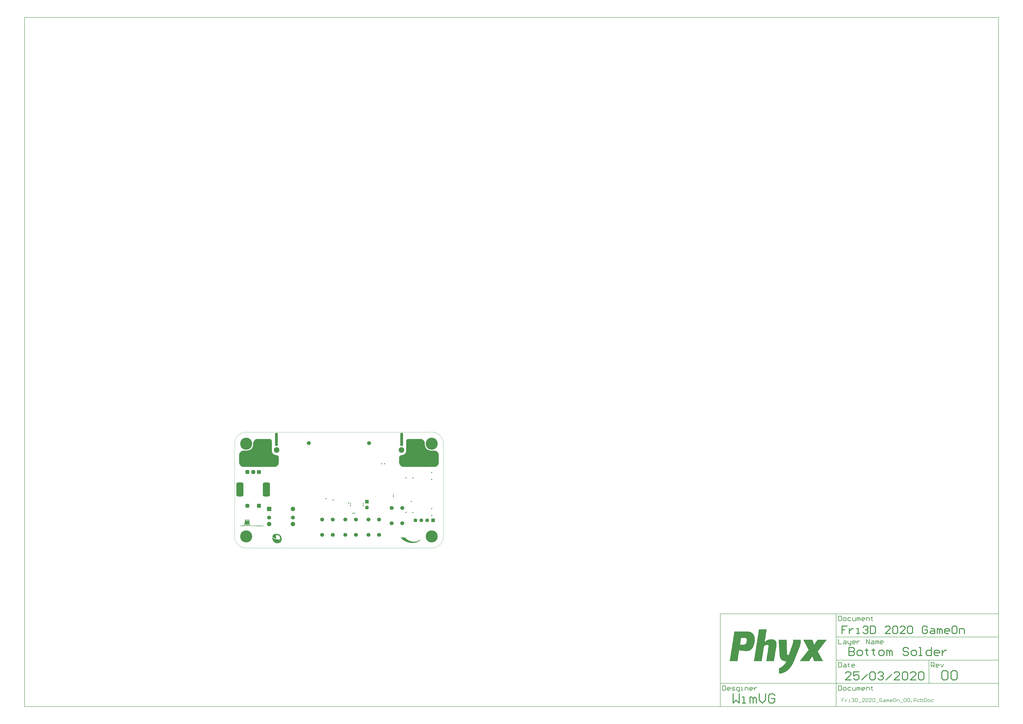
<source format=gbs>
G04*
G04 #@! TF.GenerationSoftware,Altium Limited,Altium Designer,20.0.13 (296)*
G04*
G04 Layer_Color=16711935*
%FSLAX25Y25*%
%MOIN*%
G70*
G01*
G75*
%ADD12C,0.00787*%
%ADD14C,0.01575*%
%ADD15C,0.00394*%
%ADD16C,0.00984*%
G04:AMPARAMS|DCode=35|XSize=47.24mil|YSize=220.47mil|CornerRadius=12.8mil|HoleSize=0mil|Usage=FLASHONLY|Rotation=0.000|XOffset=0mil|YOffset=0mil|HoleType=Round|Shape=RoundedRectangle|*
%AMROUNDEDRECTD35*
21,1,0.04724,0.19488,0,0,0.0*
21,1,0.02165,0.22047,0,0,0.0*
1,1,0.02559,0.01083,-0.09744*
1,1,0.02559,-0.01083,-0.09744*
1,1,0.02559,-0.01083,0.09744*
1,1,0.02559,0.01083,0.09744*
%
%ADD35ROUNDEDRECTD35*%
%ADD36C,0.06693*%
%ADD37C,0.09449*%
G04:AMPARAMS|DCode=38|XSize=122.05mil|YSize=240.16mil|CornerRadius=31.5mil|HoleSize=0mil|Usage=FLASHONLY|Rotation=0.000|XOffset=0mil|YOffset=0mil|HoleType=Round|Shape=RoundedRectangle|*
%AMROUNDEDRECTD38*
21,1,0.12205,0.17717,0,0,0.0*
21,1,0.05906,0.24016,0,0,0.0*
1,1,0.06299,0.02953,-0.08858*
1,1,0.06299,-0.02953,-0.08858*
1,1,0.06299,-0.02953,0.08858*
1,1,0.06299,0.02953,0.08858*
%
%ADD38ROUNDEDRECTD38*%
G04:AMPARAMS|DCode=39|XSize=66.93mil|YSize=66.93mil|CornerRadius=17.72mil|HoleSize=0mil|Usage=FLASHONLY|Rotation=0.000|XOffset=0mil|YOffset=0mil|HoleType=Round|Shape=RoundedRectangle|*
%AMROUNDEDRECTD39*
21,1,0.06693,0.03150,0,0,0.0*
21,1,0.03150,0.06693,0,0,0.0*
1,1,0.03543,0.01575,-0.01575*
1,1,0.03543,-0.01575,-0.01575*
1,1,0.03543,-0.01575,0.01575*
1,1,0.03543,0.01575,0.01575*
%
%ADD39ROUNDEDRECTD39*%
%ADD40R,0.06693X0.06693*%
%ADD41C,0.00394*%
%ADD42C,0.06299*%
%ADD43R,0.06299X0.06299*%
%ADD44R,0.06299X0.06299*%
%ADD45C,0.20473*%
%ADD46C,0.07480*%
%ADD47R,0.07480X0.07480*%
%ADD63C,0.05118*%
%ADD64C,0.01968*%
G36*
X315775Y185233D02*
X317296Y184931D01*
X317333Y184920D01*
X318766Y184326D01*
X318784Y184316D01*
X318800Y184308D01*
X320090Y183446D01*
X320090Y183446D01*
X320120Y183421D01*
X321217Y182325D01*
X321217Y182325D01*
X321241Y182295D01*
X322103Y181005D01*
X322121Y180971D01*
X322121Y180971D01*
X322715Y179538D01*
X322715Y179538D01*
X322726Y179501D01*
X323029Y177980D01*
X323032Y177941D01*
Y177165D01*
Y175359D01*
X323080Y174398D01*
X323456Y172509D01*
X324191Y170734D01*
X325258Y169137D01*
X326617Y167778D01*
X328214Y166710D01*
X329990Y165975D01*
X331879Y165599D01*
X332839Y165552D01*
X339358D01*
X339397Y165548D01*
X340918Y165246D01*
X340955Y165234D01*
X342388Y164641D01*
X342406Y164631D01*
X342422Y164623D01*
X343712Y163761D01*
X343712Y163761D01*
X343742Y163736D01*
X344839Y162640D01*
X344839Y162640D01*
X344863Y162610D01*
X345725Y161320D01*
X345743Y161286D01*
X345743Y161286D01*
X346337Y159853D01*
X346337Y159853D01*
X346348Y159816D01*
X346651Y158294D01*
X346655Y158256D01*
Y157480D01*
Y145669D01*
Y144894D01*
X346651Y144855D01*
X346348Y143334D01*
X346337Y143297D01*
X345743Y141864D01*
X345725Y141830D01*
X345725Y141830D01*
X344863Y140540D01*
X344863Y140540D01*
X344839Y140510D01*
X343742Y139413D01*
X343742Y139413D01*
X343712Y139389D01*
X342422Y138527D01*
X342388Y138509D01*
X342388Y138509D01*
X340955Y137915D01*
X340955Y137915D01*
X340918Y137904D01*
X339397Y137601D01*
X339358Y137598D01*
X286626D01*
X286587Y137601D01*
X285066Y137904D01*
X285029Y137915D01*
X283596Y138509D01*
X283562Y138527D01*
X283562Y138527D01*
X282272Y139389D01*
X282272Y139389D01*
X282242Y139413D01*
X281146Y140510D01*
X281146Y140510D01*
X281121Y140540D01*
X280259Y141830D01*
X280241Y141864D01*
X280241Y141864D01*
X279647Y143297D01*
X279647Y143297D01*
X279636Y143334D01*
X279334Y144855D01*
X279330Y144894D01*
Y145669D01*
Y153543D01*
Y153931D01*
X279334Y153970D01*
X279485Y154730D01*
X279496Y154767D01*
X279793Y155484D01*
X279793Y155484D01*
X279799Y155496D01*
X279811Y155518D01*
X279811Y155518D01*
X280242Y156163D01*
X280242Y156163D01*
X280267Y156193D01*
X280815Y156741D01*
X280845Y156766D01*
X280845Y156766D01*
X281490Y157197D01*
X281524Y157215D01*
X281524Y157215D01*
X282241Y157512D01*
X282278Y157523D01*
X283038Y157674D01*
X283077Y157678D01*
X283460D01*
X284212Y157715D01*
X285693Y158010D01*
X287083Y158585D01*
X288334Y159421D01*
X289398Y160485D01*
X290233Y161736D01*
X290809Y163126D01*
X291104Y164607D01*
X291141Y165359D01*
Y181102D01*
Y181490D01*
X291145Y181529D01*
X291296Y182289D01*
X291307Y182326D01*
X291604Y183043D01*
X291604Y183043D01*
X291610Y183055D01*
X291622Y183077D01*
X291622Y183077D01*
X292053Y183722D01*
X292053Y183722D01*
X292078Y183752D01*
X292626Y184300D01*
X292656Y184325D01*
X292656Y184325D01*
X293301Y184756D01*
X293335Y184774D01*
X293335Y184774D01*
X294052Y185071D01*
X294089Y185082D01*
X294849Y185233D01*
X294888Y185237D01*
X315736D01*
X315775Y185233D01*
D02*
G37*
G36*
X59482D02*
X60242Y185082D01*
X60279Y185071D01*
X60996Y184774D01*
X60996Y184774D01*
X61030Y184756D01*
X61675Y184325D01*
X61675Y184325D01*
X61705Y184300D01*
X62253Y183752D01*
X62278Y183722D01*
X62278Y183722D01*
X62708Y183077D01*
X62708Y183077D01*
X62720Y183055D01*
X62727Y183043D01*
X62727Y183043D01*
X63024Y182326D01*
X63035Y182289D01*
X63186Y181529D01*
X63190Y181490D01*
Y181102D01*
Y165359D01*
X63227Y164607D01*
X63521Y163126D01*
X64097Y161736D01*
X64933Y160485D01*
X65997Y159421D01*
X67248Y158585D01*
X68638Y158010D01*
X70119Y157715D01*
X70871Y157678D01*
X71254D01*
X71293Y157674D01*
X72053Y157523D01*
X72090Y157512D01*
X72807Y157215D01*
X72807Y157215D01*
X72841Y157197D01*
X73486Y156766D01*
X73486Y156766D01*
X73516Y156741D01*
X74064Y156193D01*
X74089Y156163D01*
X74089Y156163D01*
X74519Y155518D01*
X74519Y155518D01*
X74531Y155496D01*
X74538Y155484D01*
X74538Y155484D01*
X74835Y154767D01*
X74846Y154730D01*
X74997Y153970D01*
X75001Y153931D01*
Y153543D01*
Y145669D01*
Y144894D01*
X74997Y144855D01*
X74695Y143334D01*
X74683Y143297D01*
X74683Y143297D01*
X74090Y141864D01*
X74090Y141864D01*
X74072Y141830D01*
X73210Y140540D01*
X73185Y140510D01*
X73185Y140510D01*
X72088Y139413D01*
X72058Y139389D01*
X72058Y139389D01*
X70769Y138527D01*
X70769Y138527D01*
X70735Y138509D01*
X69302Y137915D01*
X69265Y137904D01*
X67743Y137601D01*
X67705Y137598D01*
X14973D01*
X14934Y137601D01*
X13413Y137904D01*
X13376Y137915D01*
X13375Y137915D01*
X11943Y138509D01*
X11943Y138509D01*
X11908Y138527D01*
X10619Y139389D01*
X10589Y139413D01*
X10589Y139413D01*
X9492Y140510D01*
X9467Y140540D01*
X9467Y140540D01*
X8606Y141830D01*
X8606Y141830D01*
X8587Y141864D01*
X7994Y143297D01*
X7983Y143334D01*
X7680Y144855D01*
X7676Y144894D01*
Y145669D01*
Y157480D01*
Y158256D01*
X7680Y158294D01*
X7983Y159816D01*
X7994Y159853D01*
X7994Y159853D01*
X8587Y161286D01*
X8587Y161286D01*
X8606Y161320D01*
X9467Y162610D01*
X9492Y162640D01*
X9492Y162640D01*
X10589Y163736D01*
X10619Y163761D01*
X10619Y163761D01*
X11908Y164623D01*
X11924Y164631D01*
X11943Y164641D01*
X13376Y165234D01*
X13413Y165246D01*
X14934Y165548D01*
X14973Y165552D01*
X21491D01*
X22452Y165599D01*
X24341Y165975D01*
X26116Y166710D01*
X27714Y167778D01*
X29072Y169137D01*
X30140Y170734D01*
X30875Y172509D01*
X31251Y174399D01*
X31298Y175359D01*
Y177165D01*
Y177941D01*
X31302Y177980D01*
X31605Y179501D01*
X31616Y179538D01*
X31616Y179538D01*
X32209Y180971D01*
X32210Y180971D01*
X32228Y181005D01*
X33089Y182295D01*
X33114Y182325D01*
X33114Y182325D01*
X34211Y183421D01*
X34241Y183446D01*
X34241Y183446D01*
X35530Y184308D01*
X35546Y184316D01*
X35565Y184326D01*
X36998Y184920D01*
X37035Y184931D01*
X38556Y185233D01*
X38594Y185237D01*
X59443D01*
X59482Y185233D01*
D02*
G37*
G36*
X18273Y48782D02*
X18273D01*
X18273D01*
X18284Y48781D01*
X18312Y48778D01*
X18315Y48777D01*
X18317Y48778D01*
X18356Y48781D01*
X18439Y48781D01*
X18468Y48778D01*
X18478Y48777D01*
X18478D01*
X18478Y48777D01*
X18511Y48766D01*
X18515Y48765D01*
X18515D01*
X18515Y48765D01*
X18549Y48746D01*
X18570Y48729D01*
X18578Y48722D01*
X18578Y48722D01*
X18578Y48722D01*
X18591Y48706D01*
X18603Y48691D01*
X18603Y48691D01*
X18603Y48691D01*
X18612Y48673D01*
X18631Y48663D01*
X18661Y48638D01*
X18681Y48613D01*
X18687Y48613D01*
X18725Y48608D01*
X18760Y48597D01*
X18762Y48597D01*
D01*
X18762Y48597D01*
X18796Y48578D01*
X18826Y48553D01*
X18845Y48530D01*
X18850Y48523D01*
X18850Y48523D01*
X18850Y48523D01*
X18868Y48489D01*
X18879Y48452D01*
X18882Y48423D01*
X18883Y48413D01*
Y48413D01*
D01*
D01*
X18883Y48408D01*
X18908Y48387D01*
X18932Y48357D01*
X18950Y48322D01*
X18961Y48285D01*
X18964Y48246D01*
X18964Y48163D01*
D01*
X18964Y48158D01*
X18989Y48137D01*
X19013Y48107D01*
X19031Y48072D01*
D01*
X19031Y48072D01*
X19034Y48061D01*
X19042Y48035D01*
X19045Y47997D01*
Y47997D01*
Y47997D01*
X19045Y47914D01*
X19044Y47831D01*
D01*
X19043Y47747D01*
Y47747D01*
Y47747D01*
X19043Y47742D01*
X19068Y47721D01*
X19092Y47691D01*
X19110Y47657D01*
X19121Y47619D01*
X19125Y47581D01*
X19124Y47498D01*
X19120Y47459D01*
X19119Y47456D01*
X19120Y47453D01*
X19123Y47415D01*
X19122Y47332D01*
X19118Y47293D01*
X19117Y47290D01*
X19118Y47287D01*
Y47287D01*
X19118Y47287D01*
X19120Y47266D01*
X19122Y47249D01*
Y47249D01*
Y47249D01*
X19121Y47166D01*
D01*
Y47166D01*
X19120Y47083D01*
Y47083D01*
Y47083D01*
X19119Y47000D01*
X19119Y46994D01*
X19144Y46973D01*
X19169Y46943D01*
X19187Y46909D01*
X19198Y46871D01*
X19201Y46833D01*
X19200Y46750D01*
X19196Y46711D01*
X19195Y46708D01*
X19196Y46705D01*
X19200Y46667D01*
X19199Y46584D01*
X19199Y46578D01*
X19199Y46578D01*
X19224Y46557D01*
X19248Y46527D01*
Y46527D01*
X19248Y46527D01*
X19264Y46496D01*
X19266Y46493D01*
D01*
X19266Y46493D01*
X19273Y46469D01*
X19277Y46456D01*
Y46456D01*
X19277Y46456D01*
X19279Y46434D01*
X19281Y46417D01*
Y46417D01*
Y46417D01*
X19280Y46334D01*
X19276Y46295D01*
X19275Y46292D01*
X19276Y46290D01*
Y46290D01*
X19276Y46290D01*
X19277Y46275D01*
X19279Y46251D01*
Y46251D01*
Y46251D01*
Y46251D01*
X19278Y46168D01*
Y46168D01*
Y46168D01*
X19277Y46159D01*
X19274Y46129D01*
X19273Y46126D01*
X19274Y46123D01*
X19278Y46085D01*
X19277Y46002D01*
X19273Y45963D01*
X19272Y45960D01*
X19273Y45957D01*
X19276Y45919D01*
X19275Y45836D01*
D01*
X19275Y45830D01*
X19300Y45809D01*
X19325Y45779D01*
X19343Y45745D01*
X19354Y45708D01*
X19357Y45669D01*
X19356Y45586D01*
D01*
X19356Y45503D01*
Y45503D01*
Y45503D01*
X19355Y45420D01*
D01*
X19355Y45414D01*
X19380Y45394D01*
X19404Y45363D01*
X19422Y45329D01*
X19433Y45292D01*
X19436Y45253D01*
X19436Y45170D01*
X19432Y45132D01*
X19431Y45129D01*
X19432Y45126D01*
Y45126D01*
X19432Y45126D01*
X19433Y45105D01*
X19435Y45087D01*
Y45087D01*
D01*
D01*
X19434Y45004D01*
Y45004D01*
Y45004D01*
X19432Y44985D01*
X19430Y44966D01*
X19430Y44966D01*
Y44966D01*
X19429Y44963D01*
X19430Y44960D01*
X19433Y44921D01*
X19433Y44838D01*
X19431Y44820D01*
X19429Y44800D01*
X19429Y44800D01*
Y44800D01*
X19428Y44797D01*
X19429Y44794D01*
X19432Y44755D01*
Y44755D01*
Y44755D01*
X19431Y44672D01*
D01*
X19431Y44666D01*
X19437Y44662D01*
X19456Y44646D01*
X19480Y44616D01*
X19499Y44581D01*
X19510Y44544D01*
X19513Y44505D01*
X19512Y44422D01*
X19508Y44384D01*
X19507Y44381D01*
X19508Y44378D01*
Y44378D01*
X19508Y44378D01*
X19510Y44357D01*
X19512Y44339D01*
Y44339D01*
Y44339D01*
X19511Y44256D01*
X19510Y44173D01*
X19509Y44090D01*
X19509Y44085D01*
X19515Y44080D01*
X19534Y44064D01*
X19558Y44034D01*
X19576Y43999D01*
D01*
X19577Y43999D01*
X19581Y43984D01*
X19587Y43962D01*
X19591Y43924D01*
Y43923D01*
D01*
D01*
X19590Y43840D01*
Y43840D01*
Y43840D01*
X19589Y43832D01*
X19586Y43802D01*
X19585Y43799D01*
X19586Y43796D01*
X19589Y43758D01*
Y43758D01*
Y43758D01*
X19589Y43674D01*
Y43674D01*
Y43674D01*
X19587Y43656D01*
X19585Y43636D01*
X19585Y43636D01*
Y43636D01*
X19584Y43633D01*
X19584Y43630D01*
Y43630D01*
X19584Y43630D01*
X19586Y43609D01*
X19588Y43591D01*
Y43591D01*
Y43591D01*
X19587Y43508D01*
X19587Y43425D01*
Y43425D01*
Y43425D01*
X19586Y43342D01*
X19586Y43337D01*
X19611Y43316D01*
X19627Y43296D01*
X19635Y43286D01*
X19653Y43251D01*
D01*
X19653Y43251D01*
X19664Y43214D01*
X19667Y43182D01*
X19667Y43176D01*
Y43176D01*
D01*
D01*
X19667Y43093D01*
Y43093D01*
X19666Y43010D01*
X19666Y43009D01*
X19666Y43009D01*
X19665Y42926D01*
Y42926D01*
X19665Y42921D01*
X19690Y42900D01*
X19693Y42897D01*
X19700Y42919D01*
X19718Y42953D01*
X19743Y42983D01*
X19768Y43003D01*
X19769Y43009D01*
X19769Y43092D01*
X19770Y43175D01*
X19771Y43258D01*
X19773Y43276D01*
X19775Y43296D01*
X19775Y43296D01*
Y43296D01*
X19776Y43299D01*
X19775Y43302D01*
Y43302D01*
X19775Y43302D01*
X19773Y43316D01*
X19771Y43341D01*
Y43341D01*
Y43341D01*
X19772Y43424D01*
Y43424D01*
Y43424D01*
X19774Y43444D01*
X19776Y43462D01*
X19776Y43462D01*
Y43462D01*
X19777Y43465D01*
X19776Y43468D01*
X19773Y43507D01*
Y43507D01*
D01*
D01*
X19773Y43590D01*
X19778Y43628D01*
X19789Y43665D01*
X19808Y43699D01*
X19833Y43729D01*
X19858Y43749D01*
X19858Y43755D01*
D01*
X19859Y43838D01*
Y43838D01*
Y43838D01*
X19860Y43921D01*
D01*
X19860Y44004D01*
Y44004D01*
Y44004D01*
X19861Y44013D01*
X19864Y44043D01*
X19876Y44080D01*
X19895Y44114D01*
X19919Y44144D01*
X19919Y44144D01*
X19919Y44144D01*
X19931Y44153D01*
X19945Y44164D01*
X19945Y44169D01*
Y44169D01*
Y44170D01*
X19945Y44252D01*
X19946Y44335D01*
D01*
X19947Y44418D01*
Y44418D01*
Y44418D01*
X19949Y44437D01*
X19951Y44457D01*
X19951Y44457D01*
Y44457D01*
X19952Y44460D01*
X19951Y44463D01*
X19948Y44502D01*
Y44502D01*
D01*
D01*
X19948Y44585D01*
Y44585D01*
Y44585D01*
X19949Y44593D01*
X19952Y44623D01*
X19953Y44626D01*
X19952Y44629D01*
Y44629D01*
X19952Y44629D01*
X19951Y44643D01*
X19949Y44668D01*
Y44668D01*
Y44668D01*
Y44668D01*
X19950Y44750D01*
Y44751D01*
Y44751D01*
X19951Y44765D01*
X19954Y44789D01*
X19954Y44789D01*
Y44789D01*
X19955Y44792D01*
X19965Y44826D01*
X19984Y44860D01*
X19984Y44860D01*
D01*
X19984Y44860D01*
X20009Y44890D01*
X20009Y44890D01*
D01*
X20014Y44894D01*
X20034Y44910D01*
X20034Y44916D01*
X20035Y44999D01*
X20036Y45082D01*
D01*
X20036Y45165D01*
Y45165D01*
Y45165D01*
X20037Y45248D01*
Y45248D01*
Y45248D01*
X20038Y45256D01*
X20041Y45287D01*
X20053Y45324D01*
X20071Y45358D01*
X20096Y45387D01*
X20121Y45408D01*
X20121Y45413D01*
X20122Y45496D01*
X20123Y45579D01*
X20125Y45598D01*
X20127Y45618D01*
X20127Y45618D01*
Y45618D01*
X20128Y45621D01*
X20127Y45624D01*
Y45624D01*
X20127Y45624D01*
X20125Y45647D01*
X20124Y45662D01*
Y45662D01*
D01*
D01*
X20124Y45745D01*
X20128Y45774D01*
X20129Y45784D01*
Y45784D01*
X20129Y45784D01*
X20130Y45787D01*
X20129Y45790D01*
Y45790D01*
X20129Y45790D01*
X20127Y45804D01*
X20125Y45828D01*
Y45828D01*
Y45828D01*
X20126Y45911D01*
X20129Y45940D01*
X20130Y45950D01*
Y45950D01*
X20130Y45950D01*
X20141Y45983D01*
X20142Y45987D01*
Y45987D01*
X20142Y45987D01*
X20160Y46021D01*
X20178Y46042D01*
X20185Y46051D01*
X20185Y46051D01*
X20185Y46051D01*
X20201Y46064D01*
X20210Y46071D01*
X20210Y46077D01*
Y46077D01*
X20211Y46160D01*
Y46160D01*
Y46160D01*
X20212Y46243D01*
X20212Y46326D01*
X20213Y46409D01*
D01*
X20214Y46492D01*
Y46492D01*
Y46492D01*
X20216Y46510D01*
X20218Y46530D01*
X20218Y46530D01*
Y46530D01*
X20220Y46535D01*
X20230Y46567D01*
X20248Y46601D01*
X20248Y46601D01*
X20248Y46601D01*
X20253Y46607D01*
X20273Y46631D01*
X20298Y46652D01*
X20299Y46657D01*
X20299Y46740D01*
X20300Y46823D01*
Y46823D01*
X20301Y46906D01*
Y46906D01*
Y46906D01*
X20302Y46921D01*
X20305Y46945D01*
X20305Y46945D01*
Y46945D01*
X20306Y46948D01*
X20305Y46951D01*
X20301Y46989D01*
X20302Y47072D01*
X20306Y47111D01*
X20307Y47114D01*
X20306Y47117D01*
X20303Y47155D01*
X20303Y47238D01*
X20308Y47277D01*
X20319Y47314D01*
X20338Y47348D01*
X20363Y47378D01*
X20388Y47398D01*
X20388Y47404D01*
X20389Y47487D01*
X20390Y47570D01*
Y47570D01*
X20390Y47653D01*
Y47653D01*
Y47653D01*
X20391Y47662D01*
X20394Y47691D01*
X20395Y47694D01*
X20394Y47697D01*
Y47697D01*
X20394Y47697D01*
X20392Y47718D01*
X20391Y47736D01*
Y47736D01*
Y47736D01*
X20392Y47819D01*
X20396Y47857D01*
X20407Y47894D01*
X20426Y47928D01*
X20451Y47958D01*
X20471Y47975D01*
X20476Y47978D01*
X20476Y47984D01*
X20477Y48067D01*
X20481Y48106D01*
X20482Y48109D01*
X20481Y48111D01*
Y48112D01*
X20481Y48112D01*
X20480Y48126D01*
X20478Y48150D01*
Y48150D01*
Y48150D01*
X20478Y48233D01*
X20482Y48272D01*
X20494Y48309D01*
X20513Y48343D01*
X20537Y48373D01*
X20568Y48397D01*
X20586Y48407D01*
X20596Y48425D01*
X20621Y48455D01*
X20648Y48476D01*
X20651Y48479D01*
X20651D01*
X20651Y48479D01*
X20670Y48489D01*
X20678Y48504D01*
X20680Y48507D01*
X20697Y48527D01*
X20705Y48537D01*
X20705Y48537D01*
X20705Y48537D01*
X20735Y48561D01*
X20754Y48571D01*
X20764Y48590D01*
X20789Y48619D01*
X20819Y48644D01*
X20838Y48653D01*
X20848Y48672D01*
X20872Y48702D01*
X20903Y48726D01*
X20937Y48744D01*
X20974Y48755D01*
X21013Y48758D01*
X21096Y48758D01*
X21134Y48753D01*
X21137Y48753D01*
X21140Y48753D01*
X21179Y48757D01*
X21262Y48756D01*
X21291Y48753D01*
X21300Y48752D01*
X21300D01*
X21300Y48752D01*
X21334Y48742D01*
X21337Y48741D01*
X21337D01*
X21337Y48741D01*
X21371Y48722D01*
X21393Y48704D01*
X21401Y48697D01*
X21401Y48697D01*
X21401Y48697D01*
X21414Y48681D01*
X21426Y48667D01*
X21426Y48667D01*
X21426Y48667D01*
X21435Y48648D01*
X21454Y48638D01*
X21454Y48638D01*
X21454Y48638D01*
X21459Y48634D01*
X21484Y48613D01*
X21508Y48583D01*
Y48583D01*
X21508Y48583D01*
X21518Y48564D01*
X21536Y48554D01*
X21550Y48543D01*
X21566Y48530D01*
X21590Y48499D01*
Y48499D01*
X21590Y48499D01*
X21600Y48481D01*
X21607Y48477D01*
X21618Y48471D01*
X21618Y48471D01*
X21618Y48471D01*
X21630Y48461D01*
X21648Y48446D01*
X21648Y48446D01*
X21648Y48446D01*
X21656Y48436D01*
X21672Y48416D01*
X21682Y48397D01*
X21701Y48387D01*
X21730Y48362D01*
X21755Y48332D01*
X21773Y48298D01*
X21784Y48260D01*
X21787Y48222D01*
X21786Y48139D01*
X21786Y48056D01*
X21785Y47973D01*
X21785Y47967D01*
X21791Y47962D01*
X21810Y47946D01*
X21834Y47916D01*
X21852Y47882D01*
D01*
X21852Y47882D01*
X21857Y47866D01*
X21863Y47844D01*
X21867Y47806D01*
Y47806D01*
D01*
D01*
X21866Y47723D01*
Y47723D01*
Y47723D01*
X21865Y47715D01*
X21862Y47684D01*
X21861Y47681D01*
X21862Y47678D01*
X21865Y47640D01*
Y47640D01*
D01*
D01*
X21864Y47557D01*
Y47557D01*
Y47557D01*
X21864Y47474D01*
D01*
X21863Y47391D01*
Y47391D01*
Y47391D01*
X21863Y47385D01*
X21868Y47381D01*
X21888Y47364D01*
X21888Y47364D01*
X21888Y47364D01*
X21907Y47341D01*
X21912Y47334D01*
Y47334D01*
X21912Y47334D01*
X21923Y47314D01*
X21930Y47300D01*
X21930Y47300D01*
X21930Y47300D01*
X21936Y47280D01*
X21941Y47263D01*
Y47263D01*
X21941Y47263D01*
X21943Y47241D01*
X21944Y47224D01*
Y47224D01*
Y47224D01*
X21944Y47141D01*
Y47141D01*
Y47141D01*
X21943Y47133D01*
X21940Y47102D01*
X21939Y47100D01*
X21939Y47097D01*
Y47097D01*
X21939Y47097D01*
X21941Y47082D01*
X21943Y47058D01*
Y47058D01*
Y47058D01*
X21942Y46975D01*
X21939Y46946D01*
X21938Y46937D01*
Y46936D01*
X21938Y46936D01*
X21937Y46933D01*
X21938Y46931D01*
X21941Y46892D01*
X21941Y46809D01*
X21941Y46803D01*
X21966Y46782D01*
X21990Y46752D01*
X22008Y46718D01*
D01*
X22008Y46718D01*
X22012Y46706D01*
X22019Y46681D01*
X22022Y46642D01*
Y46642D01*
Y46642D01*
X22022Y46559D01*
X22017Y46521D01*
X22017Y46518D01*
X22017Y46515D01*
X22021Y46476D01*
X22020Y46393D01*
Y46393D01*
Y46393D01*
X22019Y46310D01*
Y46310D01*
X22019Y46227D01*
X22019Y46227D01*
X22019Y46227D01*
X22019Y46221D01*
X22035Y46208D01*
X22043Y46201D01*
X22044Y46201D01*
X22044Y46201D01*
X22057Y46184D01*
X22068Y46170D01*
X22068Y46170D01*
X22068Y46170D01*
X22083Y46141D01*
X22086Y46136D01*
Y46136D01*
X22086Y46136D01*
X22092Y46116D01*
X22097Y46099D01*
Y46099D01*
X22097Y46099D01*
X22098Y46084D01*
X22100Y46060D01*
Y46060D01*
Y46060D01*
Y46060D01*
X22100Y45977D01*
Y45977D01*
Y45977D01*
X22098Y45967D01*
X22095Y45939D01*
X22095Y45936D01*
X22095Y45933D01*
X22099Y45894D01*
X22098Y45811D01*
X22094Y45773D01*
X22093Y45770D01*
X22094Y45768D01*
X22094Y45767D01*
X22097Y45728D01*
X22097Y45645D01*
D01*
X22097Y45640D01*
X22122Y45619D01*
X22122Y45619D01*
X22122D01*
X22126Y45614D01*
X22146Y45588D01*
X22146Y45588D01*
X22146Y45588D01*
X22156Y45569D01*
X22164Y45554D01*
X22164Y45554D01*
X22164Y45554D01*
X22174Y45519D01*
X22175Y45517D01*
D01*
X22175Y45517D01*
X22177Y45490D01*
X22178Y45478D01*
Y45478D01*
Y45478D01*
X22177Y45395D01*
X22174Y45358D01*
X22173Y45357D01*
D01*
X22173Y45357D01*
X22173Y45354D01*
X22173Y45351D01*
X22177Y45312D01*
X22176Y45229D01*
X22175Y45146D01*
D01*
X22175Y45063D01*
Y45063D01*
Y45063D01*
X22175Y45058D01*
X22199Y45037D01*
X22224Y45007D01*
X22242Y44972D01*
X22253Y44935D01*
X22256Y44897D01*
X22255Y44813D01*
X22253Y44795D01*
X22251Y44775D01*
X22251Y44775D01*
Y44775D01*
X22250Y44772D01*
X22251Y44769D01*
X22255Y44730D01*
Y44730D01*
Y44730D01*
X22254Y44647D01*
X22250Y44609D01*
X22249Y44606D01*
X22250Y44603D01*
Y44603D01*
X22250Y44603D01*
X22252Y44582D01*
X22253Y44565D01*
Y44564D01*
Y44564D01*
X22253Y44481D01*
D01*
X22252Y44398D01*
Y44398D01*
Y44398D01*
X22251Y44315D01*
D01*
X22251Y44310D01*
X22276Y44289D01*
X22300Y44259D01*
X22318Y44224D01*
X22329Y44187D01*
X22333Y44149D01*
X22332Y44066D01*
X22331Y43982D01*
Y43982D01*
X22331Y43900D01*
Y43900D01*
Y43900D01*
X22331Y43894D01*
X22355Y43873D01*
X22380Y43843D01*
X22398Y43809D01*
X22409Y43771D01*
X22412Y43733D01*
X22411Y43650D01*
X22408Y43621D01*
X22407Y43611D01*
Y43611D01*
X22407Y43611D01*
X22406Y43608D01*
X22407Y43605D01*
X22411Y43567D01*
X22410Y43484D01*
X22406Y43445D01*
X22405Y43442D01*
X22406Y43439D01*
Y43439D01*
X22406Y43439D01*
X22407Y43425D01*
X22409Y43401D01*
Y43401D01*
Y43401D01*
X22409Y43318D01*
X22404Y43279D01*
X22403Y43276D01*
X22404Y43273D01*
X22408Y43235D01*
X22407Y43152D01*
D01*
X22406Y43069D01*
Y43069D01*
Y43069D01*
X22406Y42986D01*
D01*
X22406Y42980D01*
X22431Y42959D01*
X22455Y42929D01*
X22473Y42895D01*
X22484Y42857D01*
X22487Y42819D01*
X22486Y42736D01*
X22486Y42730D01*
X22496Y42722D01*
X22506Y42730D01*
X22506Y42736D01*
Y42736D01*
Y42736D01*
X22507Y42819D01*
Y42819D01*
X22507Y42902D01*
Y42902D01*
Y42902D01*
X22508Y42985D01*
X22512Y43023D01*
X22513Y43026D01*
X22512Y43029D01*
Y43029D01*
X22512Y43029D01*
X22511Y43043D01*
X22509Y43068D01*
Y43068D01*
Y43068D01*
X22510Y43151D01*
X22514Y43189D01*
X22525Y43226D01*
X22544Y43260D01*
X22569Y43290D01*
X22594Y43310D01*
X22594Y43316D01*
Y43316D01*
Y43316D01*
X22595Y43399D01*
X22599Y43438D01*
X22600Y43440D01*
X22599Y43444D01*
X22595Y43482D01*
X22596Y43565D01*
X22600Y43604D01*
X22601Y43607D01*
X22600Y43609D01*
Y43609D01*
X22600Y43609D01*
X22599Y43624D01*
X22597Y43648D01*
Y43648D01*
Y43648D01*
Y43648D01*
X22598Y43731D01*
Y43731D01*
Y43731D01*
X22599Y43741D01*
X22602Y43770D01*
X22603Y43773D01*
X22602Y43775D01*
Y43775D01*
X22602Y43776D01*
X22600Y43797D01*
X22598Y43814D01*
Y43814D01*
Y43814D01*
X22599Y43897D01*
Y43897D01*
Y43897D01*
X22601Y43918D01*
X22603Y43936D01*
X22603Y43936D01*
Y43936D01*
X22610Y43957D01*
X22615Y43973D01*
X22615Y43973D01*
X22615Y43973D01*
X22624Y43989D01*
X22633Y44007D01*
X22633Y44007D01*
X22634Y44007D01*
X22642Y44017D01*
X22658Y44037D01*
X22658Y44037D01*
X22658Y44037D01*
X22682Y44056D01*
X22683Y44057D01*
X22684Y44063D01*
Y44063D01*
Y44063D01*
X22684Y44146D01*
X22685Y44229D01*
X22686Y44312D01*
X22688Y44330D01*
X22690Y44350D01*
X22690Y44350D01*
Y44350D01*
X22691Y44353D01*
X22690Y44356D01*
X22687Y44384D01*
X22686Y44394D01*
Y44395D01*
Y44395D01*
X22687Y44478D01*
X22691Y44516D01*
X22703Y44553D01*
X22722Y44587D01*
X22738Y44607D01*
X22746Y44617D01*
X22746Y44617D01*
X22746Y44617D01*
X22772Y44637D01*
X22772Y44643D01*
D01*
X22772Y44726D01*
Y44726D01*
Y44726D01*
X22774Y44745D01*
X22776Y44765D01*
X22777Y44765D01*
Y44765D01*
X22777Y44767D01*
X22777Y44770D01*
X22773Y44809D01*
X22774Y44892D01*
X22778Y44931D01*
X22779Y44933D01*
X22778Y44936D01*
X22775Y44975D01*
X22775Y45058D01*
Y45058D01*
Y45058D01*
X22777Y45072D01*
X22779Y45096D01*
X22779Y45097D01*
Y45097D01*
X22780Y45099D01*
X22780Y45102D01*
Y45102D01*
X22780Y45103D01*
X22778Y45124D01*
X22776Y45141D01*
Y45141D01*
D01*
D01*
X22777Y45224D01*
Y45224D01*
Y45224D01*
X22778Y45235D01*
X22781Y45263D01*
X22793Y45300D01*
X22809Y45331D01*
X22811Y45334D01*
X22828Y45354D01*
X22836Y45363D01*
X22836Y45363D01*
X22836Y45363D01*
X22861Y45384D01*
X22861Y45389D01*
X22862Y45472D01*
X22866Y45511D01*
X22867Y45514D01*
X22866Y45517D01*
X22863Y45555D01*
X22863Y45638D01*
X22866Y45667D01*
X22867Y45677D01*
Y45677D01*
X22868Y45677D01*
X22878Y45711D01*
X22879Y45714D01*
Y45714D01*
X22879Y45714D01*
X22898Y45748D01*
X22915Y45769D01*
X22922Y45778D01*
X22923Y45778D01*
X22923Y45778D01*
X22939Y45791D01*
X22948Y45798D01*
X22948Y45804D01*
X22949Y45887D01*
X22953Y45925D01*
X22954Y45928D01*
X22953Y45931D01*
X22949Y45970D01*
Y45970D01*
Y45970D01*
X22950Y46053D01*
X22954Y46091D01*
X22955Y46094D01*
X22954Y46097D01*
Y46097D01*
X22954Y46097D01*
X22952Y46119D01*
X22951Y46136D01*
Y46136D01*
D01*
D01*
X22952Y46219D01*
Y46219D01*
Y46219D01*
X22953Y46237D01*
X22956Y46257D01*
X22956Y46257D01*
Y46257D01*
X22956Y46260D01*
X22956Y46263D01*
X22952Y46302D01*
X22953Y46385D01*
Y46385D01*
Y46385D01*
X22954Y46393D01*
X22957Y46424D01*
X22969Y46461D01*
X22987Y46494D01*
X23012Y46524D01*
X23037Y46545D01*
X23037Y46550D01*
Y46550D01*
X23038Y46633D01*
Y46633D01*
Y46633D01*
X23040Y46652D01*
X23042Y46672D01*
X23042Y46672D01*
Y46672D01*
X23043Y46675D01*
X23042Y46678D01*
X23039Y46716D01*
X23040Y46799D01*
X23044Y46838D01*
X23055Y46875D01*
X23074Y46909D01*
X23099Y46939D01*
X23124Y46959D01*
X23124Y46965D01*
Y46965D01*
Y46965D01*
X23125Y47048D01*
X23125Y47131D01*
D01*
X23126Y47214D01*
Y47214D01*
Y47214D01*
X23127Y47222D01*
X23130Y47252D01*
X23131Y47255D01*
X23130Y47258D01*
X23127Y47297D01*
Y47297D01*
D01*
D01*
X23128Y47380D01*
Y47380D01*
Y47380D01*
X23129Y47388D01*
X23132Y47418D01*
X23133Y47421D01*
X23132Y47424D01*
X23128Y47463D01*
X23129Y47546D01*
X23133Y47584D01*
X23145Y47621D01*
X23163Y47655D01*
X23173Y47666D01*
X23188Y47685D01*
X23214Y47706D01*
X23214Y47711D01*
Y47711D01*
Y47711D01*
X23214Y47794D01*
D01*
X23215Y47877D01*
X23216Y47960D01*
Y47960D01*
Y47960D01*
X23217Y47968D01*
X23220Y47999D01*
X23232Y48036D01*
X23250Y48070D01*
X23275Y48099D01*
X23300Y48120D01*
X23300Y48125D01*
X23301Y48208D01*
X23305Y48247D01*
X23317Y48284D01*
X23335Y48318D01*
X23360Y48348D01*
X23385Y48368D01*
X23385Y48374D01*
X23385Y48374D01*
X23390Y48412D01*
X23401Y48449D01*
X23401Y48449D01*
D01*
X23420Y48483D01*
X23426Y48490D01*
X23445Y48513D01*
X23475Y48537D01*
X23509Y48555D01*
X23509Y48555D01*
X23509D01*
X23514Y48557D01*
X23546Y48566D01*
X23585Y48570D01*
X23585D01*
D01*
D01*
X23591Y48570D01*
X23611Y48595D01*
X23642Y48619D01*
X23660Y48629D01*
X23670Y48647D01*
X23695Y48677D01*
X23721Y48698D01*
X23725Y48701D01*
X23725D01*
X23725Y48701D01*
X23756Y48718D01*
X23760Y48719D01*
D01*
X23760Y48719D01*
X23790Y48728D01*
X23797Y48730D01*
X23797D01*
X23797Y48730D01*
X23820Y48732D01*
X23835Y48734D01*
X23835D01*
D01*
D01*
X23918Y48733D01*
X23919D01*
X23919D01*
X23933Y48731D01*
X23957Y48729D01*
X23957Y48729D01*
X23957D01*
X23960Y48728D01*
X23961Y48728D01*
X23963Y48729D01*
X24002Y48732D01*
X24084Y48731D01*
X24123Y48727D01*
X24160Y48716D01*
X24194Y48697D01*
X24224Y48672D01*
X24248Y48642D01*
X24258Y48624D01*
X24276Y48614D01*
X24306Y48589D01*
X24330Y48559D01*
X24340Y48540D01*
X24359Y48530D01*
X24373Y48518D01*
X24388Y48505D01*
X24413Y48475D01*
Y48475D01*
X24413Y48475D01*
X24423Y48456D01*
X24430Y48452D01*
X24441Y48446D01*
X24441Y48446D01*
X24441Y48446D01*
X24453Y48436D01*
X24471Y48421D01*
X24471Y48421D01*
X24471Y48421D01*
X24479Y48411D01*
X24495Y48391D01*
X24505Y48372D01*
X24523Y48362D01*
X24523Y48362D01*
X24523Y48362D01*
X24529Y48358D01*
X24553Y48338D01*
X24577Y48307D01*
Y48307D01*
X24577Y48307D01*
X24594Y48276D01*
X24595Y48273D01*
D01*
X24595Y48273D01*
X24602Y48249D01*
X24606Y48236D01*
Y48236D01*
X24606Y48236D01*
X24608Y48214D01*
X24610Y48197D01*
Y48197D01*
Y48197D01*
X24609Y48114D01*
X24605Y48076D01*
X24604Y48073D01*
X24605Y48070D01*
X24608Y48031D01*
X24608Y47948D01*
X24604Y47919D01*
X24603Y47910D01*
Y47910D01*
X24603Y47909D01*
X24603Y47907D01*
X24603Y47904D01*
Y47904D01*
X24603Y47904D01*
X24605Y47889D01*
X24607Y47865D01*
Y47865D01*
Y47865D01*
X24606Y47782D01*
D01*
X24605Y47699D01*
Y47699D01*
Y47699D01*
X24605Y47616D01*
Y47616D01*
X24605Y47610D01*
X24630Y47589D01*
X24654Y47559D01*
X24672Y47525D01*
D01*
X24672Y47525D01*
X24675Y47513D01*
X24683Y47488D01*
X24686Y47449D01*
Y47449D01*
Y47449D01*
X24686Y47366D01*
X24685Y47283D01*
X24684Y47200D01*
Y47200D01*
X24684Y47194D01*
X24693Y47187D01*
X24709Y47174D01*
X24733Y47144D01*
Y47144D01*
X24733Y47144D01*
X24750Y47112D01*
X24751Y47109D01*
D01*
X24751Y47109D01*
X24758Y47085D01*
X24762Y47072D01*
Y47072D01*
X24762Y47072D01*
X24764Y47051D01*
X24766Y47033D01*
Y47033D01*
D01*
D01*
X24765Y46950D01*
Y46950D01*
Y46950D01*
X24763Y46932D01*
X24761Y46912D01*
X24761Y46912D01*
Y46912D01*
X24760Y46909D01*
X24761Y46906D01*
Y46906D01*
X24761Y46906D01*
X24763Y46885D01*
X24764Y46867D01*
Y46867D01*
D01*
D01*
X24764Y46784D01*
X24759Y46746D01*
X24758Y46743D01*
X24759Y46740D01*
X24763Y46701D01*
X24762Y46618D01*
X24761Y46535D01*
Y46535D01*
X24761Y46452D01*
Y46452D01*
Y46452D01*
X24760Y46369D01*
Y46369D01*
Y46369D01*
X24759Y46286D01*
D01*
X24759Y46281D01*
X24784Y46260D01*
X24800Y46240D01*
X24808Y46229D01*
X24826Y46195D01*
D01*
X24826Y46195D01*
X24837Y46158D01*
X24840Y46126D01*
X24841Y46119D01*
Y46119D01*
D01*
D01*
X24840Y46036D01*
X24839Y45953D01*
X24839Y45870D01*
D01*
X24838Y45865D01*
X24863Y45844D01*
X24863Y45844D01*
D01*
X24867Y45839D01*
X24888Y45814D01*
X24888Y45814D01*
X24888Y45814D01*
X24898Y45794D01*
X24906Y45779D01*
X24906Y45779D01*
X24906Y45779D01*
X24911Y45762D01*
X24917Y45742D01*
Y45742D01*
X24917Y45742D01*
X24918Y45728D01*
X24920Y45704D01*
Y45704D01*
Y45704D01*
X24919Y45621D01*
Y45620D01*
Y45620D01*
X24916Y45591D01*
X24915Y45582D01*
Y45582D01*
X24915Y45582D01*
X24914Y45579D01*
X24915Y45576D01*
X24919Y45537D01*
Y45537D01*
D01*
D01*
X24918Y45454D01*
X24914Y45416D01*
X24913Y45413D01*
X24914Y45410D01*
X24917Y45371D01*
X24916Y45288D01*
X24916Y45205D01*
X24915Y45122D01*
D01*
X24915Y45117D01*
X24930Y45104D01*
X24940Y45096D01*
X24940Y45096D01*
X24940Y45096D01*
X24964Y45066D01*
X24981Y45033D01*
X24982Y45031D01*
D01*
X24982Y45031D01*
X24993Y44994D01*
X24996Y44966D01*
X24997Y44956D01*
Y44956D01*
Y44956D01*
X24996Y44873D01*
Y44873D01*
Y44873D01*
X24995Y44864D01*
X24992Y44834D01*
X24991Y44831D01*
X24992Y44828D01*
X24995Y44790D01*
Y44790D01*
Y44790D01*
X24994Y44706D01*
D01*
X24994Y44701D01*
X25000Y44696D01*
X25019Y44680D01*
X25044Y44650D01*
X25062Y44616D01*
D01*
X25062Y44616D01*
X25066Y44600D01*
X25073Y44578D01*
X25076Y44540D01*
Y44540D01*
D01*
D01*
X25075Y44457D01*
X25071Y44418D01*
X25070Y44415D01*
X25071Y44412D01*
X25075Y44374D01*
X25074Y44291D01*
X25070Y44252D01*
X25069Y44249D01*
X25070Y44246D01*
X25073Y44208D01*
X25072Y44125D01*
X25068Y44086D01*
X25067Y44083D01*
X25068Y44080D01*
Y44080D01*
X25068Y44080D01*
X25069Y44066D01*
X25072Y44042D01*
Y44042D01*
Y44042D01*
Y44042D01*
X25071Y43959D01*
Y43959D01*
Y43959D01*
X25071Y43953D01*
X25077Y43948D01*
X25096Y43932D01*
X25120Y43902D01*
X25138Y43868D01*
D01*
X25138Y43868D01*
X25143Y43852D01*
X25149Y43830D01*
X25153Y43792D01*
Y43792D01*
D01*
D01*
X25152Y43709D01*
Y43709D01*
Y43709D01*
X25151Y43701D01*
X25148Y43670D01*
X25147Y43667D01*
X25148Y43665D01*
X25151Y43626D01*
Y43626D01*
D01*
D01*
X25150Y43543D01*
Y43543D01*
Y43543D01*
X25150Y43460D01*
X25149Y43377D01*
X25149Y43371D01*
X25164Y43359D01*
X25174Y43350D01*
X25174Y43350D01*
X25174Y43350D01*
X25198Y43320D01*
X25215Y43288D01*
X25216Y43286D01*
D01*
X25216Y43286D01*
X25227Y43249D01*
X25230Y43220D01*
X25231Y43210D01*
Y43210D01*
D01*
D01*
X25230Y43127D01*
Y43127D01*
Y43127D01*
X25228Y43108D01*
X25226Y43088D01*
X25226Y43088D01*
Y43088D01*
X25225Y43086D01*
X25226Y43083D01*
Y43083D01*
X25226Y43083D01*
X25228Y43061D01*
X25229Y43044D01*
Y43044D01*
Y43044D01*
X25228Y42961D01*
X25225Y42932D01*
X25224Y42922D01*
Y42922D01*
X25224Y42922D01*
X25223Y42919D01*
X25224Y42917D01*
X25228Y42878D01*
X25227Y42795D01*
X25226Y42712D01*
Y42712D01*
X25225Y42629D01*
Y42629D01*
Y42629D01*
X25225Y42623D01*
X25240Y42611D01*
X25250Y42603D01*
X25250Y42603D01*
X25250Y42603D01*
X25275Y42572D01*
X25292Y42540D01*
X25293Y42538D01*
D01*
X25293Y42538D01*
X25304Y42501D01*
X25306Y42472D01*
X25307Y42462D01*
Y42462D01*
D01*
D01*
X25306Y42379D01*
Y42379D01*
Y42379D01*
X25304Y42360D01*
X25302Y42341D01*
X25302Y42340D01*
Y42340D01*
X25301Y42338D01*
X25302Y42335D01*
Y42335D01*
X25302Y42335D01*
X25304Y42313D01*
X25306Y42296D01*
Y42296D01*
D01*
D01*
X25305Y42213D01*
Y42213D01*
Y42213D01*
X25305Y42207D01*
X25327Y42189D01*
X25330Y42187D01*
X25354Y42156D01*
X25372Y42122D01*
X25383Y42085D01*
X25386Y42046D01*
X25386Y41963D01*
Y41963D01*
Y41963D01*
X25384Y41945D01*
X25381Y41925D01*
X25381Y41925D01*
Y41925D01*
X25381Y41922D01*
X25381Y41919D01*
X25385Y41880D01*
Y41880D01*
Y41880D01*
X25384Y41797D01*
X25382Y41779D01*
X25380Y41759D01*
X25380Y41759D01*
Y41759D01*
X25379Y41756D01*
X25380Y41753D01*
X25383Y41714D01*
X25383Y41631D01*
X25380Y41602D01*
X25379Y41593D01*
Y41593D01*
X25379Y41593D01*
X25378Y41590D01*
X25379Y41587D01*
Y41587D01*
X25379Y41587D01*
X25381Y41565D01*
X25382Y41548D01*
Y41548D01*
D01*
D01*
X25381Y41465D01*
Y41465D01*
Y41465D01*
X25381Y41382D01*
X25380Y41299D01*
X25380Y41293D01*
X25405Y41273D01*
X25429Y41243D01*
X25447Y41208D01*
X25458Y41171D01*
X25461Y41132D01*
X25461Y41049D01*
X25457Y41011D01*
X25456Y41008D01*
X25457Y41005D01*
X25460Y40966D01*
Y40966D01*
D01*
D01*
X25459Y40883D01*
D01*
X25459Y40878D01*
X25460Y40877D01*
X25484Y40857D01*
X25508Y40827D01*
Y40827D01*
X25508Y40827D01*
X25525Y40795D01*
X25526Y40792D01*
D01*
X25526Y40792D01*
X25533Y40769D01*
X25537Y40755D01*
Y40755D01*
X25537Y40755D01*
X25539Y40734D01*
X25541Y40716D01*
Y40716D01*
Y40716D01*
X25540Y40633D01*
X25536Y40595D01*
X25535Y40592D01*
X25536Y40589D01*
X25539Y40550D01*
X25539Y40467D01*
X25534Y40429D01*
X25534Y40426D01*
X25534Y40423D01*
X25538Y40384D01*
Y40384D01*
D01*
D01*
X25537Y40301D01*
Y40301D01*
Y40301D01*
X25536Y40293D01*
X25533Y40263D01*
X25532Y40260D01*
X25533Y40257D01*
Y40257D01*
X25533Y40257D01*
X25535Y40236D01*
X25537Y40218D01*
Y40218D01*
D01*
D01*
X25536Y40135D01*
Y40135D01*
Y40135D01*
X25536Y40130D01*
X25553Y40116D01*
X25561Y40109D01*
X25585Y40079D01*
X25603Y40044D01*
X25614Y40007D01*
X25617Y39969D01*
X25617Y39886D01*
Y39886D01*
Y39886D01*
X25616Y39877D01*
X25613Y39847D01*
X25612Y39844D01*
X25612Y39843D01*
X25612Y39841D01*
X25616Y39803D01*
X25615Y39720D01*
X25614Y39636D01*
X25614Y39553D01*
X25614Y39548D01*
X25630Y39534D01*
X25639Y39527D01*
X25639Y39527D01*
X25639Y39527D01*
X25652Y39511D01*
X25663Y39497D01*
X25663Y39497D01*
X25663Y39497D01*
X25673Y39477D01*
X25681Y39463D01*
X25681Y39463D01*
X25681Y39462D01*
X25691Y39427D01*
X25692Y39425D01*
D01*
X25692Y39425D01*
X25694Y39399D01*
X25695Y39387D01*
Y39387D01*
Y39387D01*
Y39387D01*
X25695Y39304D01*
X25691Y39275D01*
X25690Y39265D01*
Y39265D01*
X25690Y39265D01*
X25690Y39262D01*
X25690Y39261D01*
X25690Y39259D01*
D01*
X25690Y39259D01*
X25693Y39234D01*
X25694Y39221D01*
Y39221D01*
Y39221D01*
X25693Y39138D01*
X25689Y39099D01*
X25688Y39096D01*
X25689Y39093D01*
X25692Y39055D01*
X25692Y38972D01*
X25692Y38966D01*
X25698Y38961D01*
X25717Y38945D01*
X25741Y38915D01*
X25759Y38881D01*
D01*
X25759Y38881D01*
X25763Y38865D01*
X25770Y38844D01*
X25773Y38805D01*
Y38805D01*
D01*
D01*
X25773Y38722D01*
Y38722D01*
Y38722D01*
X25772Y38713D01*
X25768Y38683D01*
X25767Y38680D01*
X25768Y38677D01*
X25772Y38639D01*
X25771Y38556D01*
X25770Y38473D01*
D01*
X25770Y38390D01*
X25769Y38384D01*
X25795Y38363D01*
X25819Y38333D01*
X25837Y38299D01*
X25848Y38262D01*
X25851Y38223D01*
X25851Y38172D01*
X25902Y38171D01*
X25941Y38167D01*
X25943Y38166D01*
X25946Y38167D01*
X25985Y38170D01*
X26234Y38168D01*
X26253Y38166D01*
X26273Y38164D01*
X26273Y38164D01*
X26273D01*
X26276Y38163D01*
X26278Y38164D01*
X26317Y38168D01*
D01*
X26317D01*
X26566Y38166D01*
D01*
X26566D01*
X26605Y38161D01*
X26608Y38160D01*
X26611Y38161D01*
X26649Y38165D01*
X26649D01*
D01*
D01*
X26898Y38163D01*
X26898D01*
X26898D01*
X26911Y38161D01*
X26937Y38158D01*
X26940Y38157D01*
X26943Y38158D01*
X26943D01*
X26943Y38158D01*
X26960Y38160D01*
X26981Y38162D01*
X26981D01*
X26981D01*
X27230Y38160D01*
X27269Y38155D01*
X27272Y38155D01*
X27275Y38155D01*
X27313Y38159D01*
X27396Y38158D01*
X27435Y38154D01*
X27438Y38153D01*
X27441Y38154D01*
X27479Y38157D01*
X27479D01*
X27479D01*
X27562Y38157D01*
X27601Y38153D01*
X27604Y38152D01*
X27607Y38153D01*
X27645Y38156D01*
X27729Y38155D01*
X27767Y38151D01*
X27770Y38150D01*
X27773Y38151D01*
X27812Y38155D01*
X27894Y38154D01*
X27933Y38150D01*
X27936Y38149D01*
X27939Y38150D01*
X27939D01*
X27939Y38150D01*
X27960Y38152D01*
X27977Y38153D01*
X27978D01*
X27978D01*
X28061Y38152D01*
X28081Y38150D01*
X28099Y38148D01*
X28099Y38148D01*
X28099D01*
X28102Y38147D01*
X28105Y38148D01*
X28144Y38152D01*
X28227Y38151D01*
X28265Y38147D01*
X28268Y38146D01*
X28271Y38147D01*
X28310Y38150D01*
X28393Y38149D01*
X28431Y38145D01*
X28434Y38144D01*
X28437Y38145D01*
X28476Y38149D01*
X28476D01*
D01*
D01*
X28559Y38148D01*
X28559D01*
X28559D01*
X28567Y38147D01*
X28597Y38144D01*
X28600Y38143D01*
X28603Y38144D01*
X28642Y38147D01*
X28642D01*
D01*
D01*
X28725Y38147D01*
X28763Y38142D01*
X28766Y38142D01*
X28769Y38142D01*
X28769D01*
X28769Y38142D01*
X28790Y38144D01*
X28808Y38146D01*
X28808D01*
X28808D01*
X28891Y38145D01*
X28929Y38141D01*
X28932Y38140D01*
X28935Y38141D01*
X28935D01*
X28935Y38141D01*
X28949Y38142D01*
X28974Y38144D01*
X28974D01*
X28974D01*
X28974D01*
X29057Y38144D01*
X29057D01*
X29057D01*
X29071Y38142D01*
X29095Y38140D01*
X29095Y38140D01*
X29095D01*
X29098Y38139D01*
X29101Y38140D01*
X29140Y38143D01*
X29223Y38142D01*
X29261Y38138D01*
X29264Y38137D01*
X29267Y38138D01*
X29306Y38142D01*
X29389Y38141D01*
X29427Y38137D01*
X29430Y38136D01*
X29433Y38137D01*
X29472Y38140D01*
X29472D01*
D01*
D01*
X29555Y38139D01*
X29593Y38135D01*
X29596Y38134D01*
X29599Y38135D01*
X29599D01*
X29599Y38135D01*
X29614Y38137D01*
X29638Y38139D01*
X29638D01*
X29638D01*
X29638D01*
X29721Y38138D01*
X29721D01*
X29721D01*
X29735Y38136D01*
X29759Y38134D01*
X29759Y38134D01*
X29759D01*
X29762Y38133D01*
X29765Y38134D01*
X29765D01*
X29765Y38134D01*
X29787Y38136D01*
X29804Y38137D01*
X29804D01*
X29804D01*
X29887Y38137D01*
X29908Y38134D01*
X29926Y38132D01*
X29926Y38132D01*
X29926D01*
X29928Y38131D01*
X29931Y38132D01*
X29970Y38136D01*
X29970D01*
D01*
D01*
X30053Y38135D01*
X30053D01*
X30053D01*
X30061Y38134D01*
X30092Y38131D01*
X30095Y38130D01*
X30097Y38131D01*
X30136Y38134D01*
X30219Y38134D01*
X30219D01*
X30219D01*
X30227Y38133D01*
X30258Y38129D01*
X30261Y38129D01*
X30263Y38129D01*
X30264D01*
X30264Y38129D01*
X30285Y38131D01*
X30302Y38133D01*
X30302D01*
X30302D01*
X30385Y38132D01*
X30424Y38128D01*
X30426Y38127D01*
X30430Y38128D01*
X30468Y38131D01*
X30551Y38131D01*
X30590Y38127D01*
X30593Y38126D01*
X30596Y38127D01*
X30634Y38130D01*
X30717Y38129D01*
X30756Y38125D01*
X30759Y38124D01*
X30762Y38125D01*
X30762D01*
X30762Y38125D01*
X30783Y38127D01*
X30800Y38129D01*
X30800D01*
X30800D01*
X30883Y38128D01*
X30904Y38126D01*
X30922Y38124D01*
X30922Y38124D01*
X30922D01*
X30925Y38123D01*
X30928Y38124D01*
X30966Y38127D01*
X30966D01*
X30966D01*
X31049Y38126D01*
X31088Y38122D01*
X31091Y38121D01*
X31094Y38122D01*
X31094D01*
X31094Y38122D01*
X31115Y38124D01*
X31132Y38126D01*
X31132D01*
D01*
D01*
X31215Y38125D01*
X31215D01*
X31215D01*
X31234Y38123D01*
X31254Y38121D01*
X31254Y38121D01*
X31254D01*
X31257Y38120D01*
X31257Y38120D01*
X31260Y38121D01*
X31298Y38124D01*
X31381Y38123D01*
X31420Y38119D01*
X31423Y38118D01*
X31426Y38119D01*
X31464Y38123D01*
X31547Y38122D01*
X31586Y38118D01*
X31589Y38117D01*
X31592Y38118D01*
X31630Y38121D01*
X31631D01*
D01*
D01*
X31714Y38120D01*
X31714D01*
X31714D01*
X31722Y38120D01*
X31752Y38116D01*
X31755Y38116D01*
X31758Y38116D01*
X31797Y38120D01*
X31797D01*
D01*
D01*
X31879Y38119D01*
X31918Y38115D01*
X31921Y38114D01*
X31924Y38115D01*
X31962Y38118D01*
X32046Y38118D01*
X32084Y38113D01*
X32087Y38113D01*
X32090Y38113D01*
X32129Y38117D01*
X32129D01*
D01*
D01*
X32212Y38116D01*
X32212D01*
X32212D01*
X32220Y38115D01*
X32250Y38112D01*
X32253Y38111D01*
X32256Y38112D01*
X32295Y38116D01*
X32295D01*
D01*
D01*
X32378Y38115D01*
X32416Y38111D01*
X32419Y38110D01*
X32422Y38111D01*
X32422D01*
X32422Y38111D01*
X32443Y38113D01*
X32461Y38114D01*
X32461D01*
D01*
D01*
X32544Y38113D01*
X32544D01*
X32544D01*
X32562Y38111D01*
X32582Y38109D01*
X32582Y38109D01*
X32582D01*
X32585Y38108D01*
X32588Y38109D01*
X32627Y38113D01*
X32627D01*
D01*
D01*
X32710Y38112D01*
X32710D01*
X32710D01*
X32718Y38111D01*
X32748Y38108D01*
X32751Y38107D01*
X32754Y38108D01*
X32793Y38111D01*
X32876Y38110D01*
X32914Y38106D01*
X32917Y38105D01*
X32920Y38106D01*
X32948Y38109D01*
X32959Y38110D01*
X32959D01*
X32959D01*
X33042Y38109D01*
X33042D01*
X33042D01*
X33050Y38108D01*
X33080Y38105D01*
X33083Y38104D01*
X33086Y38105D01*
X33125Y38108D01*
X33208Y38107D01*
X33246Y38103D01*
X33249Y38102D01*
X33252Y38103D01*
X33281Y38106D01*
X33291Y38107D01*
X33291D01*
D01*
D01*
X33374Y38106D01*
X33374D01*
X33374D01*
X33393Y38104D01*
X33412Y38102D01*
X33412Y38102D01*
X33412D01*
X33415Y38101D01*
X33418Y38102D01*
X33418D01*
X33418Y38102D01*
X33433Y38103D01*
X33457Y38105D01*
X33457D01*
X33457D01*
X33540Y38105D01*
X33579Y38100D01*
X33581Y38100D01*
X33584Y38100D01*
X33584D01*
X33584Y38100D01*
X33606Y38102D01*
X33623Y38104D01*
X33623D01*
D01*
D01*
X33706Y38103D01*
X33706D01*
X33706D01*
X33725Y38101D01*
X33744Y38099D01*
X33744Y38099D01*
X33744D01*
X33747Y38098D01*
X33750Y38099D01*
X33789Y38102D01*
X33872Y38102D01*
X33872D01*
X33872D01*
X33911Y38098D01*
X33913Y38097D01*
X33916Y38098D01*
X33955Y38101D01*
X34038Y38100D01*
X34077Y38096D01*
X34080Y38095D01*
X34082Y38096D01*
X34082D01*
X34082Y38096D01*
X34104Y38098D01*
X34121Y38100D01*
X34121D01*
D01*
D01*
X34204Y38099D01*
X34204D01*
X34204D01*
X34223Y38097D01*
X34243Y38095D01*
X34243Y38095D01*
X34243D01*
X34245Y38094D01*
X34248Y38095D01*
X34249D01*
X34249Y38095D01*
X34270Y38096D01*
X34287Y38098D01*
X34287D01*
X34287D01*
X34370Y38097D01*
X34389Y38095D01*
X34409Y38093D01*
X34409Y38093D01*
X34409D01*
X34412Y38092D01*
X34414Y38093D01*
X34414D01*
X34414Y38093D01*
X34436Y38095D01*
X34453Y38097D01*
X34453D01*
X34453D01*
X34536Y38096D01*
X34575Y38092D01*
X34578Y38091D01*
X34581Y38092D01*
X34619Y38095D01*
X34702Y38094D01*
X34741Y38090D01*
X34744Y38089D01*
X34747Y38090D01*
X34785Y38094D01*
X34868Y38093D01*
X34907Y38089D01*
X34910Y38088D01*
X34913Y38089D01*
X34951Y38092D01*
X34951D01*
X34951D01*
X35034Y38092D01*
X35073Y38087D01*
X35076Y38087D01*
X35079Y38087D01*
X35117Y38091D01*
X35200Y38090D01*
X35239Y38086D01*
X35242Y38085D01*
X35245Y38086D01*
X35245D01*
X35245Y38086D01*
X35266Y38088D01*
X35283Y38089D01*
X35283D01*
X35283D01*
X35366Y38089D01*
X35385Y38087D01*
X35405Y38085D01*
X35405Y38085D01*
X35405D01*
X35408Y38084D01*
X35411Y38085D01*
X35443Y38087D01*
X35449Y38088D01*
X35449D01*
D01*
D01*
X35532Y38087D01*
X35571Y38083D01*
X35574Y38082D01*
X35577Y38083D01*
X35577D01*
X35577Y38083D01*
X35591Y38084D01*
X35615Y38087D01*
X35615D01*
X35615D01*
X35615D01*
X35698Y38086D01*
X35698D01*
X35699D01*
X35713Y38084D01*
X35737Y38082D01*
X35737Y38082D01*
X35737D01*
X35740Y38081D01*
X35743Y38082D01*
X35743D01*
X35743Y38082D01*
X35764Y38083D01*
X35781Y38085D01*
X35781D01*
D01*
D01*
X35864Y38084D01*
X35864D01*
X35864D01*
X35876Y38083D01*
X35903Y38080D01*
X35906Y38079D01*
X35909Y38080D01*
X35947Y38084D01*
X35947D01*
X35947D01*
X36031Y38083D01*
X36069Y38079D01*
X36072Y38078D01*
X36075Y38079D01*
X36104Y38081D01*
X36114Y38082D01*
X36114D01*
D01*
D01*
X36197Y38081D01*
X36197D01*
X36197D01*
X36215Y38079D01*
X36235Y38077D01*
X36235Y38077D01*
X36235D01*
X36238Y38076D01*
X36241Y38077D01*
X36280Y38081D01*
X36363Y38080D01*
X36381Y38078D01*
X36401Y38076D01*
X36401Y38076D01*
X36401D01*
X36404Y38075D01*
X36407Y38076D01*
X36436Y38078D01*
X36446Y38079D01*
X36446D01*
D01*
D01*
X36529Y38078D01*
X36567Y38074D01*
X36570Y38074D01*
X36573Y38074D01*
X36573D01*
X36573Y38074D01*
X36594Y38076D01*
X36612Y38078D01*
X36612D01*
D01*
D01*
X36695Y38077D01*
X36733Y38073D01*
X36736Y38072D01*
X36739Y38073D01*
X36767Y38075D01*
X36778Y38076D01*
X36778D01*
X36778D01*
X36861Y38076D01*
D01*
X36861D01*
X36865Y38075D01*
X36899Y38072D01*
X36902Y38071D01*
X36905Y38071D01*
X36944Y38075D01*
X37027Y38074D01*
X37027D01*
X37027D01*
X37065Y38070D01*
X37068Y38069D01*
X37071Y38070D01*
X37071D01*
X37071Y38070D01*
X37093Y38072D01*
X37110Y38073D01*
X37110D01*
D01*
D01*
X37193Y38073D01*
X37193D01*
X37193D01*
X37211Y38071D01*
X37231Y38069D01*
X37231Y38069D01*
X37231D01*
X37234Y38068D01*
X37237Y38069D01*
X37276Y38072D01*
X37359Y38071D01*
X37397Y38067D01*
X37400Y38066D01*
X37403Y38067D01*
X37442Y38070D01*
X37442D01*
D01*
D01*
X37525Y38070D01*
X37563Y38066D01*
X37566Y38065D01*
X37569Y38066D01*
X37608Y38069D01*
X37608D01*
X37608D01*
X37691Y38068D01*
X37710Y38066D01*
X37729Y38064D01*
X37729Y38064D01*
X37729D01*
X37732Y38063D01*
X37735Y38064D01*
X37774Y38068D01*
X37857Y38067D01*
X37876Y38065D01*
X37896Y38063D01*
X37896Y38063D01*
X37896D01*
X37898Y38062D01*
X37901Y38063D01*
X37931Y38065D01*
X37940Y38066D01*
X37940D01*
X37940D01*
X38023Y38065D01*
X38062Y38061D01*
X38099Y38050D01*
X38133Y38031D01*
X38147Y38019D01*
X38162Y38031D01*
X38162D01*
X38162Y38031D01*
X38193Y38047D01*
X38196Y38049D01*
D01*
X38196Y38049D01*
X38220Y38056D01*
X38233Y38060D01*
X38233D01*
X38234Y38060D01*
X38255Y38062D01*
X38272Y38063D01*
X38272D01*
D01*
D01*
X38355Y38063D01*
X38355D01*
X38355D01*
X38374Y38061D01*
X38394Y38058D01*
X38394Y38058D01*
X38394D01*
X38398Y38057D01*
X38431Y38047D01*
X38465Y38028D01*
X38465Y38028D01*
X38465Y38028D01*
X38470Y38024D01*
X38479Y38016D01*
X38484Y38020D01*
X38494Y38028D01*
X38528Y38046D01*
D01*
X38528Y38046D01*
X38544Y38050D01*
X38565Y38057D01*
X38604Y38060D01*
X38604D01*
D01*
D01*
X38687Y38060D01*
X38687D01*
X38687D01*
X38696Y38059D01*
X38726Y38056D01*
X38763Y38044D01*
X38797Y38025D01*
X38811Y38013D01*
X38826Y38025D01*
X38860Y38043D01*
D01*
X38860Y38043D01*
X38876Y38048D01*
X38898Y38054D01*
X38936Y38058D01*
X38936D01*
D01*
D01*
X39019Y38057D01*
X39058Y38053D01*
X39095Y38041D01*
X39129Y38023D01*
X39143Y38011D01*
X39143Y38010D01*
X39158Y38022D01*
X39158D01*
X39158Y38022D01*
X39189Y38039D01*
X39193Y38040D01*
D01*
X39193Y38040D01*
X39216Y38047D01*
X39230Y38051D01*
X39230D01*
X39230Y38051D01*
X39251Y38053D01*
X39268Y38055D01*
X39268D01*
D01*
D01*
X39351Y38054D01*
X39351D01*
X39351D01*
X39370Y38052D01*
X39390Y38050D01*
X39390Y38050D01*
X39390D01*
X39395Y38048D01*
X39427Y38038D01*
X39461Y38020D01*
X39461Y38020D01*
X39461Y38020D01*
X39466Y38015D01*
X39476Y38008D01*
X39476Y38008D01*
X39490Y38019D01*
X39525Y38037D01*
X39562Y38048D01*
X39600Y38052D01*
X39683Y38051D01*
X39702Y38049D01*
X39722Y38047D01*
X39722Y38047D01*
X39722D01*
X39759Y38035D01*
X39793Y38017D01*
X39807Y38005D01*
X39808Y38004D01*
X39811Y38008D01*
X39822Y38016D01*
X39857Y38034D01*
X39894Y38045D01*
X39933Y38049D01*
X40016Y38048D01*
X40044Y38045D01*
X40054Y38044D01*
X40054D01*
X40054Y38044D01*
X40088Y38033D01*
X40091Y38032D01*
X40091D01*
X40091Y38032D01*
X40125Y38014D01*
X40140Y38002D01*
X40154Y38013D01*
X40189Y38032D01*
D01*
X40189Y38032D01*
X40201Y38035D01*
X40226Y38043D01*
X40265Y38046D01*
X40265D01*
X40265D01*
X40348Y38045D01*
X40386Y38041D01*
X40423Y38030D01*
X40457Y38011D01*
X40468Y38002D01*
X40472Y37999D01*
X40486Y38011D01*
X40521Y38029D01*
X40558Y38040D01*
X40597Y38043D01*
X40680Y38042D01*
X40718Y38038D01*
X40755Y38027D01*
X40789Y38008D01*
X40804Y37996D01*
X40819Y38008D01*
X40853Y38026D01*
D01*
X40853Y38026D01*
X40868Y38030D01*
X40890Y38037D01*
X40929Y38040D01*
X40929D01*
D01*
D01*
X41012Y38039D01*
X41050Y38035D01*
X41087Y38024D01*
X41121Y38005D01*
X41136Y37993D01*
X41151Y38005D01*
X41185Y38023D01*
X41222Y38034D01*
X41261Y38037D01*
X41344Y38037D01*
X41382Y38032D01*
X41419Y38021D01*
X41453Y38002D01*
X41483Y37977D01*
X41504Y37952D01*
X50060Y37877D01*
X50099Y37873D01*
X50134Y37862D01*
X50136Y37862D01*
D01*
X50136Y37862D01*
X50157Y37850D01*
X50170Y37843D01*
X50170Y37843D01*
X50170Y37843D01*
X50185Y37831D01*
X50200Y37818D01*
X50200Y37818D01*
X50200Y37818D01*
X50214Y37801D01*
X50224Y37788D01*
X50224Y37788D01*
X50224Y37788D01*
X50232Y37773D01*
X50242Y37754D01*
X50242Y37754D01*
Y37754D01*
X50253Y37716D01*
X50255Y37691D01*
X50256Y37678D01*
Y37678D01*
D01*
D01*
X50256Y37595D01*
X50252Y37556D01*
X50240Y37519D01*
X50221Y37485D01*
X50196Y37455D01*
X50177Y37440D01*
X50171Y37435D01*
X50171Y37429D01*
X50170Y37347D01*
X50166Y37308D01*
X50155Y37271D01*
X50136Y37237D01*
X50111Y37207D01*
X50081Y37183D01*
X50063Y37173D01*
X50052Y37155D01*
X50028Y37125D01*
X50028D01*
Y37125D01*
X50022Y37120D01*
X49997Y37100D01*
X49963Y37083D01*
X49926Y37072D01*
X49887Y37068D01*
D01*
X49887D01*
X24898Y37286D01*
D01*
X24898D01*
X24894Y37287D01*
X24859Y37290D01*
X24822Y37302D01*
X24788Y37321D01*
X24759Y37345D01*
X24739Y37370D01*
X24734Y37376D01*
X24724Y37394D01*
X24706Y37404D01*
X24676Y37429D01*
X24652Y37459D01*
X24642Y37478D01*
X24624Y37488D01*
X24594Y37513D01*
X24570Y37543D01*
X24552Y37577D01*
X24541Y37615D01*
X24537Y37653D01*
X24538Y37736D01*
X24540Y37755D01*
X24542Y37775D01*
X24542Y37775D01*
Y37775D01*
X24543Y37778D01*
X24542Y37781D01*
Y37781D01*
X24542Y37781D01*
X24541Y37795D01*
X24539Y37819D01*
Y37819D01*
Y37819D01*
X24540Y37902D01*
X24544Y37941D01*
X24544Y37944D01*
X24544Y37947D01*
Y37947D01*
X24544Y37947D01*
X24542Y37961D01*
X24540Y37985D01*
Y37985D01*
Y37985D01*
X24541Y38068D01*
D01*
X24542Y38151D01*
D01*
X24542Y38234D01*
Y38234D01*
Y38234D01*
X24542Y38240D01*
X24518Y38261D01*
X24493Y38291D01*
X24475Y38325D01*
X24464Y38363D01*
X24461Y38401D01*
X24462Y38484D01*
X24462Y38567D01*
X24463Y38650D01*
X24463Y38656D01*
X24438Y38677D01*
X24414Y38707D01*
X24396Y38741D01*
X24385Y38778D01*
X24381Y38817D01*
X24382Y38900D01*
X24386Y38939D01*
X24387Y38941D01*
X24386Y38944D01*
Y38944D01*
X24386Y38944D01*
X24384Y38967D01*
X24383Y38983D01*
Y38983D01*
D01*
D01*
X24384Y39066D01*
Y39066D01*
Y39066D01*
X24385Y39081D01*
X24388Y39105D01*
X24388Y39105D01*
Y39105D01*
X24389Y39108D01*
X24388Y39110D01*
Y39110D01*
X24388Y39110D01*
X24386Y39125D01*
X24384Y39149D01*
Y39149D01*
Y39149D01*
Y39149D01*
X24385Y39232D01*
X24389Y39271D01*
X24390Y39274D01*
X24389Y39276D01*
X24386Y39315D01*
X24386Y39398D01*
D01*
X24387Y39481D01*
Y39481D01*
Y39481D01*
X24388Y39564D01*
D01*
X24388Y39570D01*
X24363Y39591D01*
X24339Y39621D01*
X24321Y39655D01*
X24310Y39692D01*
X24306Y39731D01*
X24307Y39814D01*
Y39814D01*
X24307Y39819D01*
X24282Y39840D01*
X24258Y39871D01*
X24240Y39905D01*
X24229Y39942D01*
X24226Y39981D01*
X24226Y40064D01*
Y40064D01*
Y40064D01*
X24227Y40072D01*
X24230Y40102D01*
X24231Y40105D01*
X24230Y40108D01*
X24228Y40136D01*
X24227Y40147D01*
Y40147D01*
Y40147D01*
X24228Y40230D01*
Y40230D01*
Y40230D01*
X24229Y40241D01*
X24232Y40268D01*
X24233Y40271D01*
X24232Y40274D01*
X24228Y40313D01*
Y40313D01*
D01*
D01*
X24229Y40396D01*
X24233Y40434D01*
X24234Y40437D01*
X24233Y40440D01*
Y40440D01*
X24233Y40440D01*
X24231Y40463D01*
X24230Y40479D01*
Y40479D01*
Y40479D01*
Y40479D01*
X24231Y40562D01*
D01*
X24231Y40567D01*
X24216Y40580D01*
X24206Y40588D01*
X24206Y40588D01*
X24206Y40588D01*
X24181Y40618D01*
X24164Y40651D01*
X24163Y40653D01*
D01*
X24163Y40653D01*
X24152Y40690D01*
X24150Y40718D01*
X24149Y40729D01*
Y40729D01*
Y40729D01*
X24150Y40812D01*
X24154Y40850D01*
X24155Y40853D01*
X24154Y40856D01*
X24150Y40895D01*
Y40895D01*
Y40895D01*
X24151Y40978D01*
D01*
X24151Y40983D01*
X24126Y41004D01*
X24102Y41034D01*
X24084Y41069D01*
X24073Y41106D01*
X24070Y41144D01*
X24070Y41227D01*
X24074Y41266D01*
X24075Y41269D01*
X24074Y41272D01*
Y41272D01*
X24074Y41272D01*
X24072Y41295D01*
X24071Y41311D01*
Y41311D01*
D01*
D01*
X24072Y41394D01*
X24074Y41412D01*
X24076Y41432D01*
X24076Y41432D01*
Y41432D01*
X24077Y41435D01*
X24076Y41438D01*
X24072Y41477D01*
Y41477D01*
Y41477D01*
X24073Y41560D01*
Y41560D01*
Y41560D01*
X24077Y41598D01*
X24078Y41601D01*
X24077Y41604D01*
Y41604D01*
X24077Y41604D01*
X24076Y41625D01*
X24074Y41642D01*
Y41643D01*
Y41643D01*
X24075Y41726D01*
X24075Y41809D01*
D01*
X24076Y41892D01*
X24076Y41897D01*
X24051Y41918D01*
X24027Y41948D01*
X24009Y41983D01*
X23998Y42020D01*
X23995Y42058D01*
X23995Y42141D01*
Y42142D01*
X23996Y42224D01*
X23996Y42224D01*
X23996Y42224D01*
X23997Y42308D01*
Y42308D01*
X23997Y42313D01*
X23972Y42334D01*
X23947Y42364D01*
X23930Y42399D01*
X23919Y42436D01*
X23915Y42474D01*
X23916Y42557D01*
X23920Y42596D01*
X23921Y42599D01*
X23920Y42602D01*
X23917Y42640D01*
X23917Y42723D01*
X23922Y42762D01*
X23922Y42765D01*
X23922Y42768D01*
Y42768D01*
X23922Y42768D01*
X23920Y42789D01*
X23918Y42806D01*
Y42806D01*
Y42806D01*
X23919Y42889D01*
X23920Y42972D01*
X23920Y43055D01*
Y43055D01*
X23920Y43061D01*
X23911Y43069D01*
X23899Y43079D01*
X23901Y43056D01*
X23900Y42973D01*
X23896Y42934D01*
X23895Y42931D01*
X23896Y42928D01*
X23899Y42889D01*
X23899Y42807D01*
X23894Y42768D01*
X23883Y42731D01*
X23864Y42697D01*
X23855Y42686D01*
X23839Y42667D01*
X23814Y42647D01*
X23814Y42641D01*
Y42641D01*
Y42641D01*
X23813Y42558D01*
X23811Y42540D01*
X23809Y42520D01*
X23809Y42520D01*
Y42520D01*
X23808Y42517D01*
X23809Y42514D01*
X23812Y42482D01*
X23813Y42475D01*
Y42475D01*
D01*
D01*
X23812Y42392D01*
X23808Y42354D01*
X23796Y42317D01*
X23778Y42283D01*
X23753Y42253D01*
X23727Y42232D01*
X23727Y42227D01*
D01*
X23727Y42144D01*
Y42144D01*
Y42144D01*
X23726Y42133D01*
X23723Y42105D01*
X23722Y42102D01*
X23722Y42099D01*
X23726Y42061D01*
X23725Y41978D01*
X23721Y41939D01*
X23720Y41936D01*
X23721Y41933D01*
Y41933D01*
X23721Y41933D01*
X23723Y41911D01*
X23724Y41895D01*
Y41895D01*
D01*
D01*
X23724Y41812D01*
Y41812D01*
Y41812D01*
X23722Y41797D01*
X23720Y41773D01*
X23720Y41773D01*
Y41773D01*
X23719Y41770D01*
X23720Y41767D01*
X23723Y41729D01*
X23722Y41646D01*
X23718Y41607D01*
X23707Y41570D01*
X23688Y41536D01*
X23663Y41506D01*
X23638Y41486D01*
X23638Y41480D01*
D01*
X23637Y41397D01*
X23633Y41359D01*
X23632Y41356D01*
X23633Y41353D01*
X23636Y41314D01*
X23636Y41231D01*
X23631Y41193D01*
X23620Y41156D01*
X23601Y41122D01*
X23576Y41092D01*
X23554Y41074D01*
X23551Y41072D01*
X23551Y41066D01*
X23550Y40983D01*
X23547Y40954D01*
X23546Y40944D01*
Y40944D01*
X23546Y40944D01*
X23546Y40942D01*
X23546Y40939D01*
X23546Y40938D01*
X23546Y40938D01*
X23548Y40921D01*
X23550Y40900D01*
X23550Y40900D01*
X23550Y40900D01*
X23549Y40817D01*
X23545Y40778D01*
X23544Y40775D01*
X23545Y40773D01*
X23548Y40734D01*
Y40734D01*
Y40734D01*
X23548Y40651D01*
X23543Y40612D01*
X23542Y40609D01*
X23543Y40606D01*
X23547Y40568D01*
Y40568D01*
Y40568D01*
X23546Y40485D01*
X23542Y40446D01*
X23530Y40409D01*
X23512Y40375D01*
X23503Y40364D01*
X23487Y40345D01*
X23462Y40325D01*
X23462Y40319D01*
X23461Y40236D01*
D01*
X23460Y40154D01*
Y40153D01*
Y40153D01*
X23460Y40070D01*
X23455Y40032D01*
X23444Y39995D01*
X23431Y39972D01*
X23425Y39961D01*
X23425Y39961D01*
X23425Y39961D01*
X23415Y39949D01*
X23400Y39931D01*
X23400Y39931D01*
X23400Y39931D01*
X23391Y39923D01*
X23375Y39911D01*
X23375Y39905D01*
Y39905D01*
X23374Y39822D01*
Y39822D01*
Y39822D01*
X23374Y39739D01*
X23373Y39656D01*
X23369Y39617D01*
X23368Y39615D01*
X23369Y39612D01*
Y39612D01*
X23369Y39612D01*
X23371Y39590D01*
X23372Y39573D01*
Y39573D01*
D01*
D01*
X23371Y39490D01*
Y39490D01*
Y39490D01*
X23369Y39471D01*
X23367Y39452D01*
X23367Y39452D01*
Y39451D01*
X23366Y39448D01*
X23367Y39446D01*
X23371Y39407D01*
X23370Y39324D01*
X23366Y39285D01*
X23354Y39248D01*
X23336Y39214D01*
X23311Y39185D01*
X23286Y39164D01*
X23286Y39159D01*
Y39159D01*
X23285Y39076D01*
Y39076D01*
Y39076D01*
X23284Y38993D01*
X23283Y38910D01*
X23280Y38881D01*
X23279Y38871D01*
Y38871D01*
X23279Y38871D01*
X23269Y38838D01*
X23268Y38834D01*
Y38834D01*
X23268Y38834D01*
X23249Y38800D01*
X23231Y38779D01*
X23224Y38770D01*
X23224Y38770D01*
X23224Y38770D01*
X23208Y38757D01*
X23199Y38750D01*
X23199Y38744D01*
X23198Y38661D01*
D01*
X23197Y38578D01*
Y38578D01*
Y38578D01*
X23197Y38495D01*
X23196Y38412D01*
D01*
X23195Y38329D01*
Y38329D01*
Y38329D01*
X23194Y38318D01*
X23191Y38291D01*
X23190Y38288D01*
X23191Y38285D01*
X23194Y38246D01*
X23194Y38163D01*
X23190Y38125D01*
X23178Y38088D01*
X23159Y38054D01*
X23150Y38043D01*
X23135Y38024D01*
X23109Y38003D01*
X23109Y37998D01*
D01*
X23109Y37915D01*
Y37915D01*
Y37915D01*
X23108Y37832D01*
X23107Y37749D01*
Y37749D01*
Y37749D01*
X23103Y37710D01*
X23098Y37693D01*
X23091Y37673D01*
X23073Y37639D01*
X23048Y37609D01*
X23048Y37609D01*
X23048Y37609D01*
X23036Y37600D01*
X23023Y37589D01*
X23023Y37583D01*
D01*
X23022Y37500D01*
D01*
Y37500D01*
X23018Y37462D01*
X23014Y37450D01*
X23006Y37425D01*
X22988Y37391D01*
X22963Y37361D01*
X22963D01*
Y37361D01*
X22957Y37356D01*
X22933Y37337D01*
X22898Y37319D01*
X22861Y37308D01*
X22822Y37304D01*
D01*
X22822D01*
X22075Y37311D01*
D01*
X22075D01*
X22071Y37311D01*
X22037Y37315D01*
X22000Y37327D01*
X21966Y37345D01*
X21936Y37370D01*
X21916Y37394D01*
X21912Y37400D01*
X21902Y37419D01*
X21883Y37429D01*
X21854Y37454D01*
X21854Y37454D01*
X21854Y37454D01*
X21844Y37466D01*
X21829Y37484D01*
X21811Y37518D01*
X21811Y37518D01*
Y37518D01*
X21800Y37556D01*
X21798Y37585D01*
X21797Y37594D01*
Y37594D01*
Y37594D01*
X21798Y37677D01*
D01*
X21798Y37683D01*
X21773Y37704D01*
X21748Y37734D01*
X21730Y37768D01*
X21720Y37805D01*
X21716Y37844D01*
X21717Y37927D01*
X21721Y37966D01*
X21722Y37968D01*
X21721Y37971D01*
Y37971D01*
X21721Y37971D01*
X21720Y37986D01*
X21718Y38010D01*
Y38010D01*
Y38010D01*
X21718Y38093D01*
Y38093D01*
Y38093D01*
X21720Y38114D01*
X21722Y38132D01*
X21722Y38132D01*
Y38132D01*
X21723Y38135D01*
X21722Y38137D01*
X21719Y38176D01*
X21720Y38259D01*
X21724Y38298D01*
X21725Y38300D01*
X21724Y38304D01*
X21720Y38342D01*
X21721Y38425D01*
D01*
X21722Y38508D01*
Y38508D01*
Y38508D01*
X21723Y38591D01*
X21723Y38597D01*
X21698Y38618D01*
X21673Y38648D01*
X21655Y38682D01*
X21644Y38719D01*
X21641Y38758D01*
X21642Y38841D01*
X21642Y38924D01*
X21643Y39007D01*
Y39007D01*
X21643Y39013D01*
X21618Y39033D01*
X21594Y39064D01*
X21576Y39098D01*
X21565Y39135D01*
X21562Y39174D01*
X21562Y39257D01*
X21566Y39295D01*
X21567Y39298D01*
X21566Y39301D01*
Y39301D01*
X21566Y39301D01*
X21565Y39322D01*
X21563Y39340D01*
Y39340D01*
Y39340D01*
X21564Y39423D01*
Y39423D01*
Y39423D01*
X21565Y39431D01*
X21568Y39461D01*
X21569Y39464D01*
X21568Y39467D01*
X21565Y39506D01*
Y39506D01*
D01*
D01*
X21565Y39589D01*
Y39589D01*
Y39589D01*
X21566Y39672D01*
X21567Y39755D01*
D01*
X21567Y39760D01*
X21542Y39781D01*
X21517Y39812D01*
X21499Y39846D01*
X21488Y39883D01*
X21485Y39922D01*
X21486Y40005D01*
D01*
X21486Y40088D01*
Y40088D01*
Y40088D01*
X21487Y40171D01*
X21487Y40176D01*
X21462Y40197D01*
X21438Y40227D01*
X21420Y40262D01*
X21409Y40299D01*
X21406Y40337D01*
X21406Y40420D01*
X21409Y40449D01*
X21411Y40459D01*
Y40459D01*
X21411Y40459D01*
X21411Y40462D01*
X21411Y40465D01*
Y40465D01*
X21411Y40465D01*
X21409Y40479D01*
X21407Y40503D01*
Y40503D01*
Y40503D01*
Y40503D01*
X21408Y40587D01*
Y40587D01*
Y40587D01*
X21409Y40601D01*
X21412Y40625D01*
X21412Y40625D01*
Y40625D01*
X21413Y40628D01*
X21412Y40631D01*
Y40631D01*
X21412Y40631D01*
X21410Y40652D01*
X21409Y40670D01*
Y40670D01*
Y40670D01*
X21409Y40753D01*
Y40753D01*
Y40753D01*
X21410Y40836D01*
X21411Y40919D01*
X21411Y40924D01*
X21410Y40925D01*
X21386Y40945D01*
X21362Y40975D01*
X21344Y41010D01*
X21333Y41047D01*
X21329Y41085D01*
X21330Y41168D01*
D01*
X21331Y41251D01*
Y41251D01*
Y41251D01*
X21331Y41334D01*
D01*
X21331Y41340D01*
X21306Y41361D01*
X21282Y41391D01*
X21264Y41425D01*
D01*
X21264Y41425D01*
X21261Y41437D01*
X21253Y41462D01*
X21250Y41501D01*
Y41501D01*
Y41501D01*
X21250Y41584D01*
X21255Y41623D01*
X21256Y41626D01*
X21255Y41629D01*
X21251Y41667D01*
X21252Y41750D01*
X21256Y41789D01*
X21257Y41792D01*
X21256Y41795D01*
X21253Y41833D01*
Y41833D01*
Y41833D01*
X21253Y41916D01*
Y41916D01*
Y41916D01*
X21254Y41999D01*
D01*
X21255Y42082D01*
Y42082D01*
Y42082D01*
X21255Y42088D01*
X21254Y42088D01*
X21230Y42109D01*
X21206Y42139D01*
X21188Y42173D01*
D01*
X21188Y42173D01*
X21181Y42197D01*
X21177Y42210D01*
Y42211D01*
X21177Y42211D01*
X21175Y42230D01*
X21173Y42249D01*
Y42249D01*
Y42249D01*
X21174Y42332D01*
X21178Y42371D01*
X21179Y42374D01*
X21178Y42377D01*
X21175Y42415D01*
X21175Y42498D01*
D01*
X21176Y42581D01*
Y42581D01*
Y42581D01*
X21177Y42664D01*
X21177Y42670D01*
X21161Y42683D01*
X21152Y42691D01*
X21152Y42691D01*
X21152Y42691D01*
X21139Y42707D01*
X21128Y42721D01*
X21128Y42721D01*
X21128Y42721D01*
X21112Y42750D01*
X21110Y42755D01*
Y42755D01*
X21110Y42755D01*
X21104Y42775D01*
X21099Y42792D01*
Y42792D01*
X21099Y42792D01*
X21098Y42807D01*
X21095Y42831D01*
Y42831D01*
Y42831D01*
Y42831D01*
X21096Y42914D01*
Y42914D01*
Y42914D01*
X21098Y42932D01*
X21100Y42952D01*
X21100Y42952D01*
Y42952D01*
X21101Y42955D01*
X21100Y42958D01*
X21097Y42997D01*
X21098Y43080D01*
Y43080D01*
Y43080D01*
X21098Y43088D01*
X21102Y43119D01*
X21103Y43121D01*
X21102Y43124D01*
X21098Y43163D01*
Y43163D01*
D01*
D01*
X21099Y43246D01*
X21099Y43252D01*
X21089Y43260D01*
X21080Y43252D01*
X21079Y43246D01*
X21079Y43163D01*
X21078Y43080D01*
X21077Y42997D01*
X21073Y42959D01*
X21072Y42956D01*
X21073Y42953D01*
X21077Y42914D01*
X21076Y42831D01*
X21072Y42793D01*
X21071Y42790D01*
X21072Y42787D01*
Y42787D01*
X21072Y42787D01*
X21073Y42765D01*
X21075Y42748D01*
Y42748D01*
D01*
D01*
X21074Y42665D01*
Y42665D01*
Y42665D01*
X21070Y42627D01*
X21067Y42615D01*
X21059Y42590D01*
X21042Y42559D01*
X21040Y42555D01*
X21023Y42536D01*
X21015Y42526D01*
X21015Y42526D01*
X21015Y42526D01*
X20990Y42505D01*
X20990Y42500D01*
X20989Y42417D01*
X20988Y42334D01*
D01*
X20988Y42251D01*
Y42251D01*
Y42251D01*
X20986Y42232D01*
X20984Y42212D01*
X20984Y42212D01*
Y42212D01*
X20980Y42202D01*
X20972Y42175D01*
X20953Y42141D01*
X20953Y42141D01*
X20953Y42141D01*
X20949Y42136D01*
X20929Y42111D01*
X20903Y42091D01*
X20903Y42085D01*
X20902Y42002D01*
X20902Y41919D01*
D01*
X20901Y41836D01*
Y41836D01*
Y41836D01*
X20900Y41828D01*
X20897Y41798D01*
X20896Y41795D01*
X20897Y41792D01*
X20900Y41753D01*
X20900Y41670D01*
X20896Y41632D01*
X20895Y41629D01*
X20895Y41626D01*
X20899Y41587D01*
X20898Y41504D01*
X20894Y41466D01*
X20883Y41429D01*
X20864Y41395D01*
X20855Y41384D01*
X20839Y41365D01*
X20814Y41344D01*
X20814Y41339D01*
X20813Y41256D01*
D01*
X20812Y41173D01*
X20811Y41090D01*
Y41090D01*
Y41090D01*
X20811Y41082D01*
X20807Y41051D01*
X20796Y41014D01*
X20777Y40980D01*
X20752Y40951D01*
X20727Y40930D01*
X20727Y40925D01*
X20726Y40841D01*
D01*
X20726Y40758D01*
X20725Y40676D01*
Y40676D01*
Y40676D01*
X20724Y40667D01*
X20721Y40637D01*
X20720Y40634D01*
X20721Y40631D01*
X20724Y40593D01*
Y40593D01*
D01*
D01*
X20723Y40510D01*
X20719Y40471D01*
X20718Y40468D01*
X20719Y40465D01*
Y40465D01*
X20719Y40465D01*
X20721Y40444D01*
X20723Y40426D01*
Y40426D01*
D01*
D01*
X20722Y40343D01*
X20718Y40305D01*
X20717Y40302D01*
X20718Y40299D01*
X20721Y40260D01*
X20721Y40177D01*
X20719Y40159D01*
X20716Y40139D01*
X20716Y40139D01*
Y40139D01*
X20705Y40102D01*
X20686Y40068D01*
X20674Y40054D01*
X20661Y40038D01*
X20636Y40018D01*
X20636Y40012D01*
Y40012D01*
Y40012D01*
X20635Y39929D01*
X20631Y39891D01*
X20630Y39888D01*
X20631Y39885D01*
Y39885D01*
X20631Y39885D01*
X20633Y39863D01*
X20635Y39846D01*
Y39846D01*
Y39846D01*
X20634Y39763D01*
X20630Y39724D01*
X20618Y39687D01*
X20600Y39653D01*
X20575Y39624D01*
X20549Y39603D01*
X20549Y39598D01*
Y39598D01*
Y39598D01*
X20549Y39515D01*
X20548Y39432D01*
Y39432D01*
Y39432D01*
X20547Y39349D01*
X20543Y39310D01*
X20542Y39307D01*
X20543Y39304D01*
X20547Y39266D01*
X20546Y39183D01*
X20542Y39144D01*
X20541Y39141D01*
X20542Y39138D01*
X20545Y39099D01*
X20544Y39017D01*
X20542Y38998D01*
X20540Y38978D01*
X20540Y38978D01*
Y38978D01*
X20529Y38941D01*
X20510Y38907D01*
X20498Y38893D01*
X20485Y38877D01*
X20460Y38857D01*
X20460Y38851D01*
Y38851D01*
Y38851D01*
X20459Y38768D01*
X20455Y38730D01*
X20454Y38727D01*
X20455Y38724D01*
X20459Y38685D01*
X20458Y38602D01*
X20456Y38583D01*
X20454Y38564D01*
X20454Y38564D01*
Y38564D01*
X20453Y38561D01*
X20453Y38558D01*
Y38558D01*
X20453Y38558D01*
X20455Y38537D01*
X20457Y38519D01*
Y38519D01*
D01*
D01*
X20456Y38436D01*
Y38436D01*
Y38436D01*
X20454Y38417D01*
X20452Y38398D01*
X20452Y38398D01*
Y38397D01*
X20451Y38393D01*
X20441Y38361D01*
X20422Y38326D01*
X20422Y38326D01*
X20422Y38326D01*
X20417Y38321D01*
X20397Y38297D01*
X20372Y38276D01*
X20372Y38271D01*
X20372Y38271D01*
X20372Y38271D01*
X20371Y38188D01*
X20367Y38150D01*
X20367Y38149D01*
D01*
X20367Y38149D01*
X20366Y38146D01*
X20367Y38143D01*
Y38143D01*
X20367Y38143D01*
X20369Y38122D01*
X20370Y38105D01*
Y38105D01*
Y38105D01*
X20370Y38022D01*
X20366Y37983D01*
X20365Y37980D01*
X20365Y37977D01*
Y37977D01*
X20366Y37977D01*
X20367Y37956D01*
X20369Y37939D01*
Y37939D01*
Y37939D01*
X20368Y37856D01*
Y37856D01*
Y37856D01*
X20364Y37817D01*
X20359Y37800D01*
X20353Y37780D01*
X20334Y37746D01*
X20309Y37716D01*
X20284Y37696D01*
X20284Y37690D01*
X20283Y37607D01*
X20281Y37589D01*
X20279Y37569D01*
X20279Y37569D01*
Y37569D01*
X20267Y37532D01*
X20249Y37498D01*
X20237Y37484D01*
X20224Y37468D01*
X20194Y37444D01*
X20194D01*
X20194Y37444D01*
X20175Y37434D01*
X20167Y37419D01*
X20165Y37415D01*
X20165Y37415D01*
X20165Y37415D01*
X20152Y37400D01*
X20140Y37386D01*
X20140Y37386D01*
Y37386D01*
X20134Y37381D01*
X20110Y37361D01*
X20110Y37361D01*
X20110Y37361D01*
X20080Y37345D01*
X20076Y37343D01*
X20076D01*
X20075Y37343D01*
X20045Y37334D01*
X20038Y37332D01*
X20038D01*
X20038Y37332D01*
X20013Y37330D01*
X20000Y37329D01*
X20000D01*
X20000D01*
X20000D01*
X19252Y37336D01*
X19252D01*
X19252D01*
X19240Y37337D01*
X19214Y37340D01*
X19177Y37351D01*
X19177D01*
X19177Y37351D01*
X19149Y37367D01*
X19143Y37370D01*
X19143Y37370D01*
X19143Y37370D01*
X19124Y37386D01*
X19113Y37395D01*
X19113Y37395D01*
X19113Y37395D01*
X19090Y37424D01*
X19089Y37425D01*
D01*
X19089Y37425D01*
X19072Y37456D01*
X19071Y37459D01*
Y37459D01*
X19071Y37459D01*
X19064Y37482D01*
X19060Y37496D01*
Y37496D01*
X19060Y37497D01*
X19058Y37514D01*
X19057Y37535D01*
Y37535D01*
Y37535D01*
X19057Y37618D01*
X19058Y37623D01*
X19041Y37637D01*
X19032Y37644D01*
X19032Y37644D01*
X19032Y37644D01*
X19019Y37661D01*
X19008Y37675D01*
X19008Y37675D01*
X19008Y37675D01*
X18993Y37704D01*
X18990Y37709D01*
Y37709D01*
X18990Y37709D01*
X18984Y37729D01*
X18979Y37746D01*
Y37746D01*
X18979Y37746D01*
X18978Y37760D01*
X18976Y37785D01*
Y37785D01*
Y37785D01*
Y37785D01*
X18976Y37868D01*
Y37868D01*
Y37868D01*
X18977Y37951D01*
X18978Y38034D01*
D01*
X18978Y38039D01*
X18969Y38047D01*
X18953Y38060D01*
X18929Y38090D01*
Y38091D01*
X18929Y38091D01*
X18912Y38122D01*
X18911Y38125D01*
D01*
X18911Y38125D01*
X18904Y38148D01*
X18900Y38162D01*
Y38162D01*
X18900Y38162D01*
X18898Y38183D01*
X18896Y38201D01*
Y38201D01*
D01*
D01*
X18897Y38284D01*
Y38284D01*
Y38284D01*
X18899Y38302D01*
X18901Y38322D01*
X18901Y38322D01*
Y38322D01*
X18902Y38325D01*
X18901Y38328D01*
Y38328D01*
X18901Y38328D01*
X18899Y38352D01*
X18898Y38367D01*
Y38367D01*
D01*
D01*
X18898Y38450D01*
X18902Y38488D01*
X18903Y38491D01*
X18903Y38494D01*
X18899Y38533D01*
X18900Y38616D01*
D01*
X18901Y38699D01*
Y38699D01*
Y38699D01*
X18901Y38782D01*
X18901Y38787D01*
X18876Y38808D01*
X18852Y38838D01*
X18834Y38873D01*
D01*
X18834Y38873D01*
X18831Y38885D01*
X18823Y38910D01*
X18820Y38949D01*
Y38949D01*
Y38949D01*
X18821Y39032D01*
X18823Y39050D01*
X18825Y39070D01*
X18825Y39070D01*
Y39070D01*
X18825Y39073D01*
X18825Y39076D01*
Y39076D01*
X18825Y39076D01*
X18823Y39099D01*
X18821Y39115D01*
Y39115D01*
D01*
D01*
X18822Y39198D01*
X18823Y39281D01*
D01*
X18823Y39364D01*
Y39364D01*
Y39364D01*
X18823Y39369D01*
X18799Y39390D01*
X18774Y39420D01*
X18756Y39455D01*
D01*
X18756Y39455D01*
X18753Y39466D01*
X18745Y39492D01*
X18742Y39530D01*
Y39530D01*
Y39530D01*
X18743Y39614D01*
X18747Y39652D01*
X18748Y39655D01*
X18747Y39658D01*
X18743Y39696D01*
X18744Y39779D01*
Y39779D01*
Y39779D01*
X18745Y39862D01*
D01*
X18745Y39946D01*
X18745Y39951D01*
X18721Y39972D01*
X18696Y40002D01*
X18678Y40036D01*
X18667Y40074D01*
X18664Y40112D01*
X18665Y40195D01*
X18669Y40234D01*
X18670Y40237D01*
X18669Y40240D01*
X18665Y40278D01*
X18666Y40361D01*
X18667Y40444D01*
Y40444D01*
X18667Y40527D01*
Y40527D01*
Y40527D01*
X18667Y40533D01*
X18662Y40538D01*
X18643Y40554D01*
X18618Y40584D01*
X18600Y40618D01*
D01*
X18600Y40618D01*
X18596Y40634D01*
X18589Y40655D01*
X18586Y40694D01*
Y40694D01*
D01*
D01*
X18587Y40777D01*
Y40777D01*
Y40777D01*
X18587Y40786D01*
X18591Y40816D01*
X18592Y40819D01*
X18591Y40822D01*
X18587Y40860D01*
X18588Y40943D01*
X18590Y40962D01*
X18592Y40982D01*
X18592Y40982D01*
Y40982D01*
X18593Y40985D01*
X18592Y40988D01*
X18589Y41026D01*
Y41026D01*
Y41026D01*
X18589Y41109D01*
Y41109D01*
X18590Y41192D01*
Y41192D01*
Y41192D01*
X18591Y41275D01*
X18591Y41281D01*
X18566Y41302D01*
X18542Y41332D01*
X18524Y41366D01*
D01*
X18524Y41366D01*
X18520Y41378D01*
X18513Y41403D01*
X18509Y41442D01*
Y41442D01*
Y41442D01*
X18510Y41525D01*
X18511Y41608D01*
X18512Y41691D01*
X18512Y41697D01*
X18487Y41718D01*
X18462Y41748D01*
X18444Y41782D01*
X18433Y41819D01*
X18430Y41858D01*
X18431Y41941D01*
X18434Y41970D01*
X18435Y41979D01*
Y41979D01*
X18435Y41980D01*
X18436Y41982D01*
X18435Y41985D01*
X18431Y42024D01*
X18432Y42107D01*
X18435Y42136D01*
X18436Y42145D01*
Y42145D01*
X18436Y42145D01*
X18437Y42148D01*
X18436Y42151D01*
Y42151D01*
X18436Y42151D01*
X18434Y42174D01*
X18433Y42190D01*
Y42190D01*
D01*
D01*
X18434Y42273D01*
X18436Y42292D01*
X18438Y42311D01*
X18438Y42311D01*
Y42312D01*
X18439Y42314D01*
X18438Y42317D01*
Y42317D01*
X18438Y42317D01*
X18437Y42332D01*
X18434Y42356D01*
Y42356D01*
Y42356D01*
X18435Y42439D01*
X18435Y42445D01*
X18410Y42465D01*
X18410Y42465D01*
X18410D01*
X18406Y42470D01*
X18386Y42496D01*
X18386Y42496D01*
X18386Y42496D01*
X18376Y42515D01*
X18368Y42530D01*
X18368Y42530D01*
X18368Y42530D01*
X18358Y42565D01*
X18357Y42567D01*
D01*
X18357Y42567D01*
X18355Y42594D01*
X18353Y42606D01*
Y42606D01*
Y42606D01*
X18354Y42689D01*
X18357Y42712D01*
X18358Y42727D01*
X18358Y42727D01*
X18358Y42728D01*
X18359Y42730D01*
X18358Y42733D01*
Y42733D01*
X18358Y42733D01*
X18357Y42755D01*
X18355Y42772D01*
Y42772D01*
Y42772D01*
X18356Y42855D01*
X18356Y42860D01*
X18331Y42881D01*
X18306Y42911D01*
X18289Y42946D01*
D01*
X18289Y42946D01*
X18285Y42958D01*
X18278Y42983D01*
X18274Y43022D01*
Y43022D01*
Y43022D01*
X18275Y43105D01*
X18277Y43128D01*
X18255Y43110D01*
X18255Y43105D01*
X18255Y43022D01*
D01*
X18254Y42939D01*
D01*
X18253Y42856D01*
Y42856D01*
Y42856D01*
X18252Y42773D01*
D01*
X18252Y42690D01*
Y42690D01*
Y42690D01*
X18251Y42682D01*
X18248Y42651D01*
X18247Y42648D01*
X18248Y42645D01*
X18251Y42607D01*
Y42607D01*
D01*
D01*
X18250Y42524D01*
X18246Y42485D01*
X18235Y42448D01*
X18216Y42414D01*
X18199Y42394D01*
X18191Y42384D01*
X18191Y42384D01*
X18191Y42384D01*
X18166Y42364D01*
X18166Y42358D01*
Y42358D01*
Y42358D01*
X18165Y42275D01*
X18164Y42192D01*
Y42192D01*
X18164Y42109D01*
Y42109D01*
Y42109D01*
X18162Y42095D01*
X18159Y42071D01*
X18159Y42071D01*
Y42071D01*
X18158Y42068D01*
X18159Y42065D01*
Y42065D01*
X18159Y42065D01*
X18161Y42051D01*
X18163Y42026D01*
Y42026D01*
Y42026D01*
X18162Y41943D01*
X18159Y41914D01*
X18158Y41905D01*
Y41905D01*
X18158Y41905D01*
X18147Y41871D01*
X18146Y41868D01*
Y41868D01*
X18146Y41868D01*
X18128Y41834D01*
X18110Y41813D01*
X18103Y41804D01*
X18103Y41804D01*
X18103Y41804D01*
X18087Y41791D01*
X18078Y41784D01*
X18078Y41778D01*
Y41778D01*
Y41778D01*
X18077Y41695D01*
X18076Y41612D01*
X18076Y41529D01*
X18071Y41490D01*
X18070Y41487D01*
X18071Y41484D01*
Y41484D01*
X18071Y41484D01*
X18073Y41470D01*
X18075Y41446D01*
Y41446D01*
Y41446D01*
Y41446D01*
X18074Y41363D01*
Y41363D01*
Y41363D01*
X18072Y41348D01*
X18070Y41324D01*
X18070Y41324D01*
Y41324D01*
X18069Y41321D01*
X18070Y41319D01*
X18073Y41280D01*
Y41280D01*
Y41280D01*
X18073Y41197D01*
X18068Y41158D01*
X18057Y41121D01*
X18038Y41087D01*
X18013Y41057D01*
X17988Y41037D01*
X17988Y41032D01*
Y41032D01*
Y41032D01*
X17987Y40949D01*
X17987Y40865D01*
X17986Y40782D01*
X17982Y40744D01*
X17970Y40707D01*
X17952Y40673D01*
X17927Y40643D01*
X17901Y40623D01*
X17901Y40617D01*
X17901Y40534D01*
X17900Y40451D01*
X17899Y40368D01*
X17895Y40330D01*
X17894Y40327D01*
X17895Y40324D01*
Y40324D01*
X17895Y40324D01*
X17897Y40302D01*
X17899Y40285D01*
Y40285D01*
Y40285D01*
X17898Y40202D01*
X17896Y40183D01*
X17894Y40163D01*
X17894Y40163D01*
Y40163D01*
X17893Y40161D01*
X17894Y40158D01*
X17897Y40119D01*
X17896Y40036D01*
X17893Y40007D01*
X17892Y39998D01*
Y39998D01*
X17892Y39997D01*
X17891Y39994D01*
X17892Y39993D01*
X17892Y39992D01*
X17896Y39953D01*
X17895Y39870D01*
X17891Y39831D01*
X17879Y39794D01*
X17861Y39760D01*
X17836Y39731D01*
X17810Y39710D01*
X17810Y39705D01*
Y39705D01*
Y39705D01*
X17810Y39622D01*
X17807Y39593D01*
X17806Y39583D01*
Y39583D01*
X17806Y39583D01*
X17805Y39580D01*
X17806Y39577D01*
Y39577D01*
X17806Y39577D01*
X17808Y39556D01*
X17809Y39539D01*
Y39539D01*
Y39539D01*
X17808Y39456D01*
X17804Y39417D01*
X17793Y39380D01*
X17774Y39346D01*
X17749Y39316D01*
X17724Y39296D01*
X17724Y39290D01*
Y39290D01*
Y39290D01*
X17723Y39207D01*
X17719Y39169D01*
X17718Y39166D01*
X17719Y39164D01*
X17719Y39163D01*
X17722Y39124D01*
X17722Y39041D01*
X17718Y39003D01*
X17717Y39000D01*
X17718Y38997D01*
X17721Y38958D01*
X17720Y38875D01*
X17718Y38857D01*
X17716Y38837D01*
X17716Y38837D01*
Y38837D01*
X17715Y38834D01*
X17716Y38831D01*
X17719Y38792D01*
Y38792D01*
D01*
D01*
X17719Y38709D01*
Y38709D01*
Y38709D01*
X17718Y38701D01*
X17715Y38671D01*
X17703Y38633D01*
X17684Y38600D01*
X17660Y38570D01*
X17634Y38549D01*
X17634Y38544D01*
Y38544D01*
Y38544D01*
X17634Y38461D01*
X17633Y38378D01*
X17632Y38295D01*
X17628Y38256D01*
X17616Y38219D01*
X17598Y38185D01*
X17573Y38155D01*
X17548Y38135D01*
X17548Y38129D01*
Y38129D01*
Y38129D01*
X17547Y38046D01*
X17545Y38028D01*
X17543Y38008D01*
X17543Y38008D01*
Y38008D01*
X17542Y38005D01*
X17543Y38002D01*
X17545Y37974D01*
X17546Y37963D01*
Y37963D01*
Y37963D01*
X17546Y37880D01*
Y37880D01*
Y37880D01*
X17544Y37869D01*
X17541Y37842D01*
X17540Y37839D01*
X17541Y37836D01*
X17544Y37808D01*
X17545Y37797D01*
Y37797D01*
Y37797D01*
X17544Y37714D01*
Y37714D01*
Y37714D01*
X17543Y37706D01*
X17540Y37676D01*
X17528Y37639D01*
X17510Y37605D01*
X17485Y37575D01*
X17455Y37551D01*
X17436Y37541D01*
X17426Y37522D01*
X17426Y37522D01*
X17426Y37522D01*
X17421Y37517D01*
X17401Y37493D01*
X17371Y37468D01*
X17371D01*
X17371Y37468D01*
X17352Y37459D01*
X17347Y37449D01*
X17342Y37440D01*
X17342Y37440D01*
X17342Y37440D01*
X17317Y37410D01*
X17298Y37395D01*
X17287Y37386D01*
X17287Y37386D01*
X17287Y37386D01*
X17274Y37379D01*
X17253Y37368D01*
X17253Y37368D01*
X17253Y37368D01*
X17233Y37362D01*
X17216Y37357D01*
X17216D01*
X17216Y37357D01*
X17194Y37355D01*
X17177Y37354D01*
X17177D01*
X17177D01*
X9124Y37424D01*
X9086Y37428D01*
X9048Y37440D01*
X9030Y37450D01*
X9014Y37458D01*
X8985Y37483D01*
Y37483D01*
X8985D01*
X8980Y37489D01*
X8960Y37513D01*
X8942Y37548D01*
X8931Y37585D01*
X8928Y37623D01*
Y37623D01*
D01*
D01*
X8929Y37706D01*
Y37706D01*
Y37707D01*
X8930Y37715D01*
X8933Y37745D01*
X8934Y37748D01*
X8933Y37751D01*
X8929Y37789D01*
Y37789D01*
Y37789D01*
X8930Y37872D01*
X8934Y37911D01*
X8935Y37914D01*
X8935Y37915D01*
X8934Y37917D01*
D01*
X8934Y37917D01*
X8932Y37942D01*
X8931Y37955D01*
Y37955D01*
Y37955D01*
X8932Y38039D01*
X8933Y38052D01*
X8936Y38077D01*
X8936Y38077D01*
Y38077D01*
X8947Y38114D01*
X8962Y38140D01*
X8966Y38148D01*
X8966Y38148D01*
X8966Y38148D01*
X8981Y38166D01*
X8991Y38178D01*
X8991Y38178D01*
X8991Y38178D01*
X9005Y38190D01*
X9021Y38202D01*
X9021Y38202D01*
X9021Y38202D01*
X9055Y38220D01*
X9093Y38231D01*
X9121Y38234D01*
X9131Y38235D01*
X9131D01*
D01*
D01*
X11876Y38211D01*
X11897Y38236D01*
X11927Y38260D01*
X11962Y38278D01*
X11999Y38289D01*
X12038Y38292D01*
X12121Y38291D01*
X12159Y38287D01*
X12196Y38276D01*
X12230Y38257D01*
X12245Y38245D01*
X12259Y38257D01*
X12294Y38275D01*
X12331Y38286D01*
X12370Y38289D01*
X12453Y38289D01*
X12491Y38285D01*
X12528Y38273D01*
X12562Y38254D01*
X12577Y38242D01*
X12588Y38251D01*
X12592Y38254D01*
X12592D01*
X12592Y38254D01*
X12612Y38265D01*
X12626Y38272D01*
X12626Y38272D01*
X12626Y38272D01*
X12646Y38278D01*
X12663Y38283D01*
X12663D01*
X12663Y38283D01*
X12685Y38285D01*
X12702Y38287D01*
X12702D01*
X12702D01*
X12785Y38286D01*
X12806Y38284D01*
X12823Y38282D01*
X12823Y38282D01*
X12823D01*
X12826Y38281D01*
X12829Y38282D01*
X12829D01*
X12829Y38282D01*
X12850Y38283D01*
X12868Y38285D01*
X12868D01*
X12868D01*
X12951Y38284D01*
X12989Y38280D01*
X12992Y38279D01*
X12995Y38280D01*
X13034Y38284D01*
X13034D01*
D01*
D01*
X13117Y38283D01*
X13117D01*
X13117D01*
X13131Y38281D01*
X13155Y38279D01*
X13155Y38279D01*
X13155D01*
X13158Y38278D01*
X13161Y38279D01*
X13200Y38282D01*
X13200D01*
D01*
D01*
X13283Y38281D01*
X13283D01*
X13283D01*
X13291Y38280D01*
X13321Y38277D01*
X13324Y38276D01*
X13327Y38277D01*
X13366Y38281D01*
X13366D01*
X13366D01*
X13449Y38280D01*
X13487Y38276D01*
X13490Y38275D01*
X13493Y38276D01*
X13532Y38279D01*
X13615Y38278D01*
X13654Y38274D01*
X13656Y38273D01*
X13659Y38274D01*
X13698Y38278D01*
X13781Y38277D01*
X13819Y38273D01*
X13822Y38272D01*
X13825Y38273D01*
X13864Y38276D01*
X13947Y38276D01*
X13986Y38271D01*
X13988Y38271D01*
X13991Y38271D01*
X14030Y38275D01*
X14030D01*
D01*
D01*
X14113Y38274D01*
X14113D01*
X14113D01*
X14121Y38273D01*
X14152Y38270D01*
X14154Y38269D01*
X14157Y38270D01*
X14196Y38273D01*
X14279Y38273D01*
X14318Y38269D01*
X14321Y38268D01*
X14323Y38269D01*
X14362Y38272D01*
X14445Y38271D01*
X14484Y38267D01*
X14487Y38266D01*
X14490Y38267D01*
X14528Y38271D01*
X14528D01*
D01*
D01*
X14611Y38270D01*
X14611D01*
X14611D01*
X14619Y38269D01*
X14650Y38266D01*
X14653Y38265D01*
X14656Y38266D01*
X14656Y38266D01*
X14656D01*
X14667Y38267D01*
X14694Y38269D01*
X14694D01*
X14694D01*
X14777Y38268D01*
X14798Y38266D01*
X14816Y38264D01*
X14816Y38264D01*
X14816D01*
X14819Y38263D01*
X14822Y38264D01*
X14860Y38268D01*
X14943Y38267D01*
X14982Y38263D01*
X14985Y38262D01*
X14988Y38263D01*
X15026Y38266D01*
X15109Y38265D01*
X15148Y38261D01*
X15151Y38260D01*
X15154Y38261D01*
X15192Y38265D01*
X15192D01*
X15192D01*
X15275Y38264D01*
X15314Y38260D01*
X15317Y38259D01*
X15320Y38260D01*
X15358Y38263D01*
X15441Y38263D01*
X15480Y38258D01*
X15483Y38258D01*
X15486Y38258D01*
X15486D01*
X15486Y38258D01*
X15507Y38260D01*
X15524Y38262D01*
X15524D01*
X15525D01*
X15608Y38261D01*
X15628Y38259D01*
X15646Y38257D01*
X15646Y38257D01*
X15646D01*
X15649Y38256D01*
X15652Y38257D01*
X15690Y38260D01*
X15690D01*
X15690D01*
X15774Y38260D01*
X15812Y38256D01*
X15815Y38255D01*
X15818Y38256D01*
X15856Y38259D01*
X15939Y38258D01*
X15978Y38254D01*
X15981Y38253D01*
X15984Y38254D01*
X16023Y38258D01*
X16023D01*
D01*
D01*
X16272Y38255D01*
X16272D01*
X16272D01*
X16277Y38255D01*
X16298Y38280D01*
X16323Y38300D01*
X16323Y38306D01*
X16324Y38389D01*
X16325Y38472D01*
X16326Y38555D01*
Y38555D01*
X16326Y38638D01*
Y38638D01*
Y38638D01*
X16327Y38649D01*
X16330Y38677D01*
X16342Y38714D01*
X16361Y38748D01*
X16361Y38748D01*
X16361Y38748D01*
X16369Y38758D01*
X16385Y38778D01*
X16385Y38778D01*
X16385Y38778D01*
X16409Y38796D01*
X16411Y38798D01*
X16411Y38803D01*
X16411Y38887D01*
D01*
X16412Y38969D01*
X16416Y39008D01*
X16417Y39011D01*
X16416Y39014D01*
X16413Y39053D01*
X16414Y39136D01*
X16418Y39174D01*
X16419Y39177D01*
X16418Y39180D01*
X16414Y39219D01*
Y39219D01*
D01*
D01*
X16415Y39302D01*
Y39302D01*
Y39302D01*
X16416Y39310D01*
X16419Y39340D01*
X16420Y39343D01*
X16419Y39346D01*
X16416Y39385D01*
X16417Y39468D01*
X16421Y39506D01*
X16432Y39543D01*
X16451Y39577D01*
X16460Y39588D01*
X16476Y39607D01*
X16501Y39627D01*
X16501Y39633D01*
D01*
X16502Y39716D01*
Y39716D01*
Y39716D01*
X16502Y39799D01*
X16503Y39882D01*
X16507Y39921D01*
X16519Y39958D01*
X16537Y39992D01*
X16562Y40021D01*
X16588Y40042D01*
X16588Y40047D01*
D01*
X16588Y40130D01*
Y40130D01*
Y40130D01*
X16589Y40213D01*
X16590Y40297D01*
X16594Y40335D01*
X16595Y40338D01*
X16594Y40341D01*
Y40341D01*
X16594Y40341D01*
X16592Y40362D01*
X16590Y40379D01*
Y40380D01*
D01*
D01*
X16591Y40462D01*
Y40462D01*
Y40462D01*
X16593Y40481D01*
X16595Y40501D01*
X16595Y40501D01*
Y40501D01*
X16596Y40504D01*
X16595Y40507D01*
X16592Y40545D01*
X16593Y40628D01*
Y40628D01*
Y40629D01*
X16593Y40637D01*
X16597Y40667D01*
X16598Y40670D01*
X16597Y40673D01*
X16593Y40712D01*
Y40712D01*
D01*
D01*
X16594Y40795D01*
X16597Y40824D01*
X16598Y40833D01*
Y40833D01*
X16598Y40833D01*
X16610Y40870D01*
X16623Y40894D01*
X16628Y40904D01*
X16628Y40904D01*
X16628Y40904D01*
X16642Y40920D01*
X16653Y40934D01*
X16653Y40934D01*
X16653Y40934D01*
X16669Y40947D01*
X16679Y40954D01*
X16679Y40960D01*
X16679Y41043D01*
X16683Y41082D01*
X16684Y41084D01*
X16683Y41087D01*
Y41087D01*
X16683Y41087D01*
X16682Y41109D01*
X16680Y41126D01*
Y41126D01*
D01*
D01*
X16681Y41209D01*
X16685Y41247D01*
X16696Y41284D01*
X16715Y41319D01*
X16740Y41348D01*
X16760Y41364D01*
X16765Y41369D01*
X16765Y41374D01*
Y41374D01*
Y41374D01*
X16766Y41457D01*
D01*
X16767Y41540D01*
Y41540D01*
Y41540D01*
X16767Y41623D01*
X16771Y41662D01*
X16772Y41665D01*
X16772Y41668D01*
X16768Y41706D01*
Y41706D01*
Y41706D01*
X16769Y41789D01*
X16773Y41828D01*
X16774Y41831D01*
X16773Y41834D01*
X16770Y41872D01*
Y41872D01*
D01*
D01*
X16770Y41955D01*
Y41955D01*
Y41955D01*
X16771Y41964D01*
X16774Y41994D01*
X16786Y42031D01*
X16805Y42065D01*
X16829Y42095D01*
X16855Y42115D01*
X16855Y42121D01*
Y42121D01*
Y42121D01*
X16856Y42204D01*
X16856Y42287D01*
X16857Y42370D01*
X16861Y42408D01*
X16873Y42445D01*
X16891Y42479D01*
X16916Y42509D01*
X16941Y42529D01*
X16941Y42535D01*
Y42535D01*
Y42535D01*
X16942Y42618D01*
X16943Y42701D01*
X16944Y42784D01*
X16948Y42823D01*
X16949Y42826D01*
X16948Y42829D01*
Y42829D01*
X16948Y42829D01*
X16946Y42850D01*
X16944Y42867D01*
Y42867D01*
Y42867D01*
X16945Y42950D01*
X16949Y42989D01*
X16950Y42992D01*
X16949Y42995D01*
X16946Y43033D01*
X16947Y43116D01*
X16949Y43135D01*
X16951Y43155D01*
X16951Y43155D01*
Y43155D01*
X16962Y43192D01*
X16981Y43226D01*
X16993Y43240D01*
X17006Y43256D01*
X17031Y43276D01*
X17031Y43281D01*
Y43281D01*
Y43282D01*
X17032Y43365D01*
Y43365D01*
Y43365D01*
X17032Y43448D01*
X17033Y43531D01*
D01*
X17034Y43614D01*
Y43614D01*
Y43614D01*
X17035Y43697D01*
X17039Y43735D01*
X17050Y43772D01*
X17069Y43806D01*
X17094Y43836D01*
X17119Y43856D01*
X17119Y43862D01*
X17120Y43945D01*
Y43945D01*
X17120Y44028D01*
Y44028D01*
Y44028D01*
X17121Y44111D01*
X17125Y44150D01*
X17126Y44153D01*
X17125Y44155D01*
X17122Y44194D01*
X17123Y44277D01*
X17127Y44316D01*
X17128Y44319D01*
X17127Y44322D01*
X17123Y44360D01*
X17124Y44443D01*
X17128Y44482D01*
X17140Y44519D01*
X17158Y44553D01*
X17183Y44583D01*
X17209Y44603D01*
X17209Y44609D01*
Y44609D01*
X17209Y44691D01*
Y44691D01*
Y44692D01*
X17210Y44774D01*
X17211Y44857D01*
X17215Y44896D01*
X17216Y44899D01*
X17215Y44902D01*
X17211Y44941D01*
Y44941D01*
D01*
D01*
X17212Y45024D01*
X17216Y45062D01*
X17228Y45099D01*
X17246Y45133D01*
X17271Y45163D01*
X17280Y45170D01*
X17297Y45183D01*
X17297Y45189D01*
Y45189D01*
X17297Y45272D01*
Y45272D01*
Y45272D01*
X17298Y45281D01*
X17301Y45310D01*
X17302Y45313D01*
X17302Y45316D01*
Y45316D01*
X17302Y45316D01*
X17300Y45339D01*
X17298Y45355D01*
Y45355D01*
D01*
D01*
X17299Y45438D01*
Y45438D01*
Y45438D01*
X17301Y45458D01*
X17303Y45476D01*
X17303Y45476D01*
X17303Y45476D01*
X17304Y45479D01*
X17303Y45482D01*
X17300Y45521D01*
Y45521D01*
Y45521D01*
X17300Y45604D01*
X17304Y45643D01*
X17305Y45645D01*
X17304Y45648D01*
X17301Y45687D01*
X17302Y45770D01*
X17305Y45799D01*
X17306Y45809D01*
Y45809D01*
X17306Y45809D01*
X17316Y45842D01*
X17317Y45845D01*
Y45845D01*
X17318Y45846D01*
X17336Y45880D01*
X17354Y45901D01*
X17361Y45909D01*
X17361Y45909D01*
X17361Y45909D01*
X17377Y45922D01*
X17386Y45930D01*
X17386Y45935D01*
Y45935D01*
X17387Y46018D01*
Y46018D01*
Y46018D01*
X17389Y46033D01*
X17391Y46057D01*
X17391Y46057D01*
Y46057D01*
X17392Y46060D01*
X17391Y46063D01*
Y46063D01*
X17391Y46063D01*
X17390Y46077D01*
X17388Y46101D01*
Y46101D01*
Y46101D01*
Y46101D01*
X17388Y46184D01*
Y46184D01*
Y46184D01*
X17390Y46199D01*
X17392Y46223D01*
X17392Y46223D01*
Y46223D01*
X17393Y46226D01*
X17404Y46260D01*
X17423Y46294D01*
X17423Y46294D01*
D01*
X17423Y46294D01*
X17447Y46324D01*
X17447Y46324D01*
D01*
X17452Y46328D01*
X17473Y46344D01*
X17473Y46350D01*
X17474Y46433D01*
X17474Y46516D01*
D01*
X17475Y46599D01*
X17479Y46637D01*
X17480Y46640D01*
X17479Y46643D01*
X17476Y46682D01*
X17477Y46765D01*
X17481Y46803D01*
X17481Y46806D01*
X17481Y46809D01*
Y46809D01*
X17481Y46809D01*
X17479Y46830D01*
X17477Y46848D01*
Y46848D01*
D01*
D01*
X17478Y46931D01*
Y46931D01*
Y46931D01*
X17480Y46949D01*
X17482Y46969D01*
X17482Y46969D01*
Y46969D01*
X17483Y46974D01*
X17494Y47006D01*
X17512Y47040D01*
X17512Y47040D01*
X17512Y47041D01*
X17517Y47046D01*
X17537Y47070D01*
X17562Y47091D01*
X17562Y47096D01*
Y47096D01*
Y47096D01*
X17563Y47179D01*
X17564Y47262D01*
D01*
X17565Y47345D01*
Y47345D01*
Y47345D01*
X17566Y47354D01*
X17569Y47384D01*
X17570Y47387D01*
X17569Y47390D01*
X17565Y47428D01*
X17566Y47511D01*
X17570Y47550D01*
X17582Y47587D01*
X17600Y47621D01*
X17625Y47651D01*
X17650Y47671D01*
X17650Y47677D01*
X17651Y47760D01*
X17655Y47798D01*
X17656Y47801D01*
X17655Y47804D01*
X17653Y47833D01*
X17652Y47843D01*
Y47843D01*
D01*
D01*
X17653Y47926D01*
Y47926D01*
Y47926D01*
X17655Y47944D01*
X17657Y47964D01*
X17657Y47964D01*
Y47964D01*
X17658Y47967D01*
X17657Y47970D01*
X17653Y48009D01*
X17654Y48092D01*
X17658Y48130D01*
X17670Y48167D01*
X17688Y48201D01*
X17713Y48231D01*
X17739Y48251D01*
X17739Y48257D01*
X17739Y48340D01*
Y48340D01*
Y48340D01*
X17740Y48348D01*
X17743Y48379D01*
X17755Y48416D01*
X17774Y48450D01*
X17798Y48479D01*
X17829Y48504D01*
X17847Y48513D01*
X17857Y48532D01*
X17882Y48562D01*
X17912Y48586D01*
X17931Y48596D01*
X17941Y48614D01*
X17966Y48644D01*
X17996Y48668D01*
X18003Y48672D01*
X18015Y48678D01*
X18025Y48697D01*
X18025Y48697D01*
X18025Y48697D01*
X18033Y48707D01*
X18050Y48726D01*
X18050Y48726D01*
X18050Y48726D01*
X18073Y48745D01*
X18080Y48751D01*
X18080D01*
X18080Y48751D01*
X18100Y48761D01*
X18114Y48769D01*
X18114Y48769D01*
X18114Y48769D01*
X18134Y48774D01*
X18151Y48779D01*
X18151D01*
X18151Y48779D01*
X18173Y48781D01*
X18190Y48783D01*
X18190D01*
X18190D01*
X18273Y48782D01*
D02*
G37*
G36*
X69980Y24415D02*
X69980Y24415D01*
X69981Y24415D01*
X69996Y24413D01*
X70015Y24411D01*
X70049Y24414D01*
X70049D01*
D01*
D01*
X70117Y24414D01*
X70152Y24410D01*
X70175Y24412D01*
X70186Y24413D01*
X70186D01*
X70186D01*
X70254Y24412D01*
X70254D01*
X70254D01*
X70267Y24411D01*
X70288Y24409D01*
X70323Y24412D01*
X71487Y24402D01*
X71526Y24397D01*
X71551Y24389D01*
X71562Y24386D01*
X71597Y24367D01*
X71626Y24342D01*
X71651Y24312D01*
X71669Y24278D01*
X71676Y24252D01*
X71680Y24241D01*
X71683Y24202D01*
D01*
Y24202D01*
X71682Y24134D01*
X71682Y24134D01*
X71678Y24095D01*
X71667Y24058D01*
D01*
X71667Y24058D01*
X71655Y24036D01*
X71648Y24024D01*
X71648Y24024D01*
X71648Y24024D01*
X71633Y24006D01*
X71623Y23994D01*
X71623Y23994D01*
X71623Y23994D01*
X71609Y23982D01*
X71593Y23970D01*
X71593Y23970D01*
X71593Y23970D01*
X71578Y23962D01*
X71559Y23952D01*
X71559Y23952D01*
X71559D01*
X71554Y23951D01*
X71522Y23941D01*
X71483Y23937D01*
X71483D01*
D01*
D01*
X71426Y23938D01*
X71417Y23927D01*
X71417Y23927D01*
X71417Y23927D01*
X71409Y23921D01*
X71387Y23903D01*
X71387Y23903D01*
X71387Y23903D01*
X71377Y23898D01*
X71353Y23885D01*
X71353Y23885D01*
X71353Y23885D01*
X71340Y23881D01*
X71315Y23874D01*
X71315Y23874D01*
X71315Y23874D01*
X71298Y23873D01*
X71277Y23871D01*
X71277Y23871D01*
X71277Y23871D01*
X71220Y23871D01*
X71211Y23861D01*
X71211Y23861D01*
X71211Y23861D01*
X71188Y23842D01*
X71181Y23836D01*
X71181D01*
X71181Y23836D01*
X71172Y23832D01*
X71169Y23827D01*
X71167Y23823D01*
X71167Y23823D01*
X71167Y23823D01*
X71151Y23803D01*
X71142Y23793D01*
X71142Y23793D01*
X71142Y23793D01*
X71123Y23777D01*
X71112Y23769D01*
X71112Y23769D01*
X71112Y23769D01*
X71103Y23764D01*
X71102Y23763D01*
X71098Y23755D01*
X71098Y23755D01*
X71098Y23755D01*
X71085Y23740D01*
X71073Y23725D01*
X71073Y23725D01*
X71073Y23725D01*
X71043Y23701D01*
X71011Y23684D01*
X71009Y23683D01*
D01*
X71008Y23683D01*
X70986Y23676D01*
X70978Y23653D01*
X70978Y23653D01*
Y23653D01*
X70969Y23636D01*
X70960Y23619D01*
X70960Y23619D01*
X70960Y23619D01*
X70949Y23607D01*
X70935Y23589D01*
X70905Y23565D01*
X70905Y23565D01*
X70905Y23565D01*
X70896Y23560D01*
X70896Y23560D01*
X70891Y23551D01*
X70866Y23521D01*
X70836Y23497D01*
X70827Y23492D01*
X70822Y23483D01*
X70822Y23483D01*
X70822Y23483D01*
X70815Y23475D01*
X70797Y23453D01*
X70767Y23429D01*
X70757Y23424D01*
X70753Y23415D01*
X70728Y23386D01*
X70717Y23377D01*
X70717Y23320D01*
X70712Y23281D01*
X70710Y23273D01*
X70701Y23245D01*
X70682Y23211D01*
X70657Y23181D01*
X70627Y23156D01*
X70618Y23152D01*
X70613Y23143D01*
X70588Y23113D01*
X70558Y23089D01*
X70549Y23084D01*
X70548Y23082D01*
X70544Y23075D01*
X70544Y23075D01*
X70544Y23075D01*
X70528Y23056D01*
X70519Y23045D01*
X70519Y23045D01*
X70519Y23045D01*
X70509Y23036D01*
X70508Y22980D01*
X70508Y22979D01*
X70508Y22979D01*
X70507Y22964D01*
X70504Y22941D01*
X70504Y22941D01*
Y22941D01*
X70502Y22934D01*
X70492Y22904D01*
X70492Y22904D01*
X70492Y22904D01*
X70483Y22886D01*
X70474Y22870D01*
X70474Y22870D01*
X70474Y22870D01*
X70460Y22853D01*
X70449Y22840D01*
X70449Y22840D01*
X70449Y22840D01*
X70438Y22832D01*
X70438Y22775D01*
X70434Y22740D01*
X70437Y22706D01*
D01*
Y22706D01*
X70437Y22638D01*
X70434Y22614D01*
X70433Y22599D01*
X70433Y22599D01*
X70433Y22599D01*
X70424Y22571D01*
X70421Y22562D01*
X70421Y22562D01*
X70421Y22562D01*
X70412Y22546D01*
X70402Y22528D01*
X70402Y22528D01*
X70402Y22528D01*
X70395Y22520D01*
X70378Y22499D01*
X70377Y22498D01*
X70377Y22498D01*
X70367Y22490D01*
X70366Y22433D01*
Y22433D01*
Y22433D01*
X70362Y22394D01*
X70354Y22368D01*
X70351Y22357D01*
X70351Y22357D01*
D01*
X70349Y22354D01*
X70332Y22323D01*
X70307Y22294D01*
X70307Y22294D01*
X70307Y22294D01*
X70297Y22285D01*
X70296Y22228D01*
Y22228D01*
Y22228D01*
X70295Y22216D01*
X70292Y22194D01*
X70294Y22171D01*
X70296Y22160D01*
Y22160D01*
Y22160D01*
X70295Y22091D01*
Y22091D01*
Y22091D01*
X70294Y22079D01*
X70291Y22057D01*
X70292Y22050D01*
X70294Y22023D01*
Y22023D01*
Y22023D01*
Y22023D01*
X70294Y21954D01*
X70290Y21916D01*
X70278Y21879D01*
X70259Y21845D01*
X70235Y21815D01*
X70224Y21806D01*
X70223Y21749D01*
D01*
X70223Y21681D01*
Y21681D01*
Y21681D01*
X70222Y21612D01*
Y21612D01*
Y21612D01*
X70222Y21544D01*
Y21544D01*
X70221Y21475D01*
Y21475D01*
Y21475D01*
X70219Y21457D01*
X70217Y21441D01*
X70219Y21422D01*
X70221Y21407D01*
Y21407D01*
Y21407D01*
X70220Y21339D01*
X70217Y21315D01*
X70216Y21304D01*
X70219Y21270D01*
D01*
Y21270D01*
X70219Y21202D01*
X70216Y21179D01*
X70215Y21167D01*
X70216Y21154D01*
X70218Y21133D01*
Y21133D01*
Y21133D01*
X70218Y21065D01*
Y21065D01*
Y21065D01*
X70216Y21052D01*
X70214Y21030D01*
X70217Y20996D01*
Y20996D01*
D01*
D01*
X70216Y20928D01*
X70216Y20928D01*
X70216Y20928D01*
X70214Y20908D01*
X70213Y20893D01*
X70215Y20866D01*
X70216Y20859D01*
Y20859D01*
D01*
D01*
X70215Y20791D01*
X70211Y20756D01*
X70214Y20722D01*
D01*
Y20722D01*
X70214Y20654D01*
X70212Y20636D01*
X70210Y20619D01*
X70213Y20585D01*
D01*
Y20585D01*
X70213Y20517D01*
Y20517D01*
Y20517D01*
X70212Y20448D01*
D01*
X70211Y20380D01*
D01*
X70211Y20311D01*
Y20311D01*
Y20311D01*
X70210Y20243D01*
X70210Y20243D01*
X70210Y20243D01*
X70210Y20174D01*
Y20174D01*
X70209Y20117D01*
X70220Y20109D01*
X70220Y20109D01*
X70220Y20109D01*
X70230Y20096D01*
X70244Y20078D01*
X70244Y20078D01*
X70244Y20078D01*
X70257Y20054D01*
X70262Y20044D01*
X70262Y20044D01*
X70262Y20044D01*
X70268Y20024D01*
X70273Y20007D01*
X70273Y20007D01*
X70273Y20007D01*
X70275Y19989D01*
X70276Y19968D01*
X70276Y19968D01*
X70276Y19968D01*
X70276Y19900D01*
X70273Y19875D01*
X70272Y19866D01*
X70275Y19831D01*
D01*
Y19831D01*
X70275Y19763D01*
Y19763D01*
Y19763D01*
X70272Y19738D01*
X70271Y19728D01*
X70272Y19714D01*
X70274Y19694D01*
Y19694D01*
Y19694D01*
Y19694D01*
X70273Y19626D01*
Y19626D01*
Y19626D01*
X70272Y19610D01*
X70270Y19591D01*
X70270Y19585D01*
X70273Y19557D01*
Y19557D01*
Y19557D01*
Y19557D01*
X70272Y19489D01*
Y19489D01*
Y19489D01*
X70272Y19420D01*
D01*
X70271Y19364D01*
X70282Y19355D01*
X70282Y19355D01*
X70282Y19355D01*
X70292Y19342D01*
X70306Y19325D01*
X70306Y19325D01*
X70306Y19325D01*
X70319Y19300D01*
X70324Y19290D01*
Y19290D01*
X70324Y19290D01*
X70335Y19253D01*
X70337Y19225D01*
X70338Y19215D01*
Y19214D01*
Y19214D01*
X70338Y19146D01*
Y19146D01*
Y19146D01*
X70335Y19121D01*
X70334Y19112D01*
X70336Y19095D01*
X70337Y19078D01*
Y19077D01*
D01*
D01*
X70337Y19009D01*
Y19009D01*
Y19009D01*
X70336Y18940D01*
D01*
Y18940D01*
X70335Y18883D01*
X70346Y18875D01*
X70346Y18875D01*
X70346Y18875D01*
X70360Y18857D01*
X70370Y18845D01*
X70370Y18845D01*
X70370Y18845D01*
X70382Y18822D01*
X70388Y18810D01*
X70388Y18810D01*
X70388Y18810D01*
X70395Y18787D01*
X70399Y18773D01*
X70399Y18773D01*
X70399Y18773D01*
X70401Y18751D01*
X70403Y18734D01*
Y18734D01*
Y18734D01*
Y18734D01*
X70402Y18666D01*
Y18666D01*
Y18666D01*
X70400Y18649D01*
X70398Y18632D01*
X70400Y18615D01*
X70401Y18598D01*
Y18597D01*
Y18597D01*
Y18597D01*
X70401Y18529D01*
X70401Y18529D01*
X70401Y18529D01*
X70400Y18461D01*
D01*
X70400Y18404D01*
X70410Y18395D01*
X70410Y18395D01*
X70410Y18395D01*
X70422Y18380D01*
X70434Y18365D01*
X70434Y18365D01*
X70434Y18365D01*
X70451Y18334D01*
X70452Y18330D01*
D01*
X70452Y18330D01*
X70463Y18293D01*
X70466Y18264D01*
X70467Y18255D01*
Y18255D01*
D01*
D01*
X70466Y18198D01*
X70472Y18193D01*
X70477Y18189D01*
X70477Y18189D01*
X70477Y18189D01*
X70489Y18174D01*
X70501Y18159D01*
X70501Y18159D01*
X70501Y18159D01*
X70517Y18128D01*
X70519Y18124D01*
D01*
X70519Y18124D01*
X70523Y18112D01*
X70530Y18087D01*
X70534Y18048D01*
Y18048D01*
D01*
D01*
X70533Y17980D01*
Y17980D01*
Y17980D01*
X70531Y17962D01*
X70529Y17946D01*
X70531Y17922D01*
X70532Y17911D01*
Y17911D01*
Y17911D01*
X70532Y17843D01*
Y17843D01*
Y17843D01*
X70530Y17831D01*
X70528Y17809D01*
X70531Y17779D01*
X70531Y17774D01*
X70531Y17718D01*
X70541Y17709D01*
X70565Y17679D01*
X70583Y17644D01*
X70594Y17607D01*
X70598Y17569D01*
X70597Y17512D01*
X70598Y17511D01*
X70608Y17503D01*
X70608Y17503D01*
X70608Y17503D01*
X70632Y17473D01*
X70650Y17438D01*
X70661Y17401D01*
X70663Y17375D01*
X70665Y17363D01*
Y17363D01*
Y17363D01*
X70664Y17294D01*
X70664Y17294D01*
X70664Y17294D01*
X70662Y17276D01*
X70660Y17260D01*
X70662Y17243D01*
X70663Y17225D01*
Y17225D01*
D01*
D01*
X70663Y17157D01*
X70663Y17157D01*
X70663Y17157D01*
X70661Y17142D01*
X70659Y17123D01*
X70659Y17120D01*
X70662Y17089D01*
Y17088D01*
Y17088D01*
X70662Y17032D01*
X70672Y17023D01*
X70672Y17023D01*
X70672Y17023D01*
X70688Y17003D01*
X70697Y16993D01*
X70697Y16993D01*
X70697Y16993D01*
X70712Y16963D01*
X70714Y16958D01*
Y16958D01*
X70714Y16958D01*
X70722Y16932D01*
X70725Y16921D01*
Y16921D01*
X70725Y16921D01*
X70728Y16897D01*
X70729Y16883D01*
Y16883D01*
Y16883D01*
X70728Y16826D01*
X70739Y16817D01*
X70763Y16787D01*
X70781Y16752D01*
X70792Y16715D01*
X70796Y16676D01*
X70795Y16608D01*
X70793Y16586D01*
X70791Y16574D01*
X70793Y16556D01*
X70794Y16540D01*
Y16540D01*
Y16540D01*
Y16539D01*
X70794Y16471D01*
X70794Y16471D01*
X70794Y16471D01*
X70793Y16402D01*
Y16402D01*
X70793Y16334D01*
Y16334D01*
Y16334D01*
X70791Y16316D01*
X70789Y16296D01*
X70788Y16296D01*
Y16296D01*
X70781Y16273D01*
X70777Y16259D01*
X70777Y16259D01*
X70777Y16259D01*
X70767Y16240D01*
X70758Y16225D01*
X70758Y16225D01*
X70758Y16224D01*
X70747Y16211D01*
X70733Y16195D01*
X70733Y16195D01*
X70733Y16195D01*
X70714Y16179D01*
X70703Y16170D01*
X70703Y16170D01*
X70703Y16170D01*
X70673Y16155D01*
X70669Y16152D01*
X70669D01*
X70669Y16152D01*
X70642Y16145D01*
X70632Y16141D01*
X70632D01*
X70632Y16141D01*
X70609Y16139D01*
X70593Y16138D01*
X70593D01*
X70593D01*
X70525Y16139D01*
X70490Y16142D01*
X70471Y16140D01*
X70456Y16139D01*
X70456D01*
X70456D01*
X70388Y16140D01*
X70349Y16144D01*
X70312Y16156D01*
X70300Y16162D01*
X70278Y16174D01*
X70248Y16199D01*
X70240Y16210D01*
X70183Y16210D01*
X70163Y16212D01*
X70149Y16214D01*
X70114Y16211D01*
X70114D01*
D01*
D01*
X70046Y16211D01*
X70007Y16215D01*
X69970Y16227D01*
X69936Y16246D01*
X69906Y16270D01*
X69898Y16281D01*
X69704Y16283D01*
X69670Y16286D01*
X69649Y16285D01*
X69636Y16283D01*
X69636D01*
X69636D01*
X69567Y16284D01*
X69544Y16286D01*
X69529Y16288D01*
X69529Y16288D01*
X69529D01*
X69504Y16296D01*
X69492Y16300D01*
X69491Y16300D01*
X69491Y16300D01*
X69476Y16308D01*
X69458Y16318D01*
X69458Y16318D01*
X69458Y16318D01*
X69447Y16327D01*
X69428Y16343D01*
X69428Y16343D01*
X69428Y16343D01*
X69419Y16354D01*
X69362Y16354D01*
X69344Y16356D01*
X69324Y16358D01*
X69324Y16358D01*
X69324D01*
X69301Y16366D01*
X69287Y16370D01*
X69287Y16370D01*
X69287Y16370D01*
X69257Y16386D01*
X69253Y16388D01*
X69253Y16388D01*
X69253Y16388D01*
X69233Y16405D01*
X69223Y16413D01*
X69223Y16413D01*
X69223Y16413D01*
X69214Y16424D01*
X69020Y16426D01*
X69020D01*
X69020D01*
X69002Y16428D01*
X68982Y16430D01*
X68982Y16430D01*
X68982D01*
X68966Y16435D01*
X68945Y16441D01*
X68945Y16441D01*
X68945D01*
X68939Y16445D01*
X68911Y16460D01*
X68911Y16460D01*
X68911Y16460D01*
X68899Y16470D01*
X68881Y16485D01*
X68881Y16485D01*
X68881Y16485D01*
X68873Y16495D01*
X68872Y16495D01*
X68816Y16496D01*
X68777Y16500D01*
X68740Y16512D01*
X68721Y16522D01*
X68706Y16530D01*
X68676Y16555D01*
Y16555D01*
X68676D01*
X68668Y16566D01*
X68474Y16567D01*
D01*
X68474D01*
X68470Y16568D01*
X68435Y16571D01*
X68410Y16579D01*
X68398Y16583D01*
X68380Y16593D01*
X68364Y16602D01*
X68334Y16627D01*
Y16627D01*
X68334D01*
X68326Y16637D01*
X68269Y16638D01*
X68251Y16640D01*
X68230Y16642D01*
X68230Y16642D01*
X68230D01*
X68200Y16651D01*
X68194Y16653D01*
X68194D01*
X68193Y16653D01*
X68168Y16667D01*
X68160Y16672D01*
X68159Y16672D01*
X68159Y16672D01*
X68142Y16687D01*
X68130Y16697D01*
X68130Y16697D01*
X68130Y16697D01*
X68121Y16707D01*
X67927Y16709D01*
X67889Y16713D01*
X67860Y16722D01*
X67852Y16725D01*
X67852Y16725D01*
X67852Y16725D01*
X67836Y16734D01*
X67818Y16743D01*
X67818Y16743D01*
X67817Y16743D01*
X67808Y16752D01*
X67788Y16768D01*
X67788Y16768D01*
X67788Y16768D01*
X67779Y16779D01*
X67722Y16779D01*
X67722D01*
X67722D01*
X67713Y16780D01*
X67684Y16783D01*
X67647Y16795D01*
X67647Y16795D01*
D01*
X67644Y16797D01*
X67613Y16814D01*
X67583Y16838D01*
X67583Y16838D01*
X67583Y16838D01*
X67578Y16845D01*
X67574Y16849D01*
X67517Y16850D01*
X67517D01*
X67517D01*
X67504Y16851D01*
X67479Y16854D01*
X67442Y16865D01*
X67442Y16865D01*
X67442D01*
X67436Y16869D01*
X67408Y16884D01*
X67408Y16884D01*
X67408D01*
X67403Y16888D01*
X67378Y16909D01*
X67378Y16909D01*
X67378Y16909D01*
X67370Y16919D01*
X67313Y16920D01*
X67289Y16923D01*
X67274Y16924D01*
X67274Y16924D01*
X67274Y16924D01*
X67249Y16932D01*
X67237Y16936D01*
X67237Y16936D01*
X67237Y16936D01*
X67217Y16946D01*
X67203Y16954D01*
X67203Y16954D01*
X67203Y16954D01*
X67187Y16967D01*
X67173Y16979D01*
X67173Y16979D01*
X67173Y16979D01*
X67165Y16990D01*
X67108Y16990D01*
X67108D01*
X67108D01*
X67092Y16992D01*
X67069Y16994D01*
X67069Y16994D01*
X67069D01*
X67066Y16996D01*
X67032Y17006D01*
X66998Y17025D01*
X66998Y17025D01*
X66998Y17025D01*
X66982Y17038D01*
X66968Y17049D01*
X66968Y17049D01*
X66968Y17049D01*
X66960Y17060D01*
X66903Y17061D01*
D01*
X66903D01*
X66899Y17061D01*
X66864Y17065D01*
X66839Y17073D01*
X66827Y17076D01*
X66809Y17086D01*
X66793Y17095D01*
X66764Y17120D01*
Y17120D01*
X66764D01*
X66755Y17130D01*
X66698Y17131D01*
X66660Y17135D01*
X66623Y17146D01*
X66597Y17161D01*
X66588Y17165D01*
X66588Y17165D01*
X66588Y17165D01*
X66574Y17178D01*
X66559Y17190D01*
X66559Y17190D01*
X66559Y17190D01*
X66550Y17200D01*
X66493Y17201D01*
X66455Y17205D01*
X66418Y17217D01*
X66384Y17235D01*
X66354Y17260D01*
X66345Y17271D01*
X66288Y17271D01*
X66288Y17271D01*
X66288Y17271D01*
X66270Y17273D01*
X66250Y17276D01*
X66250Y17276D01*
X66250Y17276D01*
X66238Y17279D01*
X66213Y17287D01*
X66213Y17287D01*
X66213Y17287D01*
X66205Y17291D01*
X66179Y17306D01*
X66179Y17306D01*
X66179Y17306D01*
X66169Y17314D01*
X66149Y17331D01*
X66149Y17331D01*
X66149Y17331D01*
X66141Y17341D01*
X66125Y17361D01*
X66125Y17361D01*
X66125Y17361D01*
X66120Y17370D01*
X66111Y17375D01*
X66111Y17375D01*
X66111Y17375D01*
X66103Y17382D01*
X66081Y17400D01*
X66081Y17400D01*
X66081Y17400D01*
X66073Y17410D01*
X66016Y17411D01*
X65988Y17414D01*
X65977Y17415D01*
X65977D01*
X65977Y17415D01*
X65944Y17425D01*
X65940Y17426D01*
X65940D01*
X65940Y17426D01*
X65923Y17436D01*
X65906Y17445D01*
X65906Y17445D01*
X65906D01*
X65901Y17449D01*
X65876Y17470D01*
X65876Y17470D01*
X65876Y17470D01*
X65853Y17499D01*
X65852Y17500D01*
D01*
X65852Y17500D01*
X65847Y17509D01*
X65838Y17514D01*
X65838Y17514D01*
X65838Y17514D01*
X65819Y17530D01*
X65808Y17539D01*
X65808Y17539D01*
X65808Y17539D01*
X65800Y17549D01*
X65743Y17550D01*
X65704Y17554D01*
X65667Y17566D01*
X65633Y17584D01*
X65604Y17609D01*
X65579Y17639D01*
X65575Y17649D01*
X65566Y17653D01*
X65566Y17653D01*
X65566D01*
X65559Y17659D01*
X65536Y17678D01*
X65536Y17678D01*
X65536Y17678D01*
X65527Y17689D01*
X65470Y17689D01*
X65432Y17694D01*
X65395Y17705D01*
X65361Y17724D01*
X65331Y17749D01*
X65307Y17779D01*
X65303Y17785D01*
X65302Y17788D01*
X65293Y17793D01*
X65293Y17793D01*
X65293Y17793D01*
X65274Y17809D01*
X65263Y17818D01*
X65263Y17818D01*
X65263Y17818D01*
X65253Y17831D01*
X65239Y17848D01*
X65239Y17848D01*
X65239Y17848D01*
X65234Y17857D01*
X65225Y17862D01*
X65195Y17887D01*
X65195Y17887D01*
X65195Y17887D01*
X65190Y17893D01*
X65171Y17917D01*
X65166Y17926D01*
X65157Y17931D01*
X65157Y17931D01*
X65157Y17931D01*
X65145Y17941D01*
X65127Y17956D01*
X65127Y17956D01*
X65127Y17956D01*
X65119Y17966D01*
X65062Y17967D01*
X65062D01*
X65062D01*
X65041Y17969D01*
X65023Y17971D01*
X65023Y17971D01*
X65023D01*
X65007Y17976D01*
X64986Y17983D01*
X64986Y17983D01*
X64986D01*
X64980Y17986D01*
X64952Y18001D01*
X64952Y18001D01*
X64952Y18001D01*
X64940Y18011D01*
X64922Y18026D01*
X64922Y18026D01*
X64922Y18026D01*
X64915Y18036D01*
X64898Y18056D01*
X64893Y18065D01*
X64884Y18070D01*
X64884Y18070D01*
X64884Y18070D01*
X64866Y18085D01*
X64855Y18095D01*
X64855Y18095D01*
X64855Y18095D01*
X64843Y18110D01*
X64830Y18125D01*
X64830Y18125D01*
X64830Y18125D01*
X64825Y18134D01*
X64816Y18139D01*
X64816Y18139D01*
X64816Y18139D01*
X64797Y18155D01*
X64787Y18164D01*
X64787Y18164D01*
X64787Y18164D01*
X64763Y18193D01*
X64762Y18194D01*
D01*
X64762Y18194D01*
X64758Y18203D01*
X64749Y18208D01*
X64749Y18208D01*
X64748Y18208D01*
X64740Y18216D01*
X64719Y18233D01*
X64719Y18233D01*
X64719Y18233D01*
X64716Y18237D01*
X64694Y18263D01*
X64690Y18273D01*
X64681Y18278D01*
X64681Y18278D01*
X64681Y18278D01*
X64672Y18285D01*
X64651Y18302D01*
X64651Y18302D01*
X64651Y18302D01*
X64646Y18308D01*
X64626Y18332D01*
X64626Y18333D01*
X64626Y18333D01*
X64622Y18342D01*
X64613Y18347D01*
X64613Y18347D01*
X64613Y18347D01*
X64595Y18362D01*
X64583Y18371D01*
X64583Y18371D01*
X64583Y18371D01*
X64571Y18386D01*
X64559Y18402D01*
X64559Y18402D01*
X64559Y18402D01*
X64554Y18411D01*
X64545Y18416D01*
X64515Y18440D01*
X64491Y18471D01*
X64486Y18480D01*
X64477Y18485D01*
X64477Y18485D01*
X64477Y18485D01*
X64461Y18498D01*
X64447Y18509D01*
X64447Y18509D01*
X64447Y18510D01*
X64434Y18526D01*
X64423Y18540D01*
X64423Y18540D01*
X64423Y18540D01*
X64411Y18563D01*
X64405Y18574D01*
X64405Y18574D01*
X64405Y18574D01*
X64398Y18599D01*
X64394Y18611D01*
Y18611D01*
X64394Y18611D01*
X64392Y18634D01*
X64390Y18650D01*
Y18650D01*
Y18650D01*
Y18650D01*
X64391Y18707D01*
X64381Y18716D01*
X64381Y18716D01*
X64381Y18716D01*
X64362Y18739D01*
X64356Y18746D01*
Y18746D01*
X64356Y18746D01*
X64351Y18755D01*
X64342Y18760D01*
X64342Y18760D01*
X64342Y18760D01*
X64329Y18771D01*
X64313Y18785D01*
X64313Y18785D01*
X64313Y18785D01*
X64297Y18804D01*
X64288Y18815D01*
X64288Y18815D01*
X64288Y18815D01*
X64273Y18845D01*
X64270Y18849D01*
Y18849D01*
X64270Y18849D01*
X64262Y18876D01*
X64259Y18886D01*
Y18886D01*
X64259Y18886D01*
X64257Y18910D01*
X64256Y18925D01*
Y18925D01*
Y18925D01*
X64256Y18982D01*
X64246Y18991D01*
X64222Y19021D01*
X64204Y19055D01*
X64193Y19092D01*
X64189Y19131D01*
X64190Y19200D01*
Y19200D01*
Y19200D01*
X64192Y19222D01*
X64193Y19234D01*
X64192Y19255D01*
X64190Y19268D01*
X64190Y19268D01*
X64190Y19268D01*
X64191Y19336D01*
X64194Y19361D01*
X64195Y19371D01*
X64192Y19405D01*
X64192Y19473D01*
Y19473D01*
Y19473D01*
X64193Y19542D01*
Y19542D01*
Y19542D01*
X64193Y19611D01*
X64196Y19635D01*
X64197Y19645D01*
X64196Y19658D01*
X64194Y19679D01*
Y19679D01*
Y19679D01*
X64195Y19747D01*
Y19747D01*
Y19747D01*
X64199Y19786D01*
X64207Y19812D01*
X64210Y19823D01*
X64210Y19823D01*
D01*
X64212Y19826D01*
X64229Y19857D01*
X64254Y19887D01*
X64254Y19887D01*
X64254Y19887D01*
X64264Y19895D01*
X64265Y19952D01*
X64269Y19991D01*
X64281Y20028D01*
X64299Y20062D01*
X64324Y20092D01*
X64329Y20096D01*
X64335Y20100D01*
X64335Y20157D01*
Y20157D01*
Y20157D01*
X64337Y20169D01*
X64339Y20196D01*
X64351Y20233D01*
Y20233D01*
X64351Y20233D01*
X64366Y20261D01*
X64369Y20267D01*
X64369Y20267D01*
X64369Y20267D01*
X64385Y20286D01*
X64394Y20296D01*
X64394Y20296D01*
X64394Y20296D01*
X64405Y20305D01*
X64406Y20362D01*
Y20362D01*
Y20362D01*
X64407Y20380D01*
X64410Y20401D01*
X64410Y20401D01*
Y20401D01*
X64412Y20410D01*
X64421Y20437D01*
X64421Y20437D01*
Y20438D01*
X64426Y20446D01*
X64440Y20471D01*
X64440Y20472D01*
X64440Y20472D01*
X64447Y20481D01*
X64465Y20501D01*
X64465Y20501D01*
X64465Y20501D01*
X64469Y20504D01*
X64475Y20510D01*
X64476Y20567D01*
Y20567D01*
Y20567D01*
X64477Y20576D01*
X64480Y20605D01*
X64491Y20642D01*
X64491Y20642D01*
D01*
X64493Y20645D01*
X64510Y20676D01*
X64535Y20706D01*
X64535Y20706D01*
X64535Y20706D01*
X64547Y20716D01*
X64547Y20716D01*
X64548Y20728D01*
X64549Y20742D01*
X64550Y20742D01*
Y20742D01*
X64557Y20766D01*
X64561Y20779D01*
X64561Y20779D01*
X64561Y20779D01*
X64575Y20804D01*
X64580Y20813D01*
X64580Y20813D01*
X64580Y20813D01*
X64596Y20832D01*
X64605Y20843D01*
X64605Y20843D01*
X64605Y20843D01*
X64616Y20852D01*
X64617Y20857D01*
X64619Y20878D01*
X64619Y20878D01*
Y20878D01*
X64626Y20901D01*
X64631Y20915D01*
X64631Y20915D01*
X64631Y20915D01*
X64641Y20933D01*
X64649Y20949D01*
X64649Y20949D01*
X64649Y20949D01*
X64661Y20963D01*
X64674Y20979D01*
X64674Y20979D01*
X64674Y20979D01*
X64685Y20987D01*
X64685Y21044D01*
X64688Y21068D01*
X64689Y21083D01*
X64689Y21083D01*
X64689Y21083D01*
X64697Y21108D01*
X64701Y21120D01*
X64701Y21120D01*
X64701Y21120D01*
X64712Y21139D01*
X64720Y21154D01*
X64720Y21154D01*
X64720Y21154D01*
X64733Y21170D01*
X64745Y21184D01*
X64745Y21184D01*
X64745Y21184D01*
X64755Y21192D01*
X64756Y21249D01*
X64760Y21288D01*
X64771Y21325D01*
X64783Y21347D01*
X64790Y21359D01*
X64798Y21369D01*
X64815Y21389D01*
X64835Y21405D01*
X64845Y21413D01*
X64854Y21418D01*
X64856Y21421D01*
X64859Y21427D01*
X64859Y21427D01*
X64859Y21427D01*
X64875Y21446D01*
X64884Y21456D01*
X64884Y21456D01*
X64884Y21456D01*
X64913Y21480D01*
X64914Y21481D01*
D01*
X64914Y21481D01*
X64923Y21486D01*
X64928Y21495D01*
X64953Y21524D01*
X64953Y21524D01*
X64953Y21524D01*
X64965Y21534D01*
X64966Y21544D01*
X64968Y21560D01*
X64968Y21560D01*
X64968Y21560D01*
X64975Y21583D01*
X64979Y21597D01*
X64979Y21597D01*
X64979Y21597D01*
X64990Y21616D01*
X64998Y21631D01*
X64998Y21631D01*
X64998Y21631D01*
X65011Y21647D01*
X65023Y21661D01*
X65023Y21661D01*
X65023Y21661D01*
X65035Y21670D01*
X65037Y21696D01*
X65049Y21733D01*
D01*
X65049Y21733D01*
X65057Y21747D01*
X65067Y21767D01*
X65092Y21797D01*
X65092Y21797D01*
X65092Y21797D01*
X65122Y21821D01*
X65132Y21826D01*
X65133Y21829D01*
X65136Y21835D01*
X65137Y21835D01*
X65137Y21835D01*
X65152Y21853D01*
X65161Y21865D01*
X65161Y21865D01*
X65161Y21865D01*
X65173Y21874D01*
X65192Y21889D01*
X65201Y21894D01*
X65206Y21903D01*
X65230Y21933D01*
X65242Y21942D01*
X65243Y21948D01*
X65245Y21968D01*
X65245Y21968D01*
Y21968D01*
X65248Y21976D01*
X65257Y22005D01*
X65275Y22039D01*
X65275Y22039D01*
X65275Y22039D01*
X65292Y22059D01*
X65300Y22069D01*
X65300Y22069D01*
X65300Y22069D01*
X65312Y22079D01*
X65313Y22089D01*
X65315Y22105D01*
X65315Y22105D01*
Y22105D01*
X65321Y22126D01*
X65326Y22142D01*
X65326Y22142D01*
X65326Y22142D01*
X65335Y22158D01*
X65345Y22176D01*
X65345Y22176D01*
X65345Y22176D01*
X65353Y22186D01*
X65370Y22206D01*
X65370Y22206D01*
X65370Y22206D01*
X65393Y22224D01*
X65400Y22230D01*
X65400D01*
X65400Y22230D01*
X65409Y22235D01*
X65414Y22244D01*
X65414Y22244D01*
X65414Y22244D01*
X65421Y22252D01*
X65439Y22273D01*
X65469Y22298D01*
X65469Y22298D01*
X65469Y22298D01*
X65478Y22302D01*
X65483Y22311D01*
X65483Y22311D01*
X65483Y22311D01*
X65497Y22328D01*
X65508Y22341D01*
X65508Y22341D01*
X65508Y22341D01*
X65521Y22352D01*
X65538Y22366D01*
X65538Y22366D01*
X65538Y22366D01*
X65547Y22370D01*
X65552Y22379D01*
X65577Y22409D01*
X65607Y22433D01*
X65614Y22437D01*
X65616Y22438D01*
X65618Y22441D01*
X65621Y22447D01*
X65621Y22447D01*
X65621Y22447D01*
X65637Y22466D01*
X65646Y22477D01*
X65646Y22477D01*
X65646Y22477D01*
X65676Y22501D01*
X65685Y22506D01*
X65690Y22515D01*
X65711Y22540D01*
X65715Y22545D01*
X65715Y22545D01*
X65715Y22545D01*
X65745Y22569D01*
X65754Y22574D01*
X65759Y22583D01*
X65776Y22603D01*
X65784Y22613D01*
X65784Y22613D01*
X65784Y22613D01*
X65796Y22622D01*
X65814Y22637D01*
X65824Y22642D01*
X65828Y22651D01*
X65845Y22671D01*
X65853Y22681D01*
X65853Y22681D01*
X65853Y22681D01*
X65865Y22690D01*
X65883Y22705D01*
X65887Y22707D01*
X65893Y22710D01*
X65898Y22719D01*
X65898Y22719D01*
Y22719D01*
X65903Y22725D01*
X65922Y22749D01*
X65922Y22749D01*
X65922Y22749D01*
X65935Y22759D01*
X65953Y22773D01*
X65953Y22773D01*
X65953Y22773D01*
X65962Y22778D01*
X65965Y22783D01*
X65967Y22787D01*
X65967Y22787D01*
X65967Y22787D01*
X65983Y22806D01*
X65991Y22816D01*
X65991Y22816D01*
X65991Y22817D01*
X66011Y22832D01*
X66022Y22841D01*
X66022Y22841D01*
X66022Y22841D01*
X66031Y22846D01*
X66036Y22854D01*
X66036Y22854D01*
X66036Y22854D01*
X66044Y22864D01*
X66061Y22884D01*
X66061Y22884D01*
X66061Y22884D01*
X66084Y22903D01*
X66091Y22909D01*
X66091D01*
X66091Y22909D01*
X66100Y22913D01*
X66105Y22922D01*
X66105Y22922D01*
X66105Y22922D01*
X66116Y22936D01*
X66130Y22952D01*
X66130Y22952D01*
X66130Y22952D01*
X66149Y22968D01*
X66160Y22976D01*
X66160Y22976D01*
X66160Y22976D01*
X66169Y22981D01*
X66174Y22990D01*
X66199Y23020D01*
X66229Y23044D01*
X66229Y23044D01*
X66229Y23044D01*
X66238Y23049D01*
X66240Y23052D01*
X66243Y23058D01*
X66243Y23058D01*
X66243Y23058D01*
X66259Y23077D01*
X66268Y23088D01*
X66268Y23088D01*
X66268Y23088D01*
X66297Y23111D01*
X66298Y23112D01*
D01*
X66298Y23112D01*
X66307Y23117D01*
X66312Y23126D01*
X66337Y23156D01*
X66337Y23156D01*
X66337Y23156D01*
X66349Y23165D01*
X66367Y23180D01*
X66376Y23185D01*
X66377Y23187D01*
X66381Y23194D01*
X66381Y23194D01*
X66381Y23194D01*
X66397Y23213D01*
X66406Y23224D01*
X66406Y23224D01*
X66406Y23224D01*
X66424Y23238D01*
X66436Y23248D01*
X66436Y23248D01*
X66436Y23248D01*
X66445Y23253D01*
X66450Y23262D01*
X66470Y23286D01*
X66475Y23292D01*
X66475D01*
Y23292D01*
X66505Y23316D01*
X66522Y23325D01*
X66540Y23334D01*
X66577Y23345D01*
X66615Y23348D01*
X66615D01*
X66615D01*
X66672Y23348D01*
X66681Y23358D01*
X66681Y23358D01*
X66681Y23358D01*
X66710Y23382D01*
X66711Y23383D01*
D01*
X66711Y23383D01*
X66720Y23387D01*
X66725Y23396D01*
X66725Y23396D01*
X66725Y23396D01*
X66730Y23402D01*
X66750Y23426D01*
X66780Y23450D01*
X66815Y23469D01*
X66815Y23469D01*
X66815Y23469D01*
X66834Y23474D01*
X66852Y23479D01*
X66852D01*
X66852Y23479D01*
X66873Y23481D01*
X66891Y23483D01*
X66891D01*
D01*
D01*
X66947Y23482D01*
X66956Y23493D01*
X66956Y23493D01*
X66956Y23493D01*
X66969Y23503D01*
X66986Y23517D01*
X66986Y23517D01*
X66986Y23517D01*
X66996Y23522D01*
X67000Y23531D01*
X67000Y23531D01*
X67000Y23531D01*
X67009Y23541D01*
X67025Y23561D01*
X67025Y23561D01*
X67025Y23561D01*
X67049Y23580D01*
X67055Y23585D01*
X67055D01*
X67055Y23585D01*
X67064Y23590D01*
X67069Y23599D01*
X67089Y23623D01*
X67094Y23629D01*
X67094D01*
Y23629D01*
X67124Y23653D01*
X67141Y23662D01*
X67159Y23671D01*
X67196Y23682D01*
X67235Y23685D01*
X67235D01*
X67235D01*
X67292Y23685D01*
X67300Y23695D01*
X67331Y23720D01*
X67340Y23724D01*
X67345Y23733D01*
X67369Y23763D01*
X67369D01*
Y23763D01*
X67400Y23787D01*
X67434Y23806D01*
X67460Y23813D01*
X67471Y23816D01*
X67510Y23820D01*
X67510D01*
D01*
D01*
X67567Y23819D01*
X67576Y23830D01*
X67576D01*
Y23830D01*
X67581Y23835D01*
X67606Y23854D01*
X67640Y23872D01*
X67677Y23883D01*
X67716Y23887D01*
D01*
X67716D01*
X67773Y23886D01*
X67781Y23897D01*
X67782Y23897D01*
X67782Y23897D01*
X67812Y23921D01*
X67821Y23926D01*
X67826Y23935D01*
X67851Y23965D01*
X67881Y23989D01*
X67915Y24007D01*
X67952Y24018D01*
X67991Y24021D01*
X68059Y24021D01*
X68079Y24018D01*
X68094Y24017D01*
X68121Y24019D01*
X68128Y24020D01*
X68128D01*
D01*
D01*
X68185Y24020D01*
X68194Y24030D01*
X68194Y24030D01*
X68194Y24030D01*
X68205Y24039D01*
X68224Y24054D01*
X68233Y24059D01*
X68238Y24068D01*
X68238Y24068D01*
X68238Y24068D01*
X68249Y24082D01*
X68263Y24098D01*
X68263Y24098D01*
X68263Y24098D01*
X68282Y24114D01*
X68293Y24122D01*
X68293Y24122D01*
X68293Y24122D01*
X68323Y24138D01*
X68327Y24140D01*
X68327D01*
X68327Y24140D01*
X68354Y24148D01*
X68364Y24151D01*
X68364D01*
X68364Y24151D01*
X68388Y24153D01*
X68403Y24155D01*
X68403D01*
X68403D01*
X68471Y24154D01*
X68472D01*
X68472D01*
X68483Y24153D01*
X68506Y24150D01*
X68519Y24151D01*
X68540Y24153D01*
X68540D01*
X68540D01*
X68597Y24153D01*
X68606Y24163D01*
X68606Y24163D01*
X68606Y24163D01*
X68619Y24174D01*
X68636Y24188D01*
X68636Y24188D01*
X68636Y24188D01*
X68670Y24206D01*
X68699Y24214D01*
X68707Y24216D01*
X68707D01*
X68707Y24216D01*
X68729Y24218D01*
X68746Y24220D01*
X68746D01*
D01*
D01*
X68803Y24219D01*
X68812Y24230D01*
X68842Y24254D01*
X68876Y24272D01*
X68876Y24272D01*
X68876D01*
X68914Y24283D01*
X68942Y24286D01*
X68952Y24287D01*
X68952D01*
X68952D01*
X69021Y24286D01*
X69041Y24284D01*
X69055Y24282D01*
X69089Y24285D01*
D01*
X69089D01*
X69420Y24283D01*
X69429Y24293D01*
X69459Y24317D01*
X69493Y24335D01*
X69530Y24346D01*
X69569Y24350D01*
D01*
X69569D01*
X69637Y24349D01*
X69650Y24348D01*
X69672Y24345D01*
X69706Y24349D01*
X69706D01*
D01*
D01*
X69763Y24348D01*
X69772Y24359D01*
X69802Y24383D01*
X69836Y24401D01*
X69873Y24412D01*
X69912Y24415D01*
X69980Y24415D01*
D02*
G37*
G36*
X72513Y24187D02*
X72546Y24183D01*
X72581Y24186D01*
X72581D01*
X72581D01*
X72649Y24186D01*
X72649D01*
X72649D01*
X72688Y24182D01*
X72714Y24173D01*
X72725Y24170D01*
X72725Y24170D01*
D01*
X72728Y24169D01*
X72759Y24152D01*
X72789Y24127D01*
X72789Y24127D01*
X72789Y24127D01*
X72797Y24116D01*
X72991Y24114D01*
X73007Y24113D01*
X73025Y24111D01*
X73047Y24113D01*
X73060Y24114D01*
X73060D01*
X73060D01*
X73128Y24113D01*
X73165Y24109D01*
X73167Y24109D01*
D01*
X73167Y24109D01*
X73196Y24100D01*
X73204Y24098D01*
X73204Y24098D01*
X73204Y24098D01*
X73222Y24088D01*
X73238Y24079D01*
X73238Y24079D01*
X73238Y24079D01*
X73251Y24068D01*
X73267Y24054D01*
X73267Y24054D01*
X73267Y24054D01*
X73276Y24044D01*
X73333Y24043D01*
X73349Y24041D01*
X73371Y24039D01*
X73371Y24039D01*
X73371D01*
X73409Y24027D01*
X73443Y24009D01*
X73465Y23990D01*
X73472Y23984D01*
X73472Y23984D01*
X73472Y23984D01*
X73481Y23973D01*
X73538Y23973D01*
X73570Y23969D01*
X73572Y23969D01*
X73596Y23971D01*
X73606Y23972D01*
X73606D01*
X73606D01*
X73675Y23971D01*
X73713Y23967D01*
X73740Y23959D01*
X73750Y23956D01*
X73750Y23956D01*
D01*
X73753Y23954D01*
X73784Y23937D01*
X73814Y23912D01*
X73814Y23912D01*
X73814Y23912D01*
X73823Y23902D01*
X73879Y23901D01*
X73880Y23901D01*
X73880Y23901D01*
X73895Y23900D01*
X73918Y23897D01*
X73918Y23897D01*
X73918D01*
X73926Y23895D01*
X73955Y23886D01*
X73955Y23886D01*
X73955Y23886D01*
X73971Y23877D01*
X73989Y23867D01*
X73989Y23867D01*
X73989Y23867D01*
X74005Y23854D01*
X74019Y23842D01*
X74019Y23842D01*
X74019Y23842D01*
X74028Y23832D01*
X74084Y23831D01*
X74123Y23827D01*
X74152Y23818D01*
X74160Y23815D01*
X74160Y23815D01*
X74160Y23815D01*
X74194Y23797D01*
X74216Y23779D01*
X74224Y23772D01*
X74224Y23772D01*
X74224Y23772D01*
X74241Y23750D01*
X74248Y23742D01*
Y23742D01*
X74248Y23742D01*
X74253Y23733D01*
X74262Y23728D01*
X74262Y23728D01*
X74262Y23728D01*
X74281Y23712D01*
X74292Y23703D01*
X74292Y23703D01*
X74292Y23703D01*
X74300Y23692D01*
X74357Y23692D01*
X74357D01*
X74357D01*
X74375Y23690D01*
X74396Y23687D01*
X74396Y23687D01*
X74396D01*
X74405Y23685D01*
X74433Y23676D01*
X74433Y23676D01*
X74433D01*
X74441Y23672D01*
X74467Y23657D01*
X74467Y23657D01*
X74467Y23657D01*
X74480Y23646D01*
X74497Y23632D01*
X74497Y23632D01*
X74497Y23632D01*
X74505Y23622D01*
X74562Y23621D01*
X74562D01*
X74562D01*
X74587Y23619D01*
X74600Y23617D01*
X74600Y23617D01*
X74601D01*
X74625Y23609D01*
X74638Y23606D01*
X74638Y23606D01*
X74638Y23606D01*
X74650Y23599D01*
X74672Y23587D01*
X74672Y23587D01*
X74672D01*
X74678Y23582D01*
X74701Y23562D01*
X74701Y23562D01*
X74701Y23562D01*
X74712Y23549D01*
X74726Y23532D01*
X74726Y23532D01*
X74726Y23532D01*
X74730Y23523D01*
X74739Y23518D01*
X74739Y23518D01*
X74739Y23518D01*
X74750Y23509D01*
X74769Y23493D01*
X74769Y23493D01*
X74769Y23493D01*
X74778Y23483D01*
X74835Y23482D01*
X74873Y23478D01*
X74882Y23475D01*
X74910Y23466D01*
X74932Y23454D01*
X74944Y23448D01*
X74969Y23427D01*
X74974Y23423D01*
Y23423D01*
X74974D01*
X74983Y23412D01*
X75040Y23412D01*
X75040D01*
X75040D01*
X75064Y23409D01*
X75078Y23408D01*
X75078Y23408D01*
X75078D01*
X75092Y23403D01*
X75115Y23396D01*
X75149Y23377D01*
X75149Y23377D01*
X75149D01*
X75152Y23375D01*
X75179Y23353D01*
X75203Y23322D01*
X75208Y23313D01*
X75217Y23308D01*
X75217Y23308D01*
X75217Y23308D01*
X75236Y23292D01*
X75247Y23283D01*
X75247Y23283D01*
X75247Y23283D01*
X75263Y23264D01*
X75271Y23253D01*
X75271Y23253D01*
X75271Y23253D01*
X75276Y23244D01*
X75285Y23239D01*
X75285Y23239D01*
X75285Y23239D01*
X75304Y23223D01*
X75315Y23214D01*
X75315Y23214D01*
X75315Y23214D01*
X75323Y23204D01*
X75380Y23203D01*
X75400Y23201D01*
X75419Y23199D01*
X75419Y23199D01*
X75419Y23199D01*
X75450Y23189D01*
X75456Y23188D01*
X75456D01*
X75456Y23188D01*
X75481Y23174D01*
X75490Y23169D01*
X75490Y23169D01*
X75490Y23169D01*
X75507Y23154D01*
X75519Y23144D01*
X75519Y23144D01*
X75520Y23144D01*
X75531Y23130D01*
X75544Y23114D01*
X75544Y23114D01*
X75544Y23114D01*
X75549Y23105D01*
X75558Y23100D01*
X75577Y23083D01*
X75587Y23075D01*
X75587Y23075D01*
X75587Y23075D01*
X75612Y23045D01*
X75617Y23036D01*
X75618Y23035D01*
X75625Y23031D01*
X75625Y23031D01*
X75625Y23031D01*
X75644Y23015D01*
X75655Y23006D01*
X75655Y23006D01*
X75655Y23006D01*
X75664Y22995D01*
X75721Y22995D01*
X75759Y22991D01*
X75788Y22982D01*
X75796Y22979D01*
X75796Y22979D01*
X75796Y22979D01*
X75830Y22961D01*
X75852Y22942D01*
X75860Y22936D01*
X75860Y22936D01*
X75860Y22936D01*
X75878Y22914D01*
X75884Y22906D01*
Y22906D01*
X75884Y22906D01*
X75889Y22896D01*
X75898Y22892D01*
X75918Y22875D01*
X75928Y22867D01*
X75928Y22867D01*
X75928Y22867D01*
X75952Y22837D01*
X75957Y22827D01*
X75966Y22822D01*
X75966Y22822D01*
X75966Y22822D01*
X75982Y22809D01*
X75996Y22798D01*
X75996Y22798D01*
X75996Y22798D01*
X76010Y22780D01*
X76020Y22767D01*
X76020Y22767D01*
X76020Y22767D01*
X76025Y22758D01*
X76034Y22753D01*
X76034Y22753D01*
X76034Y22753D01*
X76039Y22749D01*
X76064Y22728D01*
X76072Y22718D01*
X76129Y22717D01*
X76157Y22714D01*
X76168Y22713D01*
X76168D01*
X76168Y22713D01*
X76201Y22703D01*
X76205Y22702D01*
X76205D01*
X76205Y22702D01*
X76233Y22686D01*
X76239Y22683D01*
X76239Y22683D01*
X76239Y22683D01*
X76256Y22669D01*
X76269Y22658D01*
X76269Y22658D01*
X76269Y22658D01*
X76280Y22644D01*
X76293Y22628D01*
X76293Y22628D01*
X76293Y22628D01*
X76298Y22619D01*
X76307Y22614D01*
X76336Y22589D01*
X76361Y22559D01*
X76366Y22550D01*
X76375Y22545D01*
X76404Y22520D01*
X76429Y22490D01*
X76433Y22481D01*
X76442Y22476D01*
X76472Y22451D01*
X76472Y22451D01*
X76472Y22451D01*
X76497Y22421D01*
X76501Y22412D01*
X76503Y22411D01*
X76510Y22407D01*
X76510Y22407D01*
X76510Y22407D01*
X76529Y22391D01*
X76540Y22382D01*
X76540Y22382D01*
X76540Y22382D01*
X76551Y22369D01*
X76564Y22352D01*
X76565Y22352D01*
X76565Y22352D01*
X76569Y22343D01*
X76572Y22341D01*
X76578Y22338D01*
X76578Y22338D01*
X76578Y22338D01*
X76597Y22322D01*
X76608Y22313D01*
X76608Y22313D01*
X76608Y22313D01*
X76617Y22301D01*
X76624Y22300D01*
X76644Y22298D01*
X76644Y22298D01*
X76644Y22298D01*
X76658Y22294D01*
X76681Y22287D01*
X76681Y22287D01*
X76681Y22287D01*
X76693Y22280D01*
X76715Y22268D01*
X76715Y22268D01*
X76715Y22268D01*
X76727Y22257D01*
X76744Y22243D01*
X76744Y22243D01*
X76745Y22243D01*
X76756Y22229D01*
X76769Y22213D01*
X76769Y22213D01*
X76769Y22213D01*
X76778Y22195D01*
X76787Y22179D01*
X76787Y22179D01*
X76787Y22178D01*
X76791Y22164D01*
X76809Y22164D01*
X76832Y22161D01*
X76848Y22159D01*
X76848Y22159D01*
X76848D01*
X76872Y22152D01*
X76885Y22148D01*
X76885Y22148D01*
X76885Y22148D01*
X76910Y22134D01*
X76919Y22129D01*
X76919Y22129D01*
X76919Y22129D01*
X76938Y22113D01*
X76949Y22105D01*
X76949Y22104D01*
X76949Y22104D01*
X76959Y22092D01*
X76973Y22074D01*
X76973Y22074D01*
X76973Y22074D01*
X76991Y22040D01*
X76998Y22017D01*
X77008Y22014D01*
X77021Y22010D01*
X77021Y22010D01*
X77021Y22010D01*
X77045Y21996D01*
X77055Y21991D01*
X77055Y21991D01*
X77055Y21991D01*
X77074Y21975D01*
X77084Y21966D01*
X77084Y21966D01*
X77084Y21966D01*
X77095Y21953D01*
X77109Y21936D01*
X77109Y21936D01*
X77109Y21936D01*
X77127Y21902D01*
X77133Y21879D01*
X77152Y21873D01*
X77156Y21872D01*
X77156D01*
X77156Y21871D01*
X77173Y21862D01*
X77190Y21853D01*
X77190Y21853D01*
X77190D01*
X77197Y21848D01*
X77220Y21828D01*
X77220Y21828D01*
X77220Y21828D01*
X77231Y21815D01*
X77244Y21798D01*
X77245Y21798D01*
X77245Y21798D01*
X77251Y21785D01*
X77262Y21764D01*
X77263Y21764D01*
X77263Y21764D01*
X77267Y21748D01*
X77269Y21741D01*
X77292Y21733D01*
X77326Y21715D01*
X77326Y21715D01*
X77326Y21715D01*
X77343Y21701D01*
X77356Y21690D01*
X77356Y21690D01*
X77356Y21690D01*
X77365Y21679D01*
X77380Y21660D01*
X77380Y21660D01*
X77380Y21660D01*
X77386Y21648D01*
X77398Y21625D01*
X77398Y21625D01*
X77398Y21625D01*
X77403Y21608D01*
X77405Y21602D01*
X77428Y21595D01*
D01*
X77428Y21595D01*
X77450Y21583D01*
X77462Y21577D01*
X77462Y21577D01*
X77462Y21577D01*
X77480Y21562D01*
X77492Y21552D01*
X77492Y21552D01*
X77492Y21552D01*
X77503Y21537D01*
X77516Y21522D01*
X77516Y21522D01*
X77516Y21522D01*
X77524Y21507D01*
X77534Y21487D01*
X77534Y21487D01*
Y21487D01*
X77535Y21483D01*
X77541Y21464D01*
X77547Y21462D01*
X77564Y21457D01*
X77598Y21439D01*
X77627Y21414D01*
X77652Y21384D01*
X77670Y21349D01*
X77681Y21312D01*
X77683Y21286D01*
X77689Y21281D01*
X77695Y21276D01*
X77695Y21276D01*
X77695Y21276D01*
X77706Y21261D01*
X77719Y21246D01*
X77719Y21246D01*
X77719Y21246D01*
X77735Y21215D01*
X77737Y21212D01*
D01*
X77737Y21212D01*
X77741Y21196D01*
X77748Y21174D01*
X77750Y21148D01*
X77762Y21139D01*
X77762Y21139D01*
X77762Y21138D01*
X77779Y21118D01*
X77786Y21108D01*
X77786Y21108D01*
X77786Y21108D01*
X77791Y21099D01*
X77800Y21094D01*
X77830Y21069D01*
X77854Y21039D01*
X77859Y21030D01*
X77868Y21025D01*
X77888Y21009D01*
X77898Y21001D01*
X77898Y21000D01*
X77898Y21000D01*
X77922Y20970D01*
X77927Y20961D01*
X77936Y20956D01*
X77966Y20931D01*
X77990Y20901D01*
X77995Y20892D01*
X78004Y20887D01*
X78004Y20887D01*
X78004Y20887D01*
X78021Y20873D01*
X78034Y20862D01*
X78034Y20862D01*
X78034Y20862D01*
X78046Y20847D01*
X78058Y20832D01*
X78058Y20832D01*
X78058Y20832D01*
X78063Y20823D01*
X78072Y20818D01*
X78072Y20818D01*
X78072Y20818D01*
X78091Y20802D01*
X78101Y20793D01*
X78101Y20793D01*
X78101Y20793D01*
X78112Y20780D01*
X78126Y20763D01*
X78126Y20763D01*
X78126Y20763D01*
X78144Y20729D01*
X78155Y20692D01*
X78157Y20662D01*
X78158Y20653D01*
Y20653D01*
D01*
D01*
X78158Y20596D01*
X78168Y20587D01*
X78168Y20587D01*
X78168Y20587D01*
X78180Y20573D01*
X78192Y20557D01*
X78192Y20557D01*
X78192Y20557D01*
X78197Y20548D01*
X78206Y20543D01*
X78231Y20523D01*
X78236Y20518D01*
X78236Y20518D01*
X78236Y20518D01*
X78248Y20504D01*
X78260Y20488D01*
X78260Y20488D01*
X78260Y20488D01*
X78265Y20479D01*
X78274Y20474D01*
X78304Y20449D01*
X78304Y20449D01*
X78304Y20449D01*
X78313Y20437D01*
X78328Y20419D01*
X78330Y20415D01*
X78333Y20410D01*
X78335Y20409D01*
X78342Y20405D01*
X78352Y20396D01*
X78372Y20380D01*
X78396Y20350D01*
X78396Y20350D01*
X78396Y20350D01*
X78401Y20341D01*
X78404Y20339D01*
X78410Y20336D01*
X78410Y20336D01*
X78410Y20336D01*
X78440Y20311D01*
X78456Y20291D01*
X78464Y20281D01*
X78482Y20246D01*
D01*
X78482Y20246D01*
X78493Y20209D01*
X78495Y20183D01*
X78507Y20173D01*
X78507Y20173D01*
X78507Y20173D01*
X78521Y20155D01*
X78531Y20143D01*
X78531Y20143D01*
X78531Y20143D01*
X78544Y20119D01*
X78549Y20109D01*
X78549Y20109D01*
X78549Y20109D01*
X78555Y20089D01*
X78560Y20072D01*
X78560Y20072D01*
X78560Y20072D01*
X78562Y20053D01*
X78562Y20045D01*
X78564Y20044D01*
X78574Y20036D01*
X78574Y20036D01*
X78574Y20036D01*
X78599Y20006D01*
X78603Y19996D01*
X78612Y19992D01*
X78612Y19992D01*
X78612Y19992D01*
X78626Y19980D01*
X78642Y19967D01*
X78642Y19967D01*
X78642Y19967D01*
X78658Y19947D01*
X78666Y19937D01*
X78666Y19937D01*
X78666Y19936D01*
X78682Y19906D01*
X78684Y19902D01*
Y19902D01*
X78684Y19902D01*
X78692Y19875D01*
X78695Y19865D01*
Y19865D01*
X78695Y19865D01*
X78697Y19842D01*
X78699Y19826D01*
Y19826D01*
Y19826D01*
X78698Y19769D01*
X78699Y19769D01*
X78709Y19761D01*
X78709Y19761D01*
X78709Y19761D01*
X78718Y19749D01*
X78733Y19730D01*
X78735Y19727D01*
X78738Y19721D01*
X78747Y19716D01*
X78747Y19716D01*
X78747Y19716D01*
X78752Y19712D01*
X78777Y19692D01*
X78777Y19692D01*
X78777Y19692D01*
X78783Y19683D01*
X78801Y19661D01*
X78801Y19661D01*
X78801Y19661D01*
X78806Y19652D01*
X78815Y19647D01*
X78815Y19647D01*
X78815Y19647D01*
X78828Y19636D01*
X78844Y19623D01*
X78844Y19622D01*
X78844Y19622D01*
X78855Y19610D01*
X78869Y19592D01*
X78869Y19592D01*
X78869Y19592D01*
X78880Y19570D01*
X78887Y19558D01*
Y19558D01*
X78887Y19558D01*
X78896Y19527D01*
X78898Y19521D01*
Y19521D01*
X78898Y19521D01*
X78900Y19496D01*
X78901Y19482D01*
Y19482D01*
Y19482D01*
Y19482D01*
X78901Y19425D01*
X78908Y19419D01*
X78911Y19417D01*
X78935Y19386D01*
X78940Y19377D01*
X78949Y19372D01*
X78979Y19347D01*
X78979Y19347D01*
X78979Y19347D01*
X78988Y19336D01*
X79003Y19317D01*
X79005Y19314D01*
X79021Y19283D01*
X79031Y19251D01*
X79032Y19246D01*
Y19246D01*
X79032Y19246D01*
X79035Y19218D01*
X79036Y19207D01*
Y19207D01*
Y19207D01*
X79035Y19150D01*
X79046Y19141D01*
X79046Y19141D01*
X79046Y19141D01*
X79069Y19112D01*
X79070Y19111D01*
D01*
X79070Y19111D01*
X79075Y19102D01*
X79084Y19097D01*
X79114Y19072D01*
X79114Y19072D01*
X79114Y19072D01*
X79123Y19060D01*
X79138Y19042D01*
X79156Y19008D01*
D01*
X79156Y19008D01*
X79167Y18970D01*
X79170Y18939D01*
X79170Y18932D01*
Y18932D01*
D01*
D01*
X79170Y18875D01*
X79180Y18866D01*
X79180Y18866D01*
X79180Y18866D01*
X79199Y18843D01*
X79205Y18836D01*
Y18836D01*
X79205Y18836D01*
X79210Y18827D01*
X79219Y18822D01*
X79248Y18797D01*
X79273Y18767D01*
X79291Y18733D01*
X79302Y18695D01*
X79305Y18657D01*
X79304Y18600D01*
X79315Y18591D01*
X79315Y18591D01*
X79315Y18591D01*
X79325Y18579D01*
X79339Y18561D01*
X79339Y18561D01*
X79339Y18561D01*
X79344Y18552D01*
X79353Y18547D01*
X79377Y18527D01*
X79383Y18522D01*
X79383Y18522D01*
X79383Y18522D01*
X79395Y18507D01*
X79407Y18492D01*
X79407Y18492D01*
X79407Y18492D01*
X79423Y18461D01*
X79425Y18458D01*
D01*
X79425Y18457D01*
X79430Y18442D01*
X79436Y18420D01*
X79440Y18382D01*
Y18382D01*
D01*
D01*
X79439Y18325D01*
X79449Y18316D01*
X79474Y18286D01*
X79492Y18251D01*
X79503Y18214D01*
X79506Y18176D01*
D01*
Y18176D01*
X79506Y18107D01*
D01*
Y18107D01*
X79505Y18039D01*
X79505Y18039D01*
X79501Y18000D01*
X79489Y17963D01*
X79479Y17944D01*
X79471Y17929D01*
X79446Y17899D01*
X79446D01*
Y17899D01*
X79416Y17875D01*
X79399Y17866D01*
X79381Y17857D01*
X79344Y17846D01*
X79305Y17843D01*
D01*
X79305D01*
X79234Y17843D01*
X79240Y17838D01*
X79240Y17838D01*
X79240Y17838D01*
X79264Y17808D01*
X79276Y17787D01*
X79282Y17774D01*
X79282Y17774D01*
Y17774D01*
X79283Y17769D01*
X79293Y17737D01*
X79297Y17698D01*
Y17698D01*
D01*
D01*
X79296Y17641D01*
X79307Y17632D01*
X79307Y17632D01*
X79307Y17632D01*
X79318Y17618D01*
X79331Y17602D01*
X79331Y17602D01*
X79331Y17602D01*
X79336Y17593D01*
X79345Y17588D01*
X79345Y17588D01*
X79345Y17588D01*
X79355Y17580D01*
X79374Y17563D01*
X79374Y17563D01*
X79374Y17563D01*
X79393Y17540D01*
X79399Y17533D01*
Y17533D01*
X79399Y17533D01*
X79409Y17513D01*
X79417Y17499D01*
X79417Y17499D01*
X79417Y17499D01*
X79421Y17483D01*
X79428Y17461D01*
Y17461D01*
X79428Y17461D01*
X79429Y17442D01*
X79431Y17423D01*
Y17423D01*
D01*
D01*
X79431Y17366D01*
X79441Y17357D01*
X79466Y17327D01*
X79470Y17318D01*
X79479Y17313D01*
X79479Y17313D01*
X79479Y17313D01*
X79499Y17297D01*
X79509Y17288D01*
X79509Y17288D01*
X79509Y17288D01*
X79525Y17268D01*
X79533Y17258D01*
X79533Y17258D01*
X79533Y17258D01*
X79543Y17240D01*
X79551Y17224D01*
X79551Y17223D01*
X79551Y17223D01*
X79555Y17211D01*
X79562Y17186D01*
X79562Y17186D01*
Y17186D01*
X79563Y17175D01*
X79566Y17148D01*
Y17148D01*
Y17148D01*
Y17148D01*
X79565Y17091D01*
X79576Y17082D01*
X79576Y17082D01*
X79576Y17082D01*
X79595Y17059D01*
X79600Y17052D01*
Y17052D01*
X79600Y17052D01*
X79611Y17031D01*
X79618Y17018D01*
X79618Y17018D01*
X79618Y17018D01*
X79623Y17002D01*
X79629Y16980D01*
Y16980D01*
X79629Y16980D01*
X79631Y16961D01*
X79632Y16942D01*
Y16942D01*
D01*
D01*
X79632Y16885D01*
X79642Y16876D01*
X79667Y16846D01*
X79667Y16846D01*
X79667Y16846D01*
X79675Y16831D01*
X79685Y16812D01*
X79685Y16812D01*
Y16812D01*
X79686Y16807D01*
X79696Y16774D01*
X79699Y16736D01*
Y16736D01*
Y16736D01*
X79699Y16679D01*
X79709Y16670D01*
X79709Y16670D01*
X79709Y16670D01*
X79733Y16640D01*
X79751Y16605D01*
X79761Y16573D01*
X79762Y16568D01*
Y16568D01*
X79762Y16568D01*
X79764Y16544D01*
X79766Y16530D01*
Y16530D01*
Y16530D01*
X79765Y16473D01*
X79776Y16464D01*
X79776Y16464D01*
X79776Y16464D01*
X79786Y16451D01*
X79800Y16434D01*
X79800Y16434D01*
X79800Y16434D01*
X79807Y16421D01*
X79818Y16399D01*
X79818Y16399D01*
X79818Y16399D01*
X79824Y16380D01*
X79829Y16362D01*
Y16362D01*
X79829Y16362D01*
X79831Y16341D01*
X79832Y16324D01*
Y16324D01*
D01*
D01*
X79832Y16267D01*
X79842Y16258D01*
X79842Y16258D01*
X79842Y16258D01*
X79853Y16245D01*
X79867Y16228D01*
X79867Y16228D01*
X79867Y16228D01*
X79874Y16215D01*
X79885Y16193D01*
X79885Y16193D01*
X79885Y16193D01*
X79891Y16174D01*
X79896Y16156D01*
Y16156D01*
X79896Y16156D01*
X79898Y16135D01*
X79899Y16118D01*
Y16118D01*
D01*
D01*
X79899Y16049D01*
X79896Y16026D01*
X79895Y16015D01*
X79896Y16000D01*
X79898Y15981D01*
Y15981D01*
Y15981D01*
Y15981D01*
X79897Y15912D01*
X79897Y15844D01*
Y15844D01*
Y15844D01*
X79896Y15787D01*
X79907Y15778D01*
X79907Y15778D01*
X79907Y15778D01*
X79917Y15765D01*
X79931Y15748D01*
X79931Y15748D01*
X79931Y15748D01*
X79938Y15735D01*
X79949Y15713D01*
X79949Y15713D01*
X79949Y15713D01*
X79953Y15698D01*
X79960Y15676D01*
Y15676D01*
X79960Y15676D01*
X79962Y15658D01*
X79963Y15638D01*
Y15638D01*
Y15638D01*
X79963Y15569D01*
X79959Y15535D01*
X79961Y15510D01*
X79962Y15501D01*
Y15501D01*
D01*
D01*
X79962Y15432D01*
X79958Y15402D01*
X79958Y15398D01*
X79959Y15384D01*
X79961Y15364D01*
Y15364D01*
Y15364D01*
X79960Y15295D01*
D01*
X79960Y15227D01*
D01*
Y15227D01*
X79959Y15158D01*
Y15158D01*
Y15158D01*
X79956Y15124D01*
X79958Y15097D01*
X79959Y15090D01*
Y15090D01*
D01*
D01*
X79958Y15021D01*
D01*
X79957Y14953D01*
D01*
Y14953D01*
X79957Y14884D01*
Y14884D01*
Y14884D01*
X79955Y14867D01*
X79953Y14850D01*
X79953Y14847D01*
X79956Y14816D01*
Y14816D01*
Y14816D01*
X79956Y14747D01*
X79954Y14728D01*
X79952Y14713D01*
X79953Y14698D01*
X79955Y14679D01*
Y14679D01*
Y14679D01*
Y14679D01*
X79954Y14611D01*
Y14611D01*
Y14611D01*
X79953Y14600D01*
X79951Y14576D01*
X79953Y14549D01*
X79954Y14542D01*
Y14542D01*
D01*
D01*
X79953Y14473D01*
X79951Y14456D01*
X79949Y14435D01*
X79949Y14435D01*
Y14435D01*
X79942Y14412D01*
X79938Y14398D01*
X79938Y14398D01*
X79937Y14398D01*
X79925Y14375D01*
X79919Y14364D01*
X79919Y14364D01*
X79919Y14364D01*
X79903Y14345D01*
X79894Y14334D01*
X79894Y14334D01*
X79894Y14334D01*
X79883Y14326D01*
X79883Y14269D01*
Y14269D01*
X79882Y14200D01*
X79882Y14200D01*
X79882Y14200D01*
X79882Y14132D01*
X79879Y14108D01*
X79878Y14093D01*
X79878Y14093D01*
X79878Y14093D01*
X79870Y14068D01*
X79866Y14056D01*
X79866Y14056D01*
X79866Y14056D01*
X79855Y14037D01*
X79848Y14022D01*
X79848Y14022D01*
X79848Y14022D01*
X79834Y14006D01*
X79823Y13992D01*
X79823Y13992D01*
X79823Y13992D01*
X79812Y13984D01*
X79812Y13927D01*
X79812Y13927D01*
X79812Y13927D01*
X79811Y13858D01*
Y13858D01*
X79810Y13790D01*
X79807Y13756D01*
X79808Y13739D01*
X79810Y13721D01*
Y13721D01*
D01*
D01*
X79809Y13653D01*
X79805Y13614D01*
X79793Y13577D01*
X79775Y13543D01*
X79750Y13514D01*
X79739Y13505D01*
X79739Y13448D01*
X79736Y13423D01*
X79735Y13410D01*
X79735Y13410D01*
Y13409D01*
X79725Y13377D01*
X79723Y13373D01*
Y13373D01*
X79723Y13373D01*
X79708Y13344D01*
X79705Y13339D01*
X79705Y13339D01*
X79704Y13339D01*
X79689Y13319D01*
X79680Y13309D01*
X79680Y13309D01*
X79680Y13309D01*
X79669Y13300D01*
X79669Y13243D01*
Y13243D01*
Y13243D01*
X79667Y13226D01*
X79665Y13209D01*
X79668Y13175D01*
D01*
Y13175D01*
X79667Y13106D01*
X79666Y13094D01*
X79663Y13068D01*
X79652Y13031D01*
D01*
X79652Y13031D01*
X79640Y13009D01*
X79633Y12997D01*
X79633Y12997D01*
X79633Y12997D01*
X79618Y12979D01*
X79608Y12967D01*
X79608Y12967D01*
X79608Y12967D01*
X79596Y12957D01*
X79596Y12954D01*
X79594Y12931D01*
X79594Y12931D01*
Y12931D01*
X79591Y12923D01*
X79582Y12894D01*
X79582Y12894D01*
X79582Y12894D01*
X79573Y12878D01*
X79563Y12860D01*
X79563Y12860D01*
X79563Y12860D01*
X79550Y12844D01*
X79539Y12831D01*
X79539Y12831D01*
X79539Y12831D01*
X79527Y12821D01*
X79524Y12799D01*
X79526Y12782D01*
X79527Y12765D01*
Y12765D01*
D01*
D01*
X79527Y12697D01*
X79523Y12658D01*
X79512Y12623D01*
X79511Y12621D01*
D01*
X79511Y12621D01*
X79493Y12587D01*
X79476Y12567D01*
X79468Y12557D01*
X79468Y12557D01*
X79468Y12557D01*
X79456Y12548D01*
X79455Y12543D01*
X79453Y12522D01*
X79453Y12522D01*
Y12522D01*
X79447Y12503D01*
X79441Y12485D01*
X79441Y12485D01*
X79441Y12485D01*
X79425Y12455D01*
X79423Y12451D01*
X79423Y12451D01*
X79423Y12451D01*
X79407Y12431D01*
X79398Y12421D01*
X79398Y12421D01*
X79398Y12421D01*
X79386Y12411D01*
X79384Y12390D01*
X79386Y12363D01*
X79387Y12355D01*
Y12355D01*
D01*
D01*
X79386Y12287D01*
Y12287D01*
Y12287D01*
X79382Y12248D01*
X79374Y12222D01*
X79371Y12211D01*
X79371Y12211D01*
D01*
X79369Y12208D01*
X79352Y12177D01*
X79327Y12148D01*
X79327Y12148D01*
X79327Y12148D01*
X79321Y12142D01*
X79297Y12123D01*
X79288Y12118D01*
X79283Y12110D01*
X79283Y12109D01*
X79283Y12109D01*
X79274Y12099D01*
X79258Y12080D01*
X79258Y12080D01*
X79258Y12080D01*
X79250Y12073D01*
X79247Y12071D01*
X79247Y12014D01*
X79247Y12014D01*
X79247Y12014D01*
X79245Y11999D01*
X79243Y11976D01*
X79243Y11976D01*
Y11976D01*
X79241Y11969D01*
X79231Y11939D01*
X79231Y11939D01*
X79231Y11939D01*
X79221Y11921D01*
X79213Y11905D01*
X79213Y11905D01*
X79213Y11905D01*
X79202Y11892D01*
X79188Y11875D01*
X79188Y11875D01*
X79188Y11875D01*
X79176Y11865D01*
X79158Y11851D01*
X79158Y11851D01*
X79158Y11851D01*
X79149Y11846D01*
X79144Y11837D01*
X79144Y11837D01*
X79144Y11837D01*
X79130Y11821D01*
X79119Y11807D01*
X79119Y11807D01*
X79119Y11807D01*
X79108Y11798D01*
X79108Y11742D01*
Y11742D01*
Y11741D01*
X79106Y11730D01*
X79103Y11703D01*
X79092Y11666D01*
X79077Y11639D01*
X79073Y11632D01*
X79057Y11612D01*
X79048Y11602D01*
X79048Y11602D01*
X79048Y11602D01*
X79034Y11590D01*
X79018Y11578D01*
X79018Y11578D01*
X79018Y11578D01*
X79009Y11573D01*
X79004Y11564D01*
X78979Y11534D01*
X78979Y11534D01*
X78979Y11534D01*
X78969Y11526D01*
X78968Y11469D01*
Y11469D01*
Y11469D01*
X78967Y11458D01*
X78964Y11430D01*
X78953Y11393D01*
D01*
X78953Y11393D01*
X78941Y11372D01*
X78934Y11359D01*
X78934Y11359D01*
X78934Y11359D01*
X78919Y11341D01*
X78909Y11329D01*
X78909Y11329D01*
X78909Y11329D01*
X78895Y11318D01*
X78879Y11305D01*
X78879Y11305D01*
X78879Y11305D01*
X78870Y11300D01*
X78867Y11295D01*
X78865Y11291D01*
X78865Y11291D01*
X78865Y11291D01*
X78849Y11272D01*
X78840Y11262D01*
X78840Y11261D01*
X78840Y11261D01*
X78821Y11246D01*
X78810Y11237D01*
X78810Y11237D01*
X78810Y11237D01*
X78801Y11232D01*
X78796Y11224D01*
X78771Y11194D01*
X78771Y11194D01*
X78771Y11194D01*
X78759Y11184D01*
X78759Y11179D01*
X78756Y11158D01*
X78756Y11158D01*
X78756Y11158D01*
X78752Y11143D01*
X78745Y11121D01*
X78745Y11121D01*
X78745Y11121D01*
X78736Y11104D01*
X78726Y11087D01*
X78726Y11087D01*
X78726Y11087D01*
X78715Y11073D01*
X78701Y11057D01*
X78701Y11057D01*
X78701Y11057D01*
X78691Y11049D01*
X78689Y11048D01*
X78687Y11022D01*
X78678Y10995D01*
X78675Y10985D01*
X78675Y10985D01*
D01*
X78657Y10951D01*
X78640Y10931D01*
X78632Y10921D01*
X78632Y10921D01*
X78632Y10921D01*
X78620Y10911D01*
X78601Y10897D01*
X78598Y10895D01*
X78592Y10892D01*
X78587Y10883D01*
X78587Y10883D01*
X78587Y10883D01*
X78579Y10873D01*
X78562Y10853D01*
X78562Y10853D01*
X78562Y10853D01*
X78539Y10834D01*
X78532Y10829D01*
X78532D01*
X78532Y10829D01*
X78523Y10824D01*
X78518Y10815D01*
X78518Y10815D01*
X78518Y10815D01*
X78506Y10800D01*
X78493Y10785D01*
X78493Y10785D01*
X78493Y10785D01*
X78480Y10775D01*
X78463Y10761D01*
X78463Y10761D01*
X78463Y10761D01*
X78454Y10756D01*
X78449Y10747D01*
X78449Y10747D01*
X78449Y10747D01*
X78436Y10731D01*
X78424Y10717D01*
X78424Y10717D01*
X78424Y10717D01*
X78414Y10709D01*
X78413Y10652D01*
X78413Y10652D01*
X78409Y10613D01*
X78398Y10578D01*
X78398Y10576D01*
D01*
X78398Y10576D01*
X78379Y10542D01*
X78359Y10518D01*
X78354Y10512D01*
X78354Y10512D01*
X78354Y10512D01*
X78324Y10488D01*
X78291Y10471D01*
X78290Y10470D01*
D01*
X78290Y10470D01*
X78278Y10467D01*
X78267Y10463D01*
X78264Y10454D01*
X78259Y10441D01*
X78259Y10441D01*
X78259Y10441D01*
X78249Y10422D01*
X78241Y10407D01*
X78241Y10407D01*
X78241Y10406D01*
X78229Y10393D01*
X78216Y10377D01*
X78216Y10377D01*
X78216Y10377D01*
X78197Y10361D01*
X78186Y10352D01*
X78186Y10352D01*
X78186Y10352D01*
X78177Y10348D01*
X78172Y10339D01*
X78147Y10309D01*
X78147Y10309D01*
X78147Y10309D01*
X78117Y10284D01*
X78108Y10280D01*
X78103Y10271D01*
X78078Y10241D01*
X78078Y10241D01*
X78078Y10241D01*
X78048Y10217D01*
X78039Y10212D01*
X78034Y10203D01*
X78034Y10203D01*
X78034Y10203D01*
X78018Y10184D01*
X78009Y10173D01*
X78009Y10173D01*
X78009Y10173D01*
X77995Y10162D01*
X77979Y10149D01*
X77978Y10149D01*
X77978Y10149D01*
X77969Y10144D01*
X77965Y10135D01*
X77965Y10135D01*
X77965Y10135D01*
X77955Y10124D01*
X77940Y10105D01*
X77940Y10105D01*
X77940Y10105D01*
X77924Y10092D01*
X77910Y10081D01*
X77910Y10081D01*
X77909Y10081D01*
X77900Y10076D01*
X77895Y10067D01*
X77895Y10067D01*
X77895Y10067D01*
X77884Y10053D01*
X77871Y10037D01*
X77871Y10037D01*
X77871Y10037D01*
X77858Y10027D01*
X77840Y10013D01*
X77840Y10013D01*
X77840Y10013D01*
X77831Y10008D01*
X77829Y10005D01*
X77826Y9999D01*
X77802Y9969D01*
X77771Y9945D01*
X77762Y9940D01*
X77757Y9931D01*
X77757Y9931D01*
X77757Y9931D01*
X77741Y9912D01*
X77732Y9902D01*
X77732Y9901D01*
X77732Y9901D01*
X77709Y9883D01*
X77702Y9877D01*
X77702D01*
X77702Y9877D01*
X77693Y9872D01*
X77688Y9864D01*
X77688Y9864D01*
X77688Y9864D01*
X77673Y9845D01*
X77663Y9834D01*
X77663Y9834D01*
X77663Y9834D01*
X77649Y9822D01*
X77633Y9809D01*
X77633Y9809D01*
X77633Y9809D01*
X77624Y9804D01*
X77619Y9796D01*
X77619Y9796D01*
X77619Y9796D01*
X77608Y9782D01*
X77594Y9766D01*
X77594Y9766D01*
X77594Y9766D01*
X77582Y9756D01*
X77564Y9742D01*
X77564Y9741D01*
X77564Y9741D01*
X77555Y9737D01*
X77550Y9728D01*
X77550Y9728D01*
X77550Y9728D01*
X77542Y9718D01*
X77525Y9698D01*
X77525Y9698D01*
X77525Y9698D01*
X77502Y9679D01*
X77495Y9674D01*
X77495D01*
X77495Y9674D01*
X77486Y9669D01*
X77481Y9660D01*
X77481Y9660D01*
X77481Y9660D01*
X77466Y9642D01*
X77456Y9630D01*
X77456Y9630D01*
X77456Y9630D01*
X77442Y9618D01*
X77426Y9606D01*
X77426Y9606D01*
X77426Y9606D01*
X77417Y9601D01*
X77412Y9592D01*
X77412Y9592D01*
Y9592D01*
X77407Y9586D01*
X77387Y9562D01*
X77387Y9562D01*
X77387Y9562D01*
X77374Y9552D01*
X77357Y9538D01*
X77357Y9538D01*
X77357Y9538D01*
X77348Y9533D01*
X77323Y9520D01*
X77322Y9520D01*
X77322Y9520D01*
X77314Y9517D01*
X77299Y9513D01*
X77292Y9490D01*
D01*
X77292Y9490D01*
X77280Y9468D01*
X77274Y9456D01*
X77274Y9456D01*
X77274Y9456D01*
X77261Y9441D01*
X77249Y9426D01*
X77249Y9426D01*
X77249Y9426D01*
X77231Y9412D01*
X77219Y9402D01*
X77219Y9402D01*
X77219Y9402D01*
X77190Y9387D01*
X77184Y9384D01*
D01*
X77184Y9384D01*
X77154Y9375D01*
X77147Y9373D01*
X77147D01*
X77147Y9373D01*
X77122Y9371D01*
X77109Y9370D01*
X77108D01*
D01*
D01*
X77052Y9370D01*
X77043Y9360D01*
X77043Y9360D01*
X77043Y9360D01*
X77026Y9347D01*
X77013Y9335D01*
X77013Y9335D01*
X77012Y9335D01*
X77004Y9331D01*
X76999Y9322D01*
X76999Y9322D01*
X76999Y9322D01*
X76984Y9303D01*
X76974Y9292D01*
X76974Y9292D01*
X76974Y9292D01*
X76959Y9280D01*
X76944Y9268D01*
X76944Y9267D01*
X76944Y9267D01*
X76934Y9263D01*
X76930Y9254D01*
X76913Y9234D01*
X76905Y9224D01*
X76905Y9224D01*
X76905Y9224D01*
X76875Y9200D01*
X76865Y9195D01*
X76860Y9186D01*
X76860Y9186D01*
X76860Y9186D01*
X76845Y9167D01*
X76836Y9156D01*
X76836Y9156D01*
X76836Y9156D01*
X76816Y9140D01*
X76805Y9132D01*
X76805Y9132D01*
X76805Y9132D01*
X76790Y9124D01*
X76771Y9114D01*
X76771Y9114D01*
X76771Y9114D01*
X76764Y9112D01*
X76734Y9103D01*
X76734Y9103D01*
X76734D01*
X76726Y9102D01*
X76695Y9099D01*
X76695D01*
X76695D01*
X76695D01*
X76638Y9100D01*
X76630Y9089D01*
X76630Y9089D01*
X76630Y9089D01*
X76599Y9065D01*
X76590Y9060D01*
X76585Y9051D01*
X76585Y9051D01*
X76585Y9051D01*
X76570Y9032D01*
X76560Y9021D01*
X76560Y9021D01*
X76560Y9021D01*
X76541Y9006D01*
X76530Y8997D01*
X76530Y8997D01*
X76530Y8997D01*
X76515Y8989D01*
X76496Y8979D01*
X76496Y8979D01*
X76496Y8979D01*
X76489Y8977D01*
X76459Y8968D01*
X76459Y8968D01*
X76459D01*
X76451Y8968D01*
X76433Y8966D01*
X76423Y8954D01*
X76423Y8954D01*
X76423Y8954D01*
X76416Y8949D01*
X76393Y8930D01*
X76358Y8912D01*
X76358Y8912D01*
X76358D01*
X76321Y8901D01*
X76295Y8899D01*
X76285Y8887D01*
X76285Y8887D01*
X76285Y8887D01*
X76274Y8877D01*
X76255Y8863D01*
X76246Y8858D01*
X76241Y8849D01*
X76241Y8849D01*
X76241Y8849D01*
X76228Y8833D01*
X76216Y8819D01*
X76216Y8819D01*
X76216Y8819D01*
X76198Y8805D01*
X76186Y8795D01*
X76186Y8795D01*
X76186Y8795D01*
X76162Y8782D01*
X76152Y8777D01*
X76152Y8777D01*
X76152Y8777D01*
X76132Y8771D01*
X76115Y8766D01*
X76115Y8766D01*
X76114Y8766D01*
X76097Y8764D01*
X76076Y8762D01*
X76076Y8762D01*
X76076Y8762D01*
X76019Y8763D01*
X76010Y8752D01*
X76010Y8752D01*
X76010Y8752D01*
X75991Y8737D01*
X75980Y8728D01*
X75980Y8728D01*
X75980Y8728D01*
X75962Y8718D01*
X75946Y8710D01*
X75946Y8710D01*
X75946Y8710D01*
X75935Y8707D01*
X75908Y8699D01*
X75908Y8699D01*
X75908D01*
X75901Y8698D01*
X75870Y8696D01*
X75870D01*
X75870D01*
X75870D01*
X75813Y8696D01*
X75804Y8686D01*
X75804Y8686D01*
X75804Y8686D01*
X75792Y8676D01*
X75774Y8661D01*
X75765Y8657D01*
X75760Y8647D01*
X75760Y8647D01*
Y8647D01*
X75755Y8641D01*
X75735Y8618D01*
X75735Y8618D01*
X75735Y8618D01*
X75722Y8607D01*
X75705Y8593D01*
X75705Y8593D01*
X75705Y8593D01*
X75696Y8589D01*
X75671Y8575D01*
X75671Y8575D01*
X75671Y8575D01*
X75662Y8573D01*
X75633Y8564D01*
X75633D01*
X75633Y8564D01*
X75616Y8563D01*
X75595Y8561D01*
X75595D01*
X75595D01*
X75595D01*
X75458Y8562D01*
X75458D01*
X75458D01*
X75439Y8564D01*
X75419Y8566D01*
X75419Y8566D01*
X75419D01*
X75406Y8570D01*
X75382Y8578D01*
X75382Y8578D01*
X75382D01*
X75374Y8582D01*
X75348Y8597D01*
X75348Y8597D01*
X75348Y8597D01*
X75339Y8604D01*
X75318Y8621D01*
X75318Y8621D01*
X75318Y8621D01*
X75314Y8627D01*
X75294Y8652D01*
X75294Y8652D01*
X75294Y8652D01*
X75287Y8666D01*
X75276Y8686D01*
X75276Y8686D01*
X75276Y8686D01*
X75273Y8697D01*
X75265Y8723D01*
X75265Y8723D01*
Y8723D01*
X75265Y8731D01*
X75262Y8762D01*
Y8762D01*
Y8762D01*
X75262Y8830D01*
X75265Y8854D01*
X75266Y8869D01*
X75266Y8869D01*
X75266Y8869D01*
X75275Y8897D01*
X75278Y8906D01*
X75278Y8906D01*
X75278Y8906D01*
X75290Y8928D01*
X75297Y8940D01*
X75297Y8940D01*
X75297Y8940D01*
X75310Y8956D01*
X75322Y8969D01*
X75322Y8970D01*
X75322Y8970D01*
X75348Y8991D01*
X75352Y8994D01*
X75352D01*
X75352Y8994D01*
X75383Y9010D01*
X75386Y9012D01*
X75386D01*
X75386Y9012D01*
X75409Y9019D01*
X75412Y9028D01*
X75416Y9042D01*
X75416Y9042D01*
X75416Y9042D01*
X75426Y9060D01*
X75435Y9076D01*
X75435Y9076D01*
X75435Y9076D01*
X75446Y9089D01*
X75460Y9105D01*
X75460Y9105D01*
X75460Y9105D01*
X75472Y9115D01*
X75473Y9127D01*
X75474Y9141D01*
X75474Y9141D01*
Y9141D01*
X75485Y9173D01*
X75486Y9178D01*
Y9178D01*
X75486Y9178D01*
X75501Y9206D01*
X75504Y9212D01*
X75504Y9212D01*
X75504Y9212D01*
X75520Y9231D01*
X75529Y9242D01*
X75529Y9242D01*
X75529Y9242D01*
X75542Y9252D01*
X75560Y9266D01*
X75560Y9266D01*
X75560Y9266D01*
X75569Y9271D01*
X75574Y9280D01*
X75574Y9280D01*
X75574Y9280D01*
X75582Y9290D01*
X75598Y9310D01*
X75598Y9310D01*
X75599Y9310D01*
X75607Y9317D01*
X75629Y9334D01*
X75638Y9339D01*
X75643Y9348D01*
X75663Y9372D01*
X75668Y9377D01*
X75668Y9377D01*
X75668Y9377D01*
X75698Y9402D01*
X75707Y9407D01*
X75712Y9416D01*
X75712Y9416D01*
X75712Y9416D01*
X75720Y9426D01*
X75737Y9445D01*
X75737Y9445D01*
X75737Y9445D01*
X75747Y9454D01*
X75748Y9511D01*
X75752Y9550D01*
X75763Y9586D01*
X75782Y9621D01*
X75807Y9650D01*
X75837Y9675D01*
X75846Y9679D01*
X75851Y9688D01*
X75851Y9688D01*
X75851Y9688D01*
X75864Y9704D01*
X75876Y9718D01*
X75876Y9718D01*
X75876Y9718D01*
X75902Y9739D01*
X75906Y9742D01*
X75906D01*
X75906Y9742D01*
X75915Y9747D01*
X75920Y9756D01*
X75945Y9786D01*
X75975Y9810D01*
X75984Y9815D01*
X75989Y9824D01*
X75989Y9824D01*
X75989Y9824D01*
X76004Y9841D01*
X76014Y9854D01*
X76014Y9854D01*
X76014Y9854D01*
X76025Y9862D01*
X76025Y9919D01*
X76029Y9958D01*
X76041Y9995D01*
X76060Y10029D01*
X76084Y10059D01*
X76115Y10083D01*
X76124Y10088D01*
X76129Y10097D01*
X76140Y10110D01*
X76153Y10127D01*
X76164Y10135D01*
X76165Y10192D01*
Y10192D01*
Y10192D01*
X76167Y10217D01*
X76169Y10231D01*
X76169Y10231D01*
Y10231D01*
X76176Y10255D01*
X76180Y10268D01*
X76180Y10268D01*
X76180Y10268D01*
X76187Y10280D01*
X76199Y10302D01*
X76199Y10302D01*
Y10302D01*
X76204Y10308D01*
X76224Y10331D01*
X76224Y10331D01*
X76224Y10331D01*
X76237Y10342D01*
X76254Y10356D01*
X76254Y10356D01*
X76254Y10356D01*
X76263Y10361D01*
X76268Y10369D01*
X76268Y10369D01*
X76268Y10370D01*
X76279Y10383D01*
X76293Y10399D01*
X76293Y10399D01*
X76293Y10399D01*
X76312Y10415D01*
X76323Y10424D01*
X76323Y10424D01*
X76323Y10424D01*
X76332Y10428D01*
X76337Y10437D01*
X76337Y10437D01*
X76337Y10437D01*
X76350Y10453D01*
X76362Y10467D01*
X76362Y10467D01*
X76362Y10467D01*
X76374Y10477D01*
X76375Y10488D01*
X76376Y10503D01*
X76376Y10503D01*
X76376Y10503D01*
X76384Y10527D01*
X76388Y10540D01*
X76388Y10540D01*
X76388Y10540D01*
X76396Y10554D01*
X76407Y10574D01*
X76407Y10574D01*
X76407Y10574D01*
X76414Y10582D01*
X76431Y10604D01*
X76432Y10604D01*
X76432Y10604D01*
X76443Y10613D01*
X76446Y10639D01*
X76458Y10676D01*
X76476Y10710D01*
X76501Y10740D01*
X76512Y10748D01*
X76512Y10805D01*
X76515Y10830D01*
X76516Y10844D01*
X76516Y10844D01*
Y10844D01*
X76527Y10876D01*
X76528Y10881D01*
Y10881D01*
X76528Y10881D01*
X76543Y10909D01*
X76547Y10915D01*
X76547Y10915D01*
X76547Y10915D01*
X76562Y10934D01*
X76571Y10945D01*
X76571Y10945D01*
X76572Y10945D01*
X76582Y10953D01*
X76583Y11010D01*
X76587Y11049D01*
X76598Y11086D01*
X76617Y11120D01*
X76642Y11150D01*
X76672Y11174D01*
X76681Y11179D01*
X76686Y11188D01*
X76686Y11188D01*
X76686Y11188D01*
X76699Y11204D01*
X76711Y11217D01*
X76711Y11218D01*
X76711Y11218D01*
X76721Y11226D01*
X76722Y11283D01*
Y11283D01*
Y11283D01*
X76723Y11295D01*
X76726Y11321D01*
X76738Y11359D01*
Y11359D01*
X76738Y11359D01*
X76753Y11387D01*
X76756Y11393D01*
X76756Y11393D01*
X76756Y11393D01*
X76772Y11412D01*
X76781Y11422D01*
X76781Y11422D01*
X76781Y11422D01*
X76793Y11432D01*
X76794Y11438D01*
X76796Y11458D01*
X76796Y11458D01*
Y11458D01*
X76803Y11481D01*
X76807Y11495D01*
X76807Y11495D01*
X76807Y11495D01*
X76817Y11513D01*
X76826Y11529D01*
X76826Y11529D01*
X76826Y11529D01*
X76837Y11543D01*
X76851Y11559D01*
X76851Y11559D01*
X76851Y11559D01*
X76863Y11568D01*
X76865Y11590D01*
X76862Y11624D01*
D01*
Y11624D01*
X76863Y11693D01*
X76865Y11716D01*
X76867Y11731D01*
X76867Y11731D01*
Y11731D01*
X76874Y11756D01*
X76878Y11768D01*
X76878Y11768D01*
X76878Y11768D01*
X76887Y11784D01*
X76897Y11802D01*
X76897Y11802D01*
X76897Y11802D01*
X76905Y11812D01*
X76922Y11832D01*
X76922Y11832D01*
X76922Y11832D01*
X76945Y11851D01*
X76952Y11856D01*
X76952D01*
X76952Y11856D01*
X76961Y11861D01*
X76966Y11870D01*
X76966Y11870D01*
X76966Y11870D01*
X76980Y11887D01*
X76991Y11900D01*
X76991Y11900D01*
X76991Y11900D01*
X77001Y11908D01*
X77002Y11965D01*
X77005Y11999D01*
X77003Y12026D01*
X77002Y12034D01*
Y12034D01*
D01*
D01*
X77003Y12102D01*
Y12102D01*
Y12102D01*
X77007Y12141D01*
X77018Y12176D01*
X77019Y12178D01*
D01*
X77019Y12178D01*
X77026Y12192D01*
X77037Y12212D01*
X77062Y12242D01*
X77062Y12242D01*
X77062Y12242D01*
X77069Y12247D01*
X77092Y12266D01*
X77101Y12271D01*
X77106Y12280D01*
X77131Y12310D01*
X77131Y12310D01*
X77131Y12310D01*
X77137Y12314D01*
X77142Y12318D01*
X77142Y12375D01*
X77144Y12387D01*
X77146Y12409D01*
X77145Y12421D01*
X77143Y12444D01*
Y12444D01*
Y12444D01*
X77144Y12512D01*
X77148Y12551D01*
X77159Y12585D01*
X77159Y12587D01*
D01*
X77159Y12588D01*
X77167Y12602D01*
X77178Y12622D01*
X77203Y12651D01*
X77203Y12651D01*
X77203Y12651D01*
X77213Y12660D01*
X77214Y12717D01*
X77218Y12751D01*
X77214Y12785D01*
D01*
Y12785D01*
X77215Y12854D01*
X77218Y12879D01*
X77219Y12892D01*
X77219Y12892D01*
Y12892D01*
X77229Y12925D01*
X77231Y12929D01*
Y12929D01*
X77231Y12929D01*
X77246Y12957D01*
X77249Y12963D01*
X77249Y12963D01*
X77249Y12963D01*
X77265Y12982D01*
X77274Y12993D01*
X77274Y12993D01*
X77274Y12993D01*
X77285Y13002D01*
X77285Y13059D01*
Y13059D01*
Y13059D01*
X77287Y13071D01*
X77289Y13093D01*
X77287Y13113D01*
X77286Y13127D01*
Y13127D01*
Y13127D01*
Y13127D01*
X77286Y13196D01*
Y13196D01*
Y13196D01*
X77288Y13208D01*
X77291Y13234D01*
X77302Y13271D01*
Y13271D01*
X77302Y13271D01*
X77318Y13299D01*
X77321Y13305D01*
X77321Y13305D01*
X77321Y13305D01*
X77337Y13324D01*
X77346Y13335D01*
X77346Y13335D01*
X77346Y13335D01*
X77356Y13343D01*
X77357Y13400D01*
Y13400D01*
X77357Y13469D01*
Y13469D01*
Y13469D01*
X77358Y13537D01*
Y13537D01*
Y13537D01*
X77360Y13555D01*
X77362Y13576D01*
X77362Y13576D01*
Y13576D01*
X77365Y13585D01*
X77374Y13613D01*
X77374Y13613D01*
Y13613D01*
X77378Y13621D01*
X77392Y13647D01*
X77392Y13647D01*
X77392Y13647D01*
X77404Y13661D01*
X77417Y13677D01*
X77417Y13677D01*
X77417Y13677D01*
X77428Y13685D01*
X77428Y13742D01*
Y13742D01*
X77429Y13811D01*
X77429Y13811D01*
X77429Y13811D01*
X77429Y13879D01*
X77433Y13914D01*
X77431Y13931D01*
X77430Y13948D01*
Y13948D01*
Y13948D01*
Y13948D01*
X77431Y14016D01*
Y14016D01*
Y14016D01*
X77432Y14025D01*
X77434Y14050D01*
X77431Y14085D01*
Y14085D01*
Y14085D01*
X77432Y14153D01*
X77434Y14176D01*
X77435Y14187D01*
X77434Y14209D01*
X77432Y14221D01*
Y14222D01*
Y14222D01*
Y14222D01*
X77433Y14290D01*
Y14290D01*
Y14290D01*
X77435Y14308D01*
X77437Y14324D01*
X77434Y14358D01*
Y14358D01*
D01*
D01*
X77434Y14427D01*
Y14427D01*
Y14427D01*
X77436Y14445D01*
X77438Y14466D01*
X77438Y14466D01*
Y14466D01*
X77441Y14475D01*
X77450Y14502D01*
X77450Y14503D01*
Y14503D01*
X77454Y14511D01*
X77465Y14529D01*
X77450Y14557D01*
X77441Y14589D01*
X77439Y14594D01*
Y14594D01*
X77439Y14594D01*
X77437Y14618D01*
X77436Y14632D01*
Y14632D01*
Y14632D01*
X77437Y14701D01*
Y14701D01*
Y14701D01*
X77439Y14726D01*
X77441Y14739D01*
X77441Y14739D01*
Y14739D01*
X77448Y14764D01*
X77452Y14776D01*
X77452Y14776D01*
X77452Y14776D01*
X77459Y14789D01*
X77471Y14810D01*
X77471Y14811D01*
Y14811D01*
X77476Y14817D01*
X77496Y14840D01*
X77496Y14840D01*
X77496Y14840D01*
X77506Y14849D01*
X77507Y14906D01*
D01*
X77508Y14974D01*
D01*
Y14974D01*
X77508Y15031D01*
X77498Y15040D01*
X77473Y15070D01*
X77455Y15104D01*
X77444Y15142D01*
X77441Y15180D01*
D01*
Y15180D01*
X77441Y15249D01*
X77443Y15265D01*
X77445Y15283D01*
X77444Y15298D01*
X77442Y15317D01*
Y15317D01*
Y15317D01*
Y15317D01*
X77443Y15386D01*
Y15386D01*
Y15386D01*
X77444Y15397D01*
X77446Y15420D01*
X77445Y15434D01*
X77443Y15454D01*
Y15454D01*
Y15454D01*
X77444Y15523D01*
X77447Y15557D01*
X77446Y15577D01*
X77444Y15591D01*
Y15591D01*
Y15591D01*
X77445Y15660D01*
Y15660D01*
Y15660D01*
X77448Y15685D01*
X77449Y15694D01*
X77447Y15712D01*
X77446Y15728D01*
Y15728D01*
Y15728D01*
X77446Y15797D01*
X77450Y15831D01*
X77447Y15857D01*
X77447Y15865D01*
Y15865D01*
D01*
D01*
X77447Y15934D01*
D01*
Y15934D01*
X77448Y16002D01*
D01*
Y16002D01*
X77448Y16059D01*
X77438Y16068D01*
X77438Y16068D01*
X77438Y16068D01*
X77424Y16086D01*
X77414Y16098D01*
X77414Y16098D01*
X77414Y16098D01*
X77401Y16122D01*
X77396Y16132D01*
X77396Y16132D01*
X77396Y16132D01*
X77390Y16152D01*
X77385Y16169D01*
X77385Y16170D01*
X77385Y16170D01*
X77383Y16187D01*
X77381Y16208D01*
X77381Y16208D01*
X77381Y16208D01*
X77382Y16265D01*
X77381Y16265D01*
X77371Y16274D01*
X77371Y16274D01*
X77371Y16274D01*
X77347Y16304D01*
X77329Y16338D01*
X77318Y16375D01*
X77315Y16407D01*
X77315Y16414D01*
Y16414D01*
D01*
D01*
X77315Y16483D01*
Y16483D01*
Y16483D01*
X77316Y16495D01*
X77319Y16517D01*
X77318Y16530D01*
X77316Y16551D01*
Y16551D01*
Y16551D01*
X77316Y16620D01*
X77320Y16654D01*
X77319Y16667D01*
X77317Y16688D01*
Y16688D01*
Y16688D01*
X77318Y16745D01*
X77307Y16754D01*
X77307Y16754D01*
X77307Y16754D01*
X77286Y16780D01*
X77283Y16784D01*
Y16784D01*
X77283Y16784D01*
X77269Y16810D01*
X77265Y16818D01*
X77265Y16818D01*
X77265Y16818D01*
X77258Y16840D01*
X77254Y16855D01*
X77254Y16856D01*
X77254Y16856D01*
X77252Y16875D01*
X77250Y16894D01*
Y16894D01*
Y16894D01*
Y16894D01*
X77251Y16951D01*
X77240Y16960D01*
X77240Y16960D01*
X77240Y16960D01*
X77230Y16973D01*
X77216Y16990D01*
X77216Y16990D01*
X77216Y16990D01*
X77209Y17003D01*
X77198Y17024D01*
X77198Y17024D01*
X77198Y17024D01*
X77193Y17040D01*
X77187Y17061D01*
Y17062D01*
X77187Y17062D01*
X77185Y17079D01*
X77184Y17100D01*
Y17100D01*
Y17100D01*
X77184Y17169D01*
X77187Y17193D01*
X77188Y17203D01*
X77187Y17218D01*
X77185Y17237D01*
Y17237D01*
Y17237D01*
Y17237D01*
X77185Y17294D01*
X77175Y17303D01*
X77150Y17333D01*
X77133Y17367D01*
X77122Y17404D01*
X77118Y17443D01*
X77119Y17500D01*
X77108Y17509D01*
X77108Y17509D01*
X77108Y17509D01*
X77097Y17522D01*
X77084Y17539D01*
X77084Y17539D01*
X77084Y17539D01*
X77066Y17573D01*
X77057Y17605D01*
X77055Y17610D01*
Y17610D01*
X77055Y17610D01*
X77053Y17635D01*
X77051Y17649D01*
Y17649D01*
Y17649D01*
Y17649D01*
X77052Y17718D01*
X77052Y17718D01*
X77052Y17718D01*
X77054Y17737D01*
X77056Y17752D01*
X77053Y17786D01*
D01*
Y17786D01*
X77053Y17843D01*
X77043Y17852D01*
X77043Y17852D01*
X77043Y17852D01*
X77024Y17875D01*
X77018Y17882D01*
Y17882D01*
X77018Y17882D01*
X77014Y17891D01*
X77004Y17896D01*
X77004Y17896D01*
X77004Y17896D01*
X76991Y17907D01*
X76975Y17921D01*
X76975Y17921D01*
X76975Y17921D01*
X76964Y17934D01*
X76951Y17951D01*
X76950Y17951D01*
X76950Y17951D01*
X76943Y17965D01*
X76933Y17985D01*
X76932Y17985D01*
X76932Y17985D01*
X76929Y17996D01*
X76921Y18023D01*
X76921Y18023D01*
Y18023D01*
X76921Y18030D01*
X76918Y18061D01*
Y18061D01*
Y18061D01*
X76919Y18118D01*
X76908Y18127D01*
X76908Y18127D01*
X76908Y18127D01*
X76884Y18157D01*
X76867Y18190D01*
X76866Y18191D01*
D01*
X76866Y18191D01*
X76862Y18203D01*
X76855Y18229D01*
X76851Y18267D01*
Y18267D01*
D01*
D01*
X76852Y18324D01*
X76841Y18333D01*
X76841Y18333D01*
X76841Y18333D01*
X76831Y18346D01*
X76817Y18363D01*
X76817Y18363D01*
X76817Y18363D01*
X76808Y18381D01*
X76799Y18397D01*
X76799Y18398D01*
X76799Y18398D01*
X76795Y18410D01*
X76788Y18435D01*
X76788Y18435D01*
X76788Y18435D01*
X76787Y18453D01*
X76785Y18473D01*
X76785Y18473D01*
X76785Y18473D01*
X76785Y18530D01*
X76775Y18539D01*
X76775Y18539D01*
X76775Y18539D01*
X76765Y18551D01*
X76750Y18569D01*
X76749Y18573D01*
X76746Y18578D01*
X76737Y18583D01*
X76737Y18583D01*
X76736Y18583D01*
X76721Y18596D01*
X76707Y18608D01*
X76707Y18608D01*
X76707Y18608D01*
X76692Y18626D01*
X76683Y18638D01*
X76683Y18638D01*
X76682Y18638D01*
X76670Y18662D01*
X76665Y18673D01*
X76665Y18673D01*
X76665Y18673D01*
X76659Y18692D01*
X76654Y18710D01*
X76654Y18710D01*
X76654Y18710D01*
X76652Y18728D01*
X76650Y18748D01*
X76650Y18748D01*
X76650Y18748D01*
X76651Y18805D01*
X76640Y18814D01*
X76640Y18814D01*
X76640Y18814D01*
X76628Y18829D01*
X76616Y18844D01*
X76616Y18844D01*
X76616Y18844D01*
X76608Y18859D01*
X76598Y18879D01*
X76598Y18879D01*
Y18879D01*
X76596Y18883D01*
X76587Y18916D01*
X76583Y18954D01*
Y18954D01*
Y18954D01*
X76584Y19011D01*
X76583Y19012D01*
X76573Y19020D01*
X76573Y19020D01*
X76573Y19020D01*
X76562Y19035D01*
X76549Y19050D01*
X76549Y19050D01*
X76549Y19050D01*
X76544Y19059D01*
X76535Y19064D01*
X76515Y19081D01*
X76506Y19089D01*
X76506Y19089D01*
X76506Y19089D01*
X76496Y19101D01*
X76481Y19119D01*
X76476Y19128D01*
X76467Y19133D01*
X76447Y19150D01*
X76438Y19158D01*
X76438Y19158D01*
X76438Y19158D01*
X76413Y19188D01*
X76402Y19210D01*
X76395Y19223D01*
X76395Y19223D01*
Y19223D01*
X76394Y19227D01*
X76384Y19260D01*
X76381Y19299D01*
Y19299D01*
D01*
D01*
X76381Y19355D01*
X76371Y19364D01*
X76371Y19364D01*
X76371Y19364D01*
X76347Y19395D01*
X76329Y19429D01*
X76320Y19457D01*
X76318Y19466D01*
Y19466D01*
X76318Y19466D01*
X76316Y19487D01*
X76314Y19505D01*
Y19505D01*
D01*
D01*
X76315Y19562D01*
X76304Y19570D01*
X76304Y19570D01*
X76304Y19570D01*
X76295Y19581D01*
X76280Y19601D01*
X76280Y19601D01*
X76280Y19601D01*
X76275Y19610D01*
X76266Y19614D01*
X76236Y19639D01*
X76236Y19639D01*
X76236Y19639D01*
X76231Y19646D01*
X76212Y19670D01*
X76207Y19679D01*
X76198Y19684D01*
X76178Y19700D01*
X76169Y19708D01*
X76169Y19708D01*
X76169Y19708D01*
X76144Y19739D01*
X76126Y19773D01*
X76115Y19810D01*
X76113Y19842D01*
X76112Y19849D01*
Y19849D01*
D01*
D01*
X76113Y19917D01*
X76113Y19917D01*
X76113Y19917D01*
X76114Y19933D01*
X76116Y19952D01*
X76113Y19986D01*
D01*
Y19986D01*
X76114Y20054D01*
D01*
Y20054D01*
X76118Y20093D01*
X76129Y20130D01*
X76148Y20164D01*
X76173Y20194D01*
X76173D01*
Y20194D01*
X76179Y20198D01*
X76203Y20218D01*
X76237Y20236D01*
X76275Y20247D01*
X76313Y20250D01*
D01*
X76313D01*
X76519Y20249D01*
X76557Y20244D01*
X76594Y20233D01*
X76628Y20214D01*
X76658Y20189D01*
Y20189D01*
X76658D01*
X76682Y20159D01*
X76687Y20150D01*
X76696Y20145D01*
X76726Y20120D01*
X76750Y20090D01*
X76755Y20081D01*
X76764Y20076D01*
X76764Y20076D01*
X76764Y20076D01*
X76782Y20061D01*
X76794Y20051D01*
X76794Y20051D01*
X76794Y20051D01*
X76802Y20041D01*
X76859Y20040D01*
X76898Y20036D01*
X76935Y20024D01*
X76968Y20006D01*
X76964Y20015D01*
X76955Y20019D01*
X76925Y20044D01*
X76901Y20075D01*
X76896Y20084D01*
X76887Y20088D01*
X76862Y20109D01*
X76857Y20113D01*
X76857Y20113D01*
X76857Y20113D01*
X76833Y20144D01*
X76828Y20153D01*
X76819Y20158D01*
X76819Y20158D01*
X76819D01*
X76813Y20163D01*
X76789Y20182D01*
X76789Y20182D01*
X76789Y20182D01*
X76780Y20193D01*
X76724Y20194D01*
X76685Y20198D01*
X76662Y20205D01*
X76648Y20209D01*
X76648Y20209D01*
D01*
X76614Y20228D01*
X76587Y20251D01*
X76584Y20253D01*
Y20253D01*
X76584D01*
X76578Y20260D01*
X76560Y20283D01*
X76555Y20292D01*
X76546Y20297D01*
X76516Y20322D01*
X76516Y20322D01*
X76516Y20322D01*
X76507Y20334D01*
X76492Y20352D01*
X76487Y20361D01*
X76478Y20366D01*
X76454Y20386D01*
X76449Y20391D01*
X76449Y20391D01*
X76448Y20391D01*
X76437Y20405D01*
X76424Y20421D01*
X76424Y20421D01*
X76424Y20421D01*
X76419Y20430D01*
X76410Y20435D01*
X76381Y20460D01*
X76379Y20462D01*
X76372Y20471D01*
X76315Y20471D01*
X76287Y20474D01*
X76277Y20475D01*
X76277D01*
X76276Y20475D01*
X76243Y20486D01*
X76240Y20487D01*
X76240D01*
X76240Y20487D01*
X76218Y20499D01*
X76206Y20505D01*
X76205Y20505D01*
X76205Y20505D01*
X76189Y20519D01*
X76176Y20530D01*
X76176Y20530D01*
X76176Y20530D01*
X76163Y20546D01*
X76151Y20560D01*
X76151Y20560D01*
X76151Y20560D01*
X76147Y20570D01*
X76138Y20574D01*
X76138Y20574D01*
X76138Y20574D01*
X76124Y20586D01*
X76108Y20599D01*
X76108Y20599D01*
X76108Y20599D01*
X76099Y20610D01*
X76042Y20610D01*
X76042Y20610D01*
X76042Y20610D01*
X76028Y20612D01*
X76004Y20615D01*
X76004Y20615D01*
X76004D01*
X76001Y20615D01*
X75967Y20626D01*
X75967Y20626D01*
X75967Y20626D01*
X75957Y20632D01*
X75933Y20645D01*
X75933Y20645D01*
X75933Y20645D01*
X75920Y20655D01*
X75903Y20670D01*
X75903Y20670D01*
X75903Y20670D01*
X75898Y20676D01*
X75879Y20700D01*
X75879Y20700D01*
X75879Y20700D01*
X75875Y20706D01*
X75874Y20709D01*
X75865Y20714D01*
X75865Y20714D01*
X75865Y20714D01*
X75849Y20727D01*
X75835Y20739D01*
X75835Y20739D01*
X75835Y20739D01*
X75827Y20749D01*
X75770Y20750D01*
X75753Y20752D01*
X75731Y20754D01*
X75731Y20754D01*
X75731D01*
X75694Y20765D01*
X75660Y20784D01*
X75638Y20803D01*
X75630Y20809D01*
X75630Y20809D01*
X75630Y20809D01*
X75622Y20820D01*
X75565Y20820D01*
X75565Y20820D01*
X75565Y20820D01*
X75546Y20822D01*
X75526Y20824D01*
X75526Y20824D01*
X75526Y20824D01*
X75511Y20829D01*
X75489Y20836D01*
X75489Y20836D01*
X75489Y20836D01*
X75475Y20844D01*
X75455Y20854D01*
X75455Y20854D01*
X75455Y20854D01*
X75439Y20868D01*
X75425Y20879D01*
X75425Y20879D01*
X75425Y20879D01*
X75415Y20892D01*
X75401Y20909D01*
X75401Y20909D01*
X75401Y20909D01*
X75396Y20919D01*
X75387Y20923D01*
X75387Y20923D01*
X75387D01*
X75381Y20929D01*
X75358Y20948D01*
X75358Y20948D01*
X75358Y20948D01*
X75349Y20959D01*
X75292Y20959D01*
X75292D01*
X75292D01*
X75282Y20960D01*
X75254Y20964D01*
X75217Y20975D01*
X75217Y20975D01*
X75217Y20975D01*
X75204Y20982D01*
X75183Y20994D01*
X75182Y20994D01*
X75182D01*
X75176Y20999D01*
X75153Y21019D01*
X75153Y21019D01*
X75153Y21019D01*
X75144Y21029D01*
X75087Y21030D01*
X75064Y21032D01*
X75049Y21034D01*
X75049Y21034D01*
X75049D01*
X75016Y21044D01*
X75012Y21045D01*
X75012D01*
X75012Y21045D01*
X74984Y21061D01*
X74978Y21064D01*
X74978Y21064D01*
X74978Y21064D01*
X74959Y21080D01*
X74948Y21089D01*
X74948Y21089D01*
X74948Y21089D01*
X74924Y21118D01*
X74924Y21119D01*
D01*
X74923Y21119D01*
X74919Y21128D01*
X74910Y21133D01*
X74910Y21133D01*
X74910Y21133D01*
X74892Y21148D01*
X74880Y21158D01*
X74880Y21158D01*
X74880Y21158D01*
X74871Y21169D01*
X74814Y21169D01*
X74814D01*
X74814D01*
X74790Y21172D01*
X74776Y21173D01*
X74776Y21173D01*
X74776D01*
X74762Y21178D01*
X74739Y21185D01*
X74705Y21203D01*
X74705Y21203D01*
X74705Y21203D01*
X74700Y21208D01*
X74675Y21228D01*
X74667Y21239D01*
X74610Y21239D01*
D01*
X74610D01*
X74571Y21244D01*
X74534Y21255D01*
X74515Y21265D01*
X74500Y21274D01*
X74470Y21298D01*
Y21298D01*
X74470D01*
X74466Y21304D01*
X74462Y21309D01*
X74405Y21310D01*
X74366Y21314D01*
X74345Y21320D01*
X74329Y21325D01*
X74329Y21325D01*
X74329D01*
X74317Y21332D01*
X74295Y21344D01*
X74295Y21344D01*
X74295Y21344D01*
X74278Y21359D01*
X74265Y21369D01*
X74265Y21369D01*
X74265Y21369D01*
X74257Y21379D01*
X74200Y21380D01*
X74161Y21384D01*
X74138Y21391D01*
X74124Y21396D01*
X74124Y21396D01*
D01*
X74090Y21414D01*
X74063Y21437D01*
X74061Y21439D01*
Y21439D01*
X74061D01*
X74055Y21446D01*
X74052Y21450D01*
X73995Y21450D01*
D01*
X73995D01*
X73991Y21451D01*
X73957Y21454D01*
X73931Y21462D01*
X73920Y21466D01*
X73901Y21476D01*
X73886Y21484D01*
X73856Y21509D01*
Y21509D01*
X73856D01*
X73847Y21520D01*
X73790Y21520D01*
X73752Y21524D01*
X73715Y21536D01*
X73681Y21555D01*
X73656Y21575D01*
X73651Y21579D01*
Y21579D01*
X73651D01*
X73642Y21590D01*
X73585Y21591D01*
X73585D01*
X73585D01*
X73569Y21592D01*
X73551Y21594D01*
X73536Y21593D01*
X73517Y21591D01*
X73517D01*
D01*
D01*
X73448Y21592D01*
X73425Y21594D01*
X73410Y21596D01*
X73410Y21596D01*
X73410D01*
X73385Y21604D01*
X73373Y21608D01*
X73373Y21608D01*
X73373Y21608D01*
X73348Y21621D01*
X73339Y21626D01*
X73339Y21626D01*
X73339Y21626D01*
X73320Y21642D01*
X73309Y21651D01*
X73309Y21651D01*
X73309Y21651D01*
X73301Y21662D01*
X73244Y21662D01*
X73244D01*
X73244D01*
X73205Y21666D01*
X73179Y21675D01*
X73168Y21678D01*
X73168Y21678D01*
D01*
X73165Y21680D01*
X73134Y21696D01*
X73104Y21721D01*
X73104Y21721D01*
X73104Y21721D01*
X73099Y21728D01*
X73096Y21732D01*
X72902Y21734D01*
X72868Y21737D01*
X72841Y21735D01*
X72833Y21734D01*
X72833D01*
D01*
D01*
X72765Y21735D01*
X72752Y21736D01*
X72726Y21739D01*
X72689Y21750D01*
D01*
X72689Y21750D01*
X72655Y21769D01*
X72631Y21789D01*
X72626Y21794D01*
X72626Y21794D01*
X72625Y21794D01*
X72617Y21805D01*
X72560Y21805D01*
X72560D01*
X72560D01*
X72548Y21806D01*
X72526Y21809D01*
X72502Y21807D01*
X72492Y21806D01*
X72492D01*
X72492D01*
X72423Y21806D01*
X72389Y21810D01*
X72365Y21808D01*
X72355Y21807D01*
X72355D01*
D01*
D01*
X72286Y21807D01*
X72286Y21808D01*
X72286Y21807D01*
X72266Y21810D01*
X72252Y21811D01*
X72238Y21810D01*
X72218Y21808D01*
X72218D01*
X72218D01*
X72149Y21809D01*
X72124Y21811D01*
X72115Y21812D01*
X72091Y21810D01*
X72081Y21809D01*
X72081D01*
X72081D01*
X72012Y21810D01*
X72012D01*
X72012D01*
X72000Y21811D01*
X71978Y21813D01*
X71944Y21811D01*
X71944D01*
D01*
D01*
X71887Y21811D01*
X71878Y21801D01*
X71878Y21801D01*
X71878Y21801D01*
X71848Y21776D01*
X71814Y21758D01*
X71781Y21749D01*
X71776Y21747D01*
X71776D01*
X71776Y21747D01*
X71752Y21745D01*
X71738Y21744D01*
X71738D01*
X71738D01*
X71669Y21744D01*
X71669D01*
X71669D01*
X71657Y21746D01*
X71635Y21748D01*
X71601Y21745D01*
X71601D01*
X71601D01*
X71544Y21745D01*
X71535Y21735D01*
X71505Y21711D01*
X71496Y21706D01*
X71491Y21697D01*
X71474Y21677D01*
X71466Y21667D01*
X71466Y21667D01*
X71466Y21667D01*
X71436Y21643D01*
X71427Y21638D01*
X71422Y21629D01*
X71422Y21629D01*
X71422Y21629D01*
X71415Y21621D01*
X71397Y21599D01*
X71397Y21599D01*
X71397Y21599D01*
X71384Y21589D01*
X71367Y21575D01*
X71367Y21575D01*
X71367Y21575D01*
X71358Y21570D01*
X71353Y21561D01*
X71353Y21561D01*
X71353Y21561D01*
X71337Y21542D01*
X71328Y21531D01*
X71328Y21531D01*
X71328Y21531D01*
X71315Y21521D01*
X71298Y21507D01*
X71298Y21507D01*
X71298Y21507D01*
X71285Y21500D01*
X71263Y21489D01*
X71263Y21489D01*
X71263Y21489D01*
X71244Y21483D01*
X71226Y21478D01*
X71226D01*
X71226Y21478D01*
X71205Y21476D01*
X71188Y21475D01*
X71187D01*
D01*
D01*
X71119Y21475D01*
X71119D01*
X71119D01*
X71101Y21477D01*
X71080Y21479D01*
X71080Y21479D01*
X71080D01*
X71071Y21482D01*
X71043Y21491D01*
X71043Y21491D01*
X71043D01*
X71035Y21495D01*
X71009Y21509D01*
X71009Y21509D01*
X71009Y21509D01*
X70996Y21521D01*
X70980Y21534D01*
X70980Y21534D01*
X70980Y21534D01*
X70969Y21548D01*
X70955Y21565D01*
X70955Y21565D01*
X70955Y21565D01*
X70948Y21578D01*
X70937Y21599D01*
X70937Y21599D01*
X70937Y21599D01*
X70934Y21610D01*
X70926Y21636D01*
X70926Y21636D01*
Y21636D01*
X70926Y21644D01*
X70923Y21675D01*
Y21675D01*
Y21675D01*
X70924Y21743D01*
Y21743D01*
X70924Y21812D01*
X70924Y21812D01*
X70924Y21812D01*
X70925Y21880D01*
Y21880D01*
X70925Y21949D01*
X70925Y21949D01*
X70925Y21949D01*
X70926Y22017D01*
X70928Y22036D01*
X70930Y22051D01*
X70926Y22086D01*
X70927Y22154D01*
X70928Y22165D01*
X70931Y22188D01*
X70929Y22204D01*
X70928Y22223D01*
Y22223D01*
D01*
D01*
X70928Y22291D01*
X70930Y22303D01*
X70933Y22330D01*
X70944Y22367D01*
D01*
X70944Y22367D01*
X70963Y22401D01*
X70983Y22425D01*
X70987Y22430D01*
X70987Y22430D01*
X70987Y22430D01*
X70998Y22439D01*
X70999Y22496D01*
X70999Y22496D01*
X70999Y22496D01*
X71000Y22512D01*
X71003Y22534D01*
X71003Y22535D01*
Y22535D01*
X71005Y22543D01*
X71014Y22571D01*
X71014Y22571D01*
X71014Y22571D01*
X71022Y22585D01*
X71033Y22605D01*
X71033Y22605D01*
X71033Y22606D01*
X71042Y22616D01*
X71058Y22635D01*
X71058Y22635D01*
X71058Y22635D01*
X71066Y22642D01*
X71068Y22644D01*
X71069Y22701D01*
X71070Y22712D01*
X71073Y22735D01*
X71071Y22752D01*
X71069Y22769D01*
X71070Y22769D01*
X71069Y22769D01*
X71070Y22838D01*
X71074Y22872D01*
X71074Y22876D01*
Y22876D01*
X71074Y22876D01*
X71083Y22904D01*
X71086Y22913D01*
X71086Y22913D01*
X71086Y22913D01*
X71102Y22943D01*
X71104Y22947D01*
X71104Y22947D01*
X71105Y22947D01*
X71129Y22977D01*
X71141Y22987D01*
X71144Y23013D01*
X71155Y23050D01*
Y23050D01*
X71156Y23050D01*
X71171Y23078D01*
X71174Y23084D01*
X71174Y23084D01*
X71174Y23084D01*
X71190Y23103D01*
X71199Y23113D01*
X71199Y23113D01*
X71199Y23113D01*
X71211Y23123D01*
X71211Y23129D01*
X71214Y23149D01*
X71214Y23149D01*
Y23149D01*
X71221Y23172D01*
X71225Y23186D01*
X71225Y23186D01*
X71225Y23186D01*
X71242Y23216D01*
X71244Y23220D01*
X71244Y23220D01*
X71244Y23220D01*
X71260Y23239D01*
X71269Y23250D01*
X71269Y23250D01*
X71269Y23250D01*
X71279Y23258D01*
X71280Y23315D01*
X71284Y23354D01*
X71295Y23391D01*
X71314Y23425D01*
X71339Y23455D01*
X71369Y23479D01*
X71378Y23484D01*
X71383Y23493D01*
X71383Y23493D01*
X71383Y23493D01*
X71394Y23506D01*
X71408Y23523D01*
X71408Y23523D01*
X71408Y23523D01*
X71420Y23532D01*
X71422Y23557D01*
X71423Y23558D01*
D01*
X71423Y23558D01*
X71433Y23592D01*
X71434Y23595D01*
Y23595D01*
X71434Y23595D01*
X71446Y23616D01*
X71453Y23629D01*
X71453Y23629D01*
X71453Y23629D01*
X71464Y23643D01*
X71478Y23659D01*
X71478Y23659D01*
X71478Y23659D01*
X71497Y23674D01*
X71508Y23683D01*
X71508Y23683D01*
X71508Y23683D01*
X71542Y23701D01*
X71565Y23708D01*
X71572Y23731D01*
X71591Y23765D01*
X71616Y23795D01*
X71642Y23816D01*
X71646Y23819D01*
X71646D01*
X71646Y23819D01*
X71680Y23837D01*
X71703Y23844D01*
X71710Y23867D01*
X71710Y23867D01*
D01*
X71711Y23868D01*
X71729Y23901D01*
X71754Y23930D01*
X71754Y23930D01*
X71754Y23930D01*
X71760Y23936D01*
X71784Y23955D01*
X71819Y23973D01*
X71819Y23973D01*
X71819D01*
X71856Y23984D01*
X71882Y23986D01*
X71891Y23998D01*
X71891Y23998D01*
X71891Y23998D01*
X71915Y24017D01*
X71922Y24022D01*
X71922D01*
X71922Y24022D01*
X71931Y24027D01*
X71936Y24036D01*
X71936Y24036D01*
X71936Y24036D01*
X71948Y24051D01*
X71961Y24066D01*
X71961Y24066D01*
X71961Y24066D01*
X71991Y24090D01*
X72023Y24107D01*
X72025Y24108D01*
D01*
X72025Y24108D01*
X72049Y24115D01*
X72062Y24119D01*
X72062D01*
X72062Y24119D01*
X72086Y24121D01*
X72101Y24122D01*
X72101D01*
X72101D01*
X72295Y24121D01*
X72295Y24121D01*
X72304Y24131D01*
X72304Y24131D01*
X72304Y24131D01*
X72318Y24143D01*
X72334Y24155D01*
X72334Y24155D01*
X72334Y24155D01*
X72349Y24163D01*
X72368Y24173D01*
X72368Y24173D01*
X72368D01*
X72373Y24175D01*
X72405Y24184D01*
X72444Y24188D01*
X72444D01*
X72444D01*
X72513Y24187D01*
D02*
G37*
G36*
X64102Y17891D02*
X64171Y17891D01*
X64171D01*
X64171D01*
X64188Y17889D01*
X64209Y17887D01*
X64209Y17887D01*
X64209D01*
X64232Y17879D01*
X64246Y17875D01*
X64246Y17875D01*
X64246Y17875D01*
X64265Y17865D01*
X64280Y17857D01*
X64280Y17857D01*
X64280Y17856D01*
X64294Y17845D01*
X64310Y17832D01*
X64310Y17832D01*
X64310Y17832D01*
X64326Y17812D01*
X64334Y17802D01*
X64334Y17802D01*
X64334Y17801D01*
X64339Y17792D01*
X64348Y17787D01*
X64348Y17787D01*
X64348Y17787D01*
X64364Y17774D01*
X64378Y17763D01*
X64378Y17763D01*
X64378Y17763D01*
X64391Y17746D01*
X64402Y17732D01*
X64402Y17732D01*
X64402Y17732D01*
X64407Y17723D01*
X64416Y17718D01*
X64416Y17718D01*
X64416Y17718D01*
X64426Y17710D01*
X64446Y17694D01*
X64446Y17694D01*
X64446Y17694D01*
X64465Y17670D01*
X64470Y17663D01*
Y17663D01*
X64470Y17663D01*
X64481Y17643D01*
X64488Y17629D01*
X64488Y17629D01*
X64488Y17629D01*
X64493Y17614D01*
X64499Y17592D01*
Y17592D01*
X64499Y17592D01*
X64501Y17572D01*
X64502Y17566D01*
X64502Y17565D01*
X64513Y17556D01*
X64513Y17556D01*
X64513Y17556D01*
X64537Y17527D01*
X64538Y17526D01*
D01*
X64538Y17526D01*
X64554Y17495D01*
X64556Y17492D01*
Y17492D01*
X64556Y17492D01*
X64562Y17469D01*
X64566Y17454D01*
Y17454D01*
X64566Y17454D01*
X64568Y17438D01*
X64569Y17428D01*
X64581Y17418D01*
X64605Y17388D01*
X64610Y17379D01*
X64619Y17374D01*
X64619Y17374D01*
X64619Y17374D01*
X64638Y17358D01*
X64648Y17349D01*
X64648Y17349D01*
X64648Y17349D01*
X64672Y17320D01*
X64673Y17319D01*
D01*
X64673Y17319D01*
X64677Y17310D01*
X64687Y17305D01*
X64716Y17280D01*
X64741Y17250D01*
X64745Y17241D01*
X64754Y17236D01*
X64784Y17211D01*
X64784Y17211D01*
X64784Y17211D01*
X64808Y17181D01*
X64813Y17172D01*
X64822Y17167D01*
X64852Y17142D01*
X64876Y17112D01*
X64881Y17103D01*
X64890Y17098D01*
X64890Y17098D01*
X64890Y17098D01*
X64904Y17086D01*
X64920Y17073D01*
X64920Y17073D01*
X64920Y17073D01*
X64931Y17060D01*
X64944Y17043D01*
X64944Y17043D01*
X64944Y17043D01*
X64949Y17034D01*
X64958Y17029D01*
X64988Y17004D01*
X65012Y16974D01*
X65017Y16965D01*
X65026Y16960D01*
X65056Y16935D01*
X65056Y16935D01*
X65056Y16935D01*
X65064Y16924D01*
X65121Y16924D01*
X65160Y16920D01*
X65183Y16912D01*
X65197Y16908D01*
X65197Y16908D01*
D01*
X65231Y16890D01*
X65258Y16867D01*
X65260Y16865D01*
Y16865D01*
X65260D01*
X65266Y16857D01*
X65285Y16835D01*
X65303Y16800D01*
X65310Y16777D01*
X65332Y16770D01*
X65333Y16770D01*
D01*
X65367Y16751D01*
X65390Y16731D01*
X65396Y16726D01*
Y16726D01*
X65396D01*
X65402Y16719D01*
X65421Y16696D01*
X65425Y16687D01*
X65434Y16682D01*
X65454Y16666D01*
X65464Y16657D01*
X65464Y16657D01*
X65464Y16657D01*
X65474Y16646D01*
X65500Y16643D01*
X65535Y16632D01*
X65537Y16631D01*
D01*
X65537Y16631D01*
X65558Y16619D01*
X65571Y16613D01*
X65571Y16613D01*
X65571Y16613D01*
X65586Y16600D01*
X65601Y16588D01*
X65601Y16588D01*
X65601Y16588D01*
X65610Y16576D01*
X65615Y16575D01*
X65636Y16573D01*
X65636Y16573D01*
X65636D01*
X65645Y16570D01*
X65673Y16562D01*
X65673Y16562D01*
X65673D01*
X65681Y16557D01*
X65707Y16543D01*
X65707Y16543D01*
X65707Y16543D01*
X65721Y16532D01*
X65737Y16518D01*
X65737Y16518D01*
X65737Y16518D01*
X65748Y16505D01*
X65761Y16488D01*
X65761Y16488D01*
X65761Y16488D01*
X65766Y16479D01*
X65768Y16478D01*
X65775Y16474D01*
X65775Y16474D01*
X65775Y16474D01*
X65794Y16458D01*
X65805Y16449D01*
X65805Y16449D01*
X65805Y16449D01*
X65814Y16437D01*
X65840Y16434D01*
X65877Y16423D01*
D01*
X65877Y16423D01*
X65911Y16404D01*
X65936Y16384D01*
X65941Y16379D01*
X65941Y16379D01*
X65941Y16379D01*
X65951Y16367D01*
X65977Y16365D01*
X66014Y16353D01*
D01*
X66014Y16353D01*
X66035Y16341D01*
X66048Y16334D01*
X66048Y16334D01*
X66048Y16334D01*
X66066Y16319D01*
X66077Y16310D01*
X66078Y16310D01*
X66078Y16310D01*
X66089Y16295D01*
X66102Y16280D01*
X66102Y16279D01*
X66102Y16279D01*
X66107Y16270D01*
X66115Y16265D01*
X66115Y16265D01*
X66115Y16265D01*
X66135Y16250D01*
X66145Y16241D01*
X66145Y16241D01*
X66145Y16241D01*
X66154Y16230D01*
X66211Y16229D01*
X66211D01*
X66211D01*
X66227Y16228D01*
X66249Y16225D01*
X66250Y16225D01*
X66250D01*
X66253Y16224D01*
X66286Y16214D01*
X66320Y16195D01*
X66321Y16195D01*
X66321Y16195D01*
X66337Y16181D01*
X66350Y16170D01*
X66350Y16170D01*
X66350Y16170D01*
X66359Y16159D01*
X66374Y16140D01*
X66375Y16140D01*
X66375Y16140D01*
X66379Y16131D01*
X66388Y16126D01*
X66388Y16126D01*
X66388Y16126D01*
X66400Y16117D01*
X66418Y16101D01*
X66418Y16101D01*
X66418Y16101D01*
X66427Y16091D01*
X66483Y16090D01*
X66522Y16086D01*
X66559Y16074D01*
X66593Y16056D01*
X66618Y16035D01*
X66623Y16031D01*
Y16031D01*
X66623D01*
X66632Y16020D01*
X66688Y16020D01*
X66688D01*
X66688D01*
X66697Y16019D01*
X66727Y16016D01*
X66764Y16004D01*
X66764Y16004D01*
D01*
X66798Y15985D01*
X66822Y15966D01*
X66828Y15961D01*
Y15961D01*
X66828D01*
X66834Y15953D01*
X66836Y15950D01*
X66893Y15949D01*
X66932Y15945D01*
X66955Y15938D01*
X66969Y15934D01*
X66969Y15934D01*
D01*
X67003Y15915D01*
X67030Y15893D01*
X67033Y15890D01*
Y15890D01*
X67033D01*
X67039Y15883D01*
X67041Y15880D01*
X67098Y15879D01*
X67137Y15875D01*
X67174Y15864D01*
X67208Y15845D01*
X67237Y15820D01*
X67246Y15810D01*
X67303Y15809D01*
X67322Y15807D01*
X67341Y15805D01*
X67341Y15805D01*
X67342Y15805D01*
X67373Y15795D01*
X67378Y15793D01*
X67378D01*
X67378Y15793D01*
X67404Y15779D01*
X67412Y15775D01*
X67412Y15775D01*
X67413Y15775D01*
X67430Y15760D01*
X67442Y15750D01*
X67442Y15750D01*
X67442Y15750D01*
X67454Y15735D01*
X67466Y15720D01*
X67467Y15720D01*
X67467Y15720D01*
X67471Y15711D01*
X67480Y15706D01*
X67500Y15689D01*
X67510Y15681D01*
X67510Y15681D01*
X67510Y15681D01*
X67519Y15670D01*
X67713Y15668D01*
X67713D01*
X67713D01*
X67731Y15666D01*
X67751Y15664D01*
X67751Y15664D01*
X67751D01*
X67772Y15658D01*
X67788Y15653D01*
X67788Y15653D01*
X67788Y15653D01*
X67804Y15644D01*
X67822Y15634D01*
X67822Y15634D01*
X67822Y15634D01*
X67834Y15624D01*
X67852Y15609D01*
X67852Y15609D01*
X67852Y15609D01*
X67860Y15599D01*
X67861Y15599D01*
X67918Y15598D01*
X67954Y15594D01*
X67956Y15594D01*
D01*
X67956Y15594D01*
X67982Y15586D01*
X67993Y15583D01*
X67993Y15582D01*
X67993Y15582D01*
X68007Y15575D01*
X68027Y15564D01*
X68027Y15564D01*
X68027Y15564D01*
X68041Y15552D01*
X68057Y15539D01*
X68057Y15539D01*
X68057Y15539D01*
X68065Y15528D01*
X68122Y15528D01*
X68122D01*
X68122D01*
X68161Y15524D01*
X68178Y15518D01*
X68198Y15512D01*
X68232Y15494D01*
X68262Y15469D01*
Y15469D01*
X68262D01*
X68268Y15461D01*
X68270Y15458D01*
X68327Y15458D01*
X68327D01*
X68327D01*
X68348Y15455D01*
X68366Y15453D01*
X68366Y15453D01*
X68366D01*
X68382Y15449D01*
X68403Y15442D01*
X68403Y15442D01*
X68403D01*
X68409Y15439D01*
X68437Y15423D01*
X68437Y15423D01*
X68437Y15423D01*
X68449Y15413D01*
X68467Y15398D01*
X68467Y15398D01*
X68467Y15398D01*
X68474Y15389D01*
X68475Y15388D01*
X68669Y15386D01*
X68708Y15382D01*
X68744Y15370D01*
X68779Y15352D01*
X68808Y15327D01*
X68817Y15316D01*
X68874Y15316D01*
X68901Y15313D01*
X68912Y15312D01*
X68912D01*
X68912Y15312D01*
X68946Y15301D01*
X68949Y15300D01*
X68949D01*
X68949Y15300D01*
X68977Y15285D01*
X68983Y15282D01*
X68983Y15282D01*
X68983Y15282D01*
X69001Y15267D01*
X69013Y15257D01*
X69013Y15257D01*
X69013Y15257D01*
X69022Y15246D01*
X69216Y15244D01*
X69240Y15242D01*
X69254Y15240D01*
X69254Y15240D01*
X69254D01*
X69279Y15233D01*
X69291Y15229D01*
X69291Y15229D01*
X69291Y15229D01*
X69316Y15215D01*
X69325Y15210D01*
X69325Y15210D01*
X69325Y15210D01*
X69337Y15200D01*
X69355Y15185D01*
X69363Y15175D01*
X69420Y15174D01*
X69455Y15170D01*
X69481Y15173D01*
X69489Y15174D01*
X69489D01*
D01*
D01*
X69557Y15173D01*
X69596Y15169D01*
X69633Y15157D01*
X69667Y15139D01*
X69697Y15114D01*
X69705Y15103D01*
X69899Y15101D01*
X69899D01*
X69899D01*
X69916Y15100D01*
X69933Y15098D01*
X69968Y15101D01*
D01*
X69968D01*
X70036Y15100D01*
X70036D01*
X70036D01*
X70061Y15098D01*
X70075Y15096D01*
X70075Y15096D01*
X70075D01*
X70100Y15088D01*
X70112Y15085D01*
X70112Y15085D01*
X70112Y15085D01*
X70124Y15078D01*
X70146Y15066D01*
X70146Y15066D01*
X70146D01*
X70152Y15061D01*
X70175Y15041D01*
X70175Y15041D01*
X70175Y15041D01*
X70184Y15031D01*
X70241Y15030D01*
X70275Y15026D01*
X70290Y15028D01*
X70309Y15029D01*
X70310D01*
D01*
D01*
X70378Y15029D01*
X70378D01*
X70378D01*
X70396Y15027D01*
X70416Y15025D01*
X70416Y15025D01*
X70416D01*
X70426Y15022D01*
X70454Y15013D01*
X70454Y15013D01*
X70454D01*
X70462Y15009D01*
X70487Y14995D01*
X70487Y14995D01*
X70488Y14995D01*
X70501Y14983D01*
X70517Y14970D01*
X70517Y14970D01*
X70517Y14970D01*
X70526Y14959D01*
X70583Y14959D01*
X70583D01*
X70583D01*
X70595Y14957D01*
X70617Y14955D01*
X70641Y14957D01*
X70651Y14958D01*
X70651D01*
X70651D01*
X70720Y14957D01*
X70754Y14954D01*
X70769Y14955D01*
X70788Y14957D01*
X70788D01*
D01*
D01*
X70857Y14956D01*
X70857D01*
X70857D01*
X70874Y14954D01*
X70895Y14952D01*
X70895Y14952D01*
X70895D01*
X70905Y14949D01*
X70932Y14941D01*
X70932Y14940D01*
X70932D01*
X70940Y14936D01*
X70966Y14922D01*
X70966Y14922D01*
X70966Y14922D01*
X70980Y14910D01*
X70996Y14897D01*
X70996Y14897D01*
X70996Y14897D01*
X71005Y14886D01*
X71062Y14886D01*
X71079Y14884D01*
X71100Y14882D01*
X71100Y14882D01*
X71100D01*
X71119Y14876D01*
X71137Y14870D01*
X71137Y14870D01*
X71137Y14870D01*
X71167Y14854D01*
X71171Y14852D01*
X71171Y14852D01*
X71171Y14852D01*
X71191Y14835D01*
X71201Y14827D01*
X71201Y14827D01*
X71201Y14827D01*
X71209Y14816D01*
X71677Y14812D01*
X71711Y14808D01*
X71728Y14810D01*
X71746Y14811D01*
X71746D01*
D01*
D01*
X71814Y14811D01*
X71814D01*
X71814D01*
X71827Y14809D01*
X71853Y14807D01*
X71890Y14795D01*
D01*
X71890Y14795D01*
X71911Y14783D01*
X71924Y14777D01*
X71924Y14777D01*
X71924Y14777D01*
X71942Y14762D01*
X71953Y14752D01*
X71954Y14752D01*
X71954Y14752D01*
X71962Y14741D01*
X72019Y14741D01*
X72053Y14737D01*
X72056Y14737D01*
X72088Y14740D01*
X72088D01*
X72088D01*
X72156Y14739D01*
X72179Y14737D01*
X72190Y14736D01*
X72204Y14737D01*
X72224Y14739D01*
X72224Y14739D01*
X72224Y14739D01*
X72293Y14738D01*
X72332Y14734D01*
X72340Y14731D01*
X72369Y14722D01*
X72403Y14704D01*
X72432Y14679D01*
X72441Y14668D01*
X72635Y14667D01*
X72669Y14663D01*
X72703Y14666D01*
X72703D01*
D01*
D01*
X72772Y14665D01*
X72810Y14661D01*
X72845Y14650D01*
X72847Y14650D01*
D01*
X72847Y14650D01*
X72861Y14642D01*
X72881Y14631D01*
X72911Y14606D01*
X72911Y14606D01*
X72911Y14606D01*
X72920Y14596D01*
X72976Y14595D01*
X73011Y14592D01*
X73024Y14593D01*
X73045Y14595D01*
X73045D01*
X73045D01*
X73114Y14594D01*
X73132Y14592D01*
X73148Y14590D01*
X73168Y14592D01*
X73182Y14593D01*
X73182D01*
X73182D01*
X73182D01*
X73250Y14593D01*
X73250D01*
X73251D01*
X73261Y14592D01*
X73289Y14589D01*
X73326Y14577D01*
X73326D01*
X73326Y14577D01*
X73354Y14562D01*
X73360Y14559D01*
X73360Y14559D01*
X73360Y14559D01*
X73379Y14543D01*
X73390Y14534D01*
X73390Y14534D01*
X73390Y14534D01*
X73398Y14523D01*
X73729Y14520D01*
X73764Y14516D01*
X73780Y14518D01*
X73798Y14520D01*
X73798D01*
D01*
D01*
X73866Y14519D01*
X73866D01*
X73866D01*
X73877Y14518D01*
X73905Y14515D01*
X73942Y14503D01*
X73942Y14503D01*
X73942Y14503D01*
X73966Y14490D01*
X73976Y14485D01*
X73976Y14485D01*
X73976Y14485D01*
X73995Y14469D01*
X74006Y14460D01*
X74006Y14460D01*
X74006Y14460D01*
X74014Y14449D01*
X74071Y14449D01*
X74105Y14445D01*
X74140Y14448D01*
X74208Y14447D01*
X74233Y14445D01*
X74242Y14444D01*
X74269Y14446D01*
X74277Y14447D01*
X74277D01*
D01*
D01*
X74345Y14446D01*
X74362Y14445D01*
X74379Y14443D01*
X74398Y14444D01*
X74413Y14446D01*
X74413D01*
X74414D01*
X74482Y14445D01*
X74520Y14441D01*
X74547Y14433D01*
X74557Y14429D01*
X74558Y14429D01*
D01*
X74561Y14428D01*
X74584Y14415D01*
X74592Y14419D01*
X74612Y14429D01*
X74612Y14429D01*
X74612D01*
X74616Y14430D01*
X74649Y14440D01*
X74687Y14443D01*
X74687D01*
X74687D01*
X74756Y14443D01*
X74773Y14441D01*
X74794Y14439D01*
X74794Y14439D01*
X74794D01*
X74817Y14431D01*
X74831Y14427D01*
X74831Y14427D01*
X74831Y14427D01*
X74850Y14417D01*
X74865Y14409D01*
X74865Y14408D01*
X74865Y14408D01*
X74879Y14397D01*
X74895Y14384D01*
X74895Y14384D01*
X74895Y14384D01*
X74904Y14373D01*
X75086Y14371D01*
X75095Y14382D01*
X75095Y14382D01*
X75095Y14382D01*
X75114Y14398D01*
X75125Y14406D01*
X75125Y14406D01*
X75125Y14406D01*
X75155Y14422D01*
X75159Y14424D01*
X75159D01*
X75159Y14424D01*
X75186Y14432D01*
X75196Y14435D01*
X75196D01*
X75197Y14435D01*
X75220Y14437D01*
X75235Y14439D01*
X75235D01*
X75235D01*
X75304Y14438D01*
X75338Y14434D01*
X75352Y14436D01*
X75372Y14437D01*
X75372Y14437D01*
X75372Y14437D01*
X75441Y14437D01*
X75465Y14434D01*
X75475Y14433D01*
X75493Y14435D01*
X75509Y14436D01*
X75509D01*
X75509D01*
X75566Y14436D01*
X75575Y14446D01*
X75604Y14470D01*
X75605Y14470D01*
D01*
X75605Y14470D01*
X75636Y14487D01*
X75639Y14489D01*
X75639D01*
X75639Y14489D01*
X75659Y14494D01*
X75677Y14499D01*
X75677D01*
X75677Y14499D01*
X75691Y14501D01*
X75715Y14503D01*
X75715D01*
X75715D01*
X75715D01*
X75909Y14501D01*
X75909Y14501D01*
X75918Y14512D01*
X75948Y14536D01*
X75957Y14541D01*
X75960Y14545D01*
X75962Y14550D01*
X75962Y14550D01*
X75962Y14550D01*
X75977Y14567D01*
X75987Y14580D01*
X75987Y14580D01*
X75987Y14580D01*
X76016Y14603D01*
X76017Y14604D01*
D01*
X76017Y14604D01*
X76048Y14620D01*
X76051Y14622D01*
X76051D01*
X76051Y14622D01*
X76071Y14628D01*
X76089Y14633D01*
X76089D01*
X76089Y14633D01*
X76103Y14634D01*
X76127Y14636D01*
X76127D01*
X76127D01*
X76184Y14636D01*
X76193Y14646D01*
X76193Y14646D01*
X76193Y14646D01*
X76199Y14651D01*
X76223Y14671D01*
X76232Y14675D01*
X76237Y14684D01*
X76237Y14684D01*
X76237Y14684D01*
X76251Y14701D01*
X76262Y14714D01*
X76262Y14714D01*
X76262Y14714D01*
X76278Y14727D01*
X76292Y14738D01*
X76292Y14738D01*
X76292Y14738D01*
X76311Y14749D01*
X76326Y14756D01*
X76326Y14756D01*
X76327Y14756D01*
X76350Y14763D01*
X76357Y14786D01*
X76371Y14812D01*
X76375Y14820D01*
X76375Y14820D01*
X76375Y14820D01*
X76388Y14835D01*
X76400Y14850D01*
X76400Y14850D01*
X76400Y14850D01*
X76430Y14874D01*
X76463Y14891D01*
X76465Y14892D01*
D01*
X76465Y14892D01*
X76488Y14899D01*
X76495Y14922D01*
X76513Y14956D01*
X76513Y14956D01*
X76513Y14956D01*
X76529Y14974D01*
X76538Y14986D01*
X76538Y14986D01*
X76538Y14986D01*
X76545Y14991D01*
X76569Y15010D01*
X76578Y15015D01*
X76582Y15024D01*
X76582Y15024D01*
X76582Y15024D01*
X76594Y15037D01*
X76607Y15053D01*
X76607Y15054D01*
X76607Y15054D01*
X76620Y15064D01*
X76637Y15078D01*
X76638Y15078D01*
X76638Y15078D01*
X76647Y15083D01*
X76652Y15092D01*
X76652Y15092D01*
X76652Y15092D01*
X76665Y15108D01*
X76676Y15121D01*
X76676Y15121D01*
X76676Y15121D01*
X76687Y15130D01*
X76688Y15187D01*
Y15187D01*
Y15187D01*
X76688Y15196D01*
X76692Y15225D01*
X76703Y15262D01*
X76703Y15262D01*
D01*
X76707Y15269D01*
X76722Y15296D01*
X76722Y15296D01*
X76722Y15296D01*
X76737Y15314D01*
X76747Y15326D01*
X76747Y15326D01*
X76747Y15326D01*
X76753Y15331D01*
X76777Y15350D01*
X76786Y15355D01*
X76787Y15358D01*
X76791Y15364D01*
X76799Y15374D01*
X76816Y15394D01*
X76846Y15418D01*
X76846Y15418D01*
X76846Y15418D01*
X76861Y15426D01*
X76880Y15436D01*
X76880Y15436D01*
X76880D01*
X76885Y15438D01*
X76917Y15447D01*
X76956Y15451D01*
X76956D01*
X76956D01*
X77025Y15450D01*
X77049Y15448D01*
X77063Y15446D01*
X77063Y15446D01*
X77063Y15446D01*
X77088Y15438D01*
X77100Y15435D01*
X77100Y15435D01*
X77100Y15435D01*
X77120Y15424D01*
X77134Y15416D01*
X77134Y15416D01*
X77134Y15416D01*
X77150Y15403D01*
X77164Y15391D01*
X77164Y15391D01*
X77164Y15391D01*
X77177Y15374D01*
X77188Y15361D01*
X77188Y15361D01*
X77188Y15361D01*
X77200Y15339D01*
X77206Y15327D01*
X77206Y15326D01*
X77206Y15326D01*
X77213Y15305D01*
X77217Y15289D01*
X77217Y15289D01*
X77217Y15289D01*
X77219Y15270D01*
X77221Y15251D01*
Y15251D01*
Y15251D01*
Y15251D01*
X77220Y15182D01*
X77216Y15148D01*
X77218Y15131D01*
X77219Y15114D01*
X77219Y15114D01*
X77219Y15114D01*
X77219Y15045D01*
X77215Y15011D01*
Y15011D01*
X77215Y15008D01*
X77218Y14977D01*
Y14977D01*
Y14977D01*
X77218Y14908D01*
Y14908D01*
Y14908D01*
X77216Y14896D01*
X77214Y14874D01*
X77216Y14850D01*
X77217Y14840D01*
Y14840D01*
Y14840D01*
X77217Y14771D01*
Y14771D01*
Y14771D01*
X77215Y14759D01*
X77212Y14733D01*
X77201Y14696D01*
Y14696D01*
X77201Y14696D01*
X77185Y14668D01*
X77182Y14662D01*
X77182Y14662D01*
X77182Y14662D01*
X77166Y14643D01*
X77157Y14632D01*
X77157Y14632D01*
X77157Y14632D01*
X77147Y14623D01*
X77146Y14566D01*
D01*
X77146Y14498D01*
D01*
X77145Y14430D01*
Y14430D01*
Y14430D01*
X77144Y14361D01*
D01*
X77144Y14293D01*
Y14293D01*
Y14292D01*
X77143Y14224D01*
Y14224D01*
X77143Y14156D01*
Y14156D01*
Y14156D01*
X77141Y14145D01*
X77139Y14117D01*
X77127Y14080D01*
X77127Y14080D01*
X77127Y14080D01*
X77113Y14055D01*
X77108Y14046D01*
X77108Y14046D01*
X77108Y14046D01*
X77092Y14027D01*
X77083Y14016D01*
X77083Y14016D01*
X77083Y14016D01*
X77073Y14008D01*
X77072Y13951D01*
X77072Y13951D01*
X77072Y13951D01*
X77072Y13882D01*
Y13882D01*
X77071Y13814D01*
Y13814D01*
Y13814D01*
X77071Y13745D01*
D01*
X77070Y13677D01*
Y13677D01*
Y13677D01*
X77067Y13652D01*
X77066Y13643D01*
X77068Y13629D01*
X77069Y13608D01*
Y13608D01*
Y13608D01*
X77069Y13540D01*
X77067Y13523D01*
X77065Y13506D01*
X77066Y13492D01*
X77068Y13472D01*
Y13472D01*
Y13472D01*
X77068Y13403D01*
X77064Y13364D01*
X77052Y13327D01*
X77033Y13293D01*
X77008Y13264D01*
X76998Y13255D01*
X76997Y13198D01*
Y13198D01*
Y13198D01*
X76997Y13130D01*
Y13130D01*
X76996Y13061D01*
Y13061D01*
Y13061D01*
X76995Y13050D01*
X76992Y13023D01*
X76980Y12986D01*
X76980Y12986D01*
X76980Y12986D01*
X76967Y12961D01*
X76962Y12952D01*
X76962Y12952D01*
X76962Y12952D01*
X76946Y12933D01*
X76937Y12922D01*
X76937Y12922D01*
X76937Y12922D01*
X76926Y12913D01*
X76926Y12856D01*
Y12856D01*
Y12856D01*
X76925Y12788D01*
D01*
X76925Y12719D01*
X76922Y12696D01*
X76921Y12685D01*
X76923Y12667D01*
X76924Y12651D01*
Y12651D01*
Y12651D01*
Y12651D01*
X76923Y12582D01*
X76919Y12544D01*
X76908Y12507D01*
X76889Y12473D01*
X76864Y12443D01*
X76854Y12434D01*
X76853Y12378D01*
X76849Y12339D01*
X76838Y12304D01*
X76837Y12302D01*
D01*
X76837Y12302D01*
X76819Y12268D01*
X76802Y12248D01*
X76794Y12238D01*
X76794Y12238D01*
X76794Y12238D01*
X76783Y12230D01*
X76783Y12173D01*
X76781Y12155D01*
X76779Y12139D01*
X76782Y12112D01*
X76782Y12104D01*
Y12104D01*
D01*
D01*
X76782Y12036D01*
Y12036D01*
Y12036D01*
X76780Y12018D01*
X76778Y11997D01*
X76777Y11997D01*
Y11997D01*
X76775Y11988D01*
X76766Y11960D01*
X76766Y11960D01*
Y11960D01*
X76762Y11952D01*
X76747Y11926D01*
X76747Y11926D01*
X76747Y11926D01*
X76740Y11917D01*
X76723Y11896D01*
X76723Y11896D01*
X76723Y11896D01*
X76719Y11893D01*
X76712Y11888D01*
X76711Y11831D01*
X76709Y11806D01*
X76707Y11792D01*
X76707Y11792D01*
Y11792D01*
X76700Y11768D01*
X76696Y11755D01*
X76696Y11755D01*
X76696Y11755D01*
X76682Y11731D01*
X76677Y11721D01*
X76677Y11721D01*
X76677Y11721D01*
X76661Y11702D01*
X76652Y11692D01*
X76652Y11692D01*
X76652Y11692D01*
X76642Y11683D01*
X76641Y11626D01*
X76638Y11592D01*
X76639Y11576D01*
X76641Y11558D01*
Y11558D01*
D01*
D01*
X76640Y11489D01*
Y11489D01*
Y11489D01*
X76637Y11464D01*
X76636Y11451D01*
X76636Y11451D01*
Y11451D01*
X76631Y11436D01*
X76624Y11413D01*
X76606Y11379D01*
X76606Y11379D01*
X76606Y11379D01*
X76601Y11374D01*
X76581Y11350D01*
X76551Y11325D01*
X76551Y11325D01*
X76551Y11325D01*
X76542Y11321D01*
X76542Y11321D01*
X76537Y11312D01*
X76512Y11282D01*
X76501Y11273D01*
X76501Y11216D01*
X76498Y11196D01*
X76496Y11178D01*
X76496Y11178D01*
X76496Y11178D01*
X76489Y11155D01*
X76485Y11141D01*
X76485Y11141D01*
X76485Y11141D01*
X76473Y11120D01*
X76466Y11107D01*
X76466Y11107D01*
X76466Y11107D01*
X76452Y11090D01*
X76442Y11077D01*
X76442Y11077D01*
X76441Y11077D01*
X76431Y11068D01*
X76430Y11011D01*
Y11011D01*
Y11011D01*
X76426Y10973D01*
X76418Y10947D01*
X76415Y10936D01*
X76415Y10936D01*
D01*
X76413Y10933D01*
X76396Y10902D01*
X76371Y10872D01*
X76371Y10872D01*
X76371Y10872D01*
X76365Y10867D01*
X76361Y10864D01*
X76360Y10807D01*
X76356Y10768D01*
X76344Y10731D01*
X76326Y10697D01*
X76301Y10667D01*
X76271Y10643D01*
X76262Y10638D01*
X76257Y10629D01*
X76257Y10629D01*
X76257Y10629D01*
X76243Y10613D01*
X76232Y10599D01*
X76232Y10599D01*
X76232Y10599D01*
X76221Y10591D01*
X76221Y10534D01*
X76217Y10495D01*
X76205Y10458D01*
X76186Y10424D01*
X76161Y10395D01*
X76131Y10370D01*
X76122Y10366D01*
X76117Y10357D01*
X76097Y10332D01*
X76093Y10327D01*
X76093Y10327D01*
X76093Y10327D01*
X76082Y10318D01*
X76081Y10261D01*
Y10261D01*
Y10261D01*
X76080Y10250D01*
X76077Y10223D01*
X76066Y10186D01*
Y10186D01*
X76066Y10186D01*
X76050Y10158D01*
X76047Y10152D01*
X76047Y10152D01*
X76047Y10152D01*
X76031Y10133D01*
X76022Y10122D01*
X76022Y10122D01*
X76022Y10122D01*
X75993Y10098D01*
X75992Y10098D01*
D01*
X75992Y10098D01*
X75983Y10093D01*
X75978Y10084D01*
X75953Y10054D01*
X75923Y10030D01*
X75914Y10025D01*
X75909Y10016D01*
X75909Y10016D01*
X75909Y10016D01*
X75900Y10006D01*
X75884Y9986D01*
X75884Y9986D01*
X75884Y9986D01*
X75872Y9977D01*
X75869Y9950D01*
X75858Y9913D01*
X75839Y9879D01*
X75814Y9850D01*
X75814Y9850D01*
X75814Y9850D01*
X75802Y9840D01*
X75801Y9828D01*
X75800Y9814D01*
X75800Y9814D01*
Y9814D01*
X75792Y9789D01*
X75788Y9777D01*
X75788Y9777D01*
X75788Y9777D01*
X75775Y9752D01*
X75770Y9743D01*
X75770Y9743D01*
X75770Y9743D01*
X75754Y9724D01*
X75745Y9713D01*
X75745Y9713D01*
X75745Y9713D01*
X75732Y9703D01*
X75714Y9689D01*
X75714Y9689D01*
X75714Y9689D01*
X75705Y9684D01*
X75700Y9675D01*
X75675Y9645D01*
X75645Y9621D01*
X75636Y9616D01*
X75635Y9613D01*
X75631Y9607D01*
X75631Y9607D01*
X75631Y9607D01*
X75615Y9588D01*
X75607Y9578D01*
X75607Y9578D01*
X75607Y9578D01*
X75595Y9568D01*
X75592Y9542D01*
X75580Y9505D01*
X75562Y9471D01*
X75537Y9441D01*
X75507Y9417D01*
X75472Y9399D01*
X75449Y9392D01*
X75442Y9369D01*
X75430Y9347D01*
X75424Y9335D01*
X75412Y9322D01*
X75399Y9306D01*
X75387Y9296D01*
X75384Y9270D01*
X75372Y9233D01*
X75372Y9233D01*
Y9233D01*
X75368Y9225D01*
X75354Y9199D01*
X75354Y9199D01*
X75354Y9199D01*
X75342Y9185D01*
X75329Y9169D01*
X75329Y9169D01*
X75329Y9169D01*
X75309Y9153D01*
X75299Y9145D01*
X75299Y9145D01*
X75299Y9145D01*
X75284Y9137D01*
X75265Y9127D01*
X75264Y9127D01*
X75264Y9127D01*
X75258Y9125D01*
X75242Y9120D01*
X75236Y9102D01*
X75234Y9097D01*
Y9097D01*
X75234Y9097D01*
X75216Y9063D01*
X75197Y9040D01*
X75191Y9033D01*
X75191Y9033D01*
X75191Y9033D01*
X75161Y9009D01*
X75126Y8991D01*
X75103Y8984D01*
X75102Y8979D01*
X75096Y8962D01*
X75096Y8962D01*
X75096Y8961D01*
X75089Y8948D01*
X75078Y8928D01*
X75078Y8927D01*
X75078Y8927D01*
X75065Y8912D01*
X75053Y8898D01*
X75053Y8898D01*
X75053Y8898D01*
X75027Y8877D01*
X75023Y8873D01*
X75023D01*
X75023Y8873D01*
X74992Y8857D01*
X74988Y8855D01*
X74988D01*
X74988Y8855D01*
X74965Y8849D01*
X74951Y8844D01*
X74951Y8844D01*
X74951Y8844D01*
X74932Y8843D01*
X74913Y8841D01*
X74913Y8841D01*
X74912Y8841D01*
X74855Y8841D01*
X74847Y8831D01*
X74847Y8831D01*
X74847Y8831D01*
X74823Y8812D01*
X74817Y8807D01*
X74817D01*
X74817Y8807D01*
X74807Y8802D01*
X74803Y8793D01*
X74803Y8793D01*
X74802Y8793D01*
X74787Y8774D01*
X74778Y8763D01*
X74778Y8763D01*
X74778Y8763D01*
X74765Y8753D01*
X74748Y8739D01*
X74747Y8739D01*
X74747Y8739D01*
X74738Y8734D01*
X74733Y8725D01*
X74709Y8695D01*
X74708Y8695D01*
X74708Y8695D01*
X74697Y8686D01*
X74678Y8671D01*
X74669Y8666D01*
X74664Y8657D01*
X74664Y8657D01*
X74664Y8657D01*
X74660Y8652D01*
X74639Y8627D01*
X74609Y8603D01*
X74575Y8585D01*
X74575Y8585D01*
X74575Y8585D01*
X74555Y8579D01*
X74538Y8574D01*
X74538D01*
X74538Y8574D01*
X74516Y8572D01*
X74499Y8571D01*
X74499D01*
D01*
D01*
X74442Y8571D01*
X74433Y8561D01*
X74433Y8561D01*
X74433Y8561D01*
X74421Y8550D01*
X74403Y8536D01*
X74403Y8536D01*
X74403Y8536D01*
X74394Y8532D01*
X74389Y8523D01*
X74389Y8523D01*
X74389Y8523D01*
X74364Y8493D01*
X74334Y8468D01*
X74300Y8450D01*
X74268Y8441D01*
X74263Y8439D01*
X74263D01*
X74263Y8439D01*
X74235Y8437D01*
X74224Y8436D01*
X74224D01*
X74224D01*
X74167Y8437D01*
X74158Y8426D01*
X74158Y8426D01*
X74158Y8426D01*
X74149Y8419D01*
X74128Y8402D01*
X74119Y8397D01*
X74114Y8388D01*
X74114Y8388D01*
Y8388D01*
X74112Y8385D01*
X74089Y8358D01*
X74059Y8334D01*
D01*
X74059Y8334D01*
X74028Y8318D01*
X74025Y8316D01*
X74025D01*
X74025Y8316D01*
X74005Y8310D01*
X73988Y8305D01*
X73988D01*
X73988Y8305D01*
X73972Y8303D01*
X73949Y8302D01*
X73949D01*
X73949D01*
X73755Y8303D01*
X73746Y8293D01*
X73746Y8293D01*
X73746Y8293D01*
X73733Y8282D01*
X73716Y8268D01*
X73716Y8268D01*
X73716Y8268D01*
X73706Y8263D01*
X73682Y8250D01*
X73682Y8250D01*
X73682Y8250D01*
X73667Y8246D01*
X73645Y8239D01*
X73644Y8239D01*
X73644Y8239D01*
X73626Y8238D01*
X73606Y8236D01*
X73606D01*
X73606D01*
X73606D01*
X73549Y8236D01*
X73540Y8226D01*
X73540Y8226D01*
X73540Y8226D01*
X73534Y8221D01*
X73510Y8202D01*
X73476Y8184D01*
X73476Y8184D01*
X73476D01*
X73439Y8173D01*
X73410Y8170D01*
X73400Y8169D01*
X73400D01*
X73400D01*
X73331Y8170D01*
X73297Y8174D01*
X73273Y8171D01*
X73263Y8170D01*
X73263D01*
D01*
D01*
X72795Y8175D01*
X72786Y8164D01*
X72786Y8164D01*
X72786Y8164D01*
X72777Y8156D01*
X72756Y8140D01*
X72756Y8140D01*
X72756Y8140D01*
X72740Y8131D01*
X72722Y8122D01*
X72722Y8122D01*
X72722Y8122D01*
X72698Y8115D01*
X72685Y8111D01*
X72685D01*
X72685Y8111D01*
X72662Y8109D01*
X72646Y8107D01*
X72646Y8107D01*
X72646Y8107D01*
X72578Y8108D01*
X72553Y8111D01*
X72543Y8112D01*
X72526Y8110D01*
X72509Y8109D01*
X72509D01*
D01*
D01*
X72441Y8109D01*
X72406Y8113D01*
X72380Y8111D01*
X72372Y8110D01*
X72372D01*
D01*
D01*
X72304Y8110D01*
X72303D01*
X72303D01*
X72281Y8113D01*
X72265Y8115D01*
X72265Y8115D01*
X72265D01*
X72255Y8118D01*
X72228Y8126D01*
X72194Y8145D01*
X72194Y8145D01*
X72194Y8145D01*
X72184Y8153D01*
X72164Y8169D01*
X72164Y8169D01*
X72164Y8170D01*
X72157Y8179D01*
X72156Y8180D01*
X71414Y8187D01*
X71414D01*
X71414D01*
X71399Y8188D01*
X71380Y8190D01*
X71356Y8188D01*
X71345Y8187D01*
X71345D01*
D01*
D01*
X71277Y8188D01*
X71238Y8192D01*
X71201Y8204D01*
X71167Y8222D01*
X71138Y8247D01*
X71129Y8258D01*
X71072Y8258D01*
X71072D01*
X71072D01*
X71060Y8259D01*
X71038Y8262D01*
X71021Y8260D01*
X71004Y8259D01*
X71004D01*
D01*
D01*
X70935Y8259D01*
X70935D01*
X70935D01*
X70910Y8262D01*
X70897Y8263D01*
X70897Y8263D01*
X70897D01*
X70872Y8271D01*
X70860Y8275D01*
X70860Y8275D01*
X70860Y8275D01*
X70847Y8282D01*
X70826Y8294D01*
X70826Y8294D01*
X70826D01*
X70819Y8299D01*
X70796Y8318D01*
X70796Y8318D01*
X70796Y8318D01*
X70787Y8329D01*
X70730Y8330D01*
X70714Y8331D01*
X70696Y8333D01*
X70662Y8330D01*
X70593Y8331D01*
X70569Y8333D01*
X70555Y8335D01*
X70555Y8335D01*
X70555D01*
X70530Y8343D01*
X70518Y8347D01*
X70518Y8347D01*
X70518Y8347D01*
X70493Y8360D01*
X70484Y8365D01*
X70484Y8365D01*
X70484Y8365D01*
X70465Y8381D01*
X70454Y8390D01*
X70454Y8390D01*
X70454Y8390D01*
X70446Y8400D01*
X70389Y8401D01*
X70389D01*
X70389D01*
X70366Y8403D01*
X70350Y8405D01*
X70350Y8405D01*
X70350D01*
X70340Y8409D01*
X70313Y8417D01*
X70279Y8435D01*
X70279Y8435D01*
X70279Y8435D01*
X70269Y8444D01*
X70249Y8460D01*
X70249Y8460D01*
X70249Y8460D01*
X70242Y8469D01*
X70241Y8471D01*
X70184Y8471D01*
X70156Y8474D01*
X70145Y8475D01*
X70145D01*
X70145Y8475D01*
X70112Y8486D01*
X70108Y8487D01*
X70108D01*
X70108Y8487D01*
X70086Y8499D01*
X70074Y8506D01*
X70074Y8506D01*
X70074Y8506D01*
X70058Y8519D01*
X70044Y8530D01*
X70044Y8530D01*
X70044Y8530D01*
X70036Y8541D01*
X69979Y8542D01*
X69940Y8546D01*
X69903Y8557D01*
X69877Y8572D01*
X69869Y8576D01*
X69869Y8576D01*
X69869Y8576D01*
X69854Y8588D01*
X69840Y8601D01*
X69840Y8601D01*
X69840Y8601D01*
X69831Y8611D01*
X69774Y8612D01*
X69774D01*
X69774D01*
X69766Y8613D01*
X69735Y8616D01*
X69699Y8627D01*
X69699Y8627D01*
D01*
X69664Y8646D01*
X69641Y8666D01*
X69635Y8671D01*
Y8671D01*
X69635D01*
X69629Y8678D01*
X69626Y8682D01*
X69569Y8682D01*
X69531Y8686D01*
X69507Y8693D01*
X69494Y8698D01*
X69494Y8698D01*
D01*
X69460Y8716D01*
X69432Y8739D01*
X69430Y8741D01*
Y8741D01*
X69430D01*
X69424Y8749D01*
X69421Y8752D01*
X69364Y8752D01*
X69352Y8754D01*
X69326Y8756D01*
X69289Y8768D01*
D01*
X69289Y8768D01*
X69255Y8787D01*
X69230Y8807D01*
X69225Y8811D01*
X69225Y8811D01*
X69225Y8811D01*
X69213Y8826D01*
X69201Y8842D01*
X69201Y8842D01*
X69201Y8842D01*
X69196Y8851D01*
X69187Y8856D01*
X69187Y8856D01*
X69187Y8856D01*
X69171Y8869D01*
X69157Y8881D01*
X69157Y8881D01*
X69157Y8881D01*
X69149Y8891D01*
X69092Y8892D01*
X69092D01*
X69092D01*
X69075Y8894D01*
X69053Y8896D01*
X69053Y8896D01*
X69053D01*
X69023Y8905D01*
X69016Y8907D01*
D01*
X69016Y8907D01*
X69005Y8913D01*
X68982Y8926D01*
X68952Y8951D01*
X68952Y8951D01*
X68952Y8951D01*
X68938Y8969D01*
X68928Y8981D01*
X68928Y8981D01*
X68928Y8981D01*
X68923Y8990D01*
X68914Y8995D01*
X68884Y9020D01*
X68884Y9020D01*
X68876Y9031D01*
X68819Y9031D01*
X68806Y9032D01*
X68780Y9035D01*
X68743Y9047D01*
D01*
X68743Y9047D01*
X68709Y9065D01*
X68685Y9086D01*
X68680Y9090D01*
X68680Y9090D01*
X68679Y9090D01*
X68668Y9105D01*
X68655Y9120D01*
X68655Y9120D01*
X68655Y9120D01*
X68651Y9129D01*
X68642Y9134D01*
X68641Y9134D01*
X68641Y9134D01*
X68628Y9146D01*
X68612Y9159D01*
X68612Y9159D01*
X68612Y9159D01*
X68603Y9170D01*
X68546Y9170D01*
X68530Y9172D01*
X68508Y9175D01*
X68508Y9175D01*
X68508D01*
X68471Y9186D01*
X68437Y9205D01*
X68414Y9223D01*
X68407Y9230D01*
X68407Y9230D01*
X68407Y9230D01*
X68393Y9247D01*
X68383Y9260D01*
X68383Y9260D01*
X68383Y9260D01*
X68378Y9269D01*
X68369Y9274D01*
X68339Y9299D01*
X68330Y9309D01*
X68274Y9310D01*
X68240Y9313D01*
X68235Y9314D01*
X68235D01*
X68235Y9314D01*
X68207Y9323D01*
X68198Y9325D01*
X68198Y9325D01*
X68198Y9325D01*
X68176Y9338D01*
X68164Y9344D01*
X68164Y9344D01*
X68164Y9344D01*
X68147Y9358D01*
X68134Y9369D01*
X68134Y9369D01*
X68134Y9369D01*
X68110Y9399D01*
X68105Y9408D01*
X68096Y9413D01*
X68096Y9413D01*
X68096Y9413D01*
X68080Y9426D01*
X68066Y9438D01*
X68066Y9438D01*
X68066Y9438D01*
X68053Y9455D01*
X68042Y9468D01*
X68042Y9468D01*
X68042Y9468D01*
X68037Y9477D01*
X68028Y9482D01*
X68008Y9499D01*
X67998Y9507D01*
X67998Y9507D01*
X67998Y9507D01*
X67974Y9537D01*
X67969Y9546D01*
X67960Y9551D01*
X67931Y9576D01*
X67931Y9576D01*
X67931Y9576D01*
X67921Y9588D01*
X67921Y9588D01*
X67895Y9591D01*
X67868Y9599D01*
X67858Y9602D01*
X67858Y9602D01*
D01*
X67855Y9604D01*
X67824Y9621D01*
X67794Y9646D01*
X67794Y9646D01*
X67794Y9646D01*
X67785Y9658D01*
X67785Y9658D01*
X67759Y9661D01*
X67721Y9672D01*
X67687Y9691D01*
X67658Y9715D01*
X67633Y9746D01*
X67629Y9755D01*
X67620Y9760D01*
X67620Y9760D01*
X67620Y9760D01*
X67606Y9771D01*
X67590Y9785D01*
X67590Y9785D01*
X67590Y9785D01*
X67574Y9804D01*
X67566Y9815D01*
X67566Y9815D01*
X67566Y9815D01*
X67561Y9824D01*
X67552Y9829D01*
X67552Y9829D01*
X67552Y9829D01*
X67539Y9840D01*
X67522Y9854D01*
X67522Y9854D01*
X67522Y9854D01*
X67512Y9866D01*
X67498Y9884D01*
X67498Y9884D01*
X67498Y9884D01*
X67493Y9893D01*
X67484Y9898D01*
X67454Y9923D01*
X67430Y9953D01*
X67425Y9962D01*
X67422Y9964D01*
X67416Y9967D01*
X67416Y9967D01*
X67416Y9967D01*
X67397Y9983D01*
X67386Y9992D01*
X67386Y9992D01*
X67386Y9992D01*
X67378Y10002D01*
X67321Y10003D01*
X67321D01*
X67321D01*
X67304Y10005D01*
X67282Y10007D01*
X67282Y10007D01*
X67282D01*
X67274Y10010D01*
X67245Y10019D01*
X67211Y10037D01*
X67211Y10037D01*
X67211Y10037D01*
X67200Y10046D01*
X67181Y10062D01*
X67181Y10062D01*
X67181D01*
X67179Y10065D01*
X67157Y10092D01*
X67157Y10092D01*
X67157Y10092D01*
X67151Y10104D01*
X67139Y10127D01*
X67139Y10127D01*
X67139Y10127D01*
X67135Y10142D01*
X67132Y10150D01*
X67115Y10155D01*
X67109Y10157D01*
X67075Y10175D01*
X67046Y10200D01*
X67021Y10231D01*
X67017Y10239D01*
X67014Y10241D01*
X67007Y10244D01*
X66997Y10253D01*
X66978Y10269D01*
X66953Y10300D01*
X66953Y10300D01*
X66953Y10300D01*
X66949Y10309D01*
X66940Y10314D01*
X66920Y10330D01*
X66910Y10338D01*
X66910Y10338D01*
X66910Y10338D01*
X66886Y10369D01*
X66881Y10378D01*
X66872Y10383D01*
X66842Y10407D01*
X66842Y10407D01*
X66842Y10407D01*
X66833Y10419D01*
X66818Y10438D01*
X66813Y10447D01*
X66804Y10452D01*
X66774Y10476D01*
X66750Y10507D01*
X66745Y10516D01*
X66736Y10521D01*
X66712Y10541D01*
X66706Y10546D01*
X66706Y10546D01*
X66706Y10546D01*
X66694Y10560D01*
X66682Y10576D01*
X66682Y10576D01*
X66682Y10576D01*
X66677Y10585D01*
X66668Y10590D01*
X66668Y10590D01*
X66668Y10590D01*
X66660Y10597D01*
X66638Y10615D01*
X66638Y10615D01*
X66638Y10615D01*
X66628Y10628D01*
X66614Y10645D01*
X66614Y10645D01*
X66614Y10645D01*
X66609Y10654D01*
X66600Y10659D01*
X66571Y10684D01*
X66571Y10684D01*
X66571Y10684D01*
X66546Y10714D01*
X66541Y10723D01*
X66538Y10725D01*
X66532Y10728D01*
X66532Y10728D01*
X66532Y10728D01*
X66513Y10744D01*
X66503Y10753D01*
X66503Y10753D01*
X66502Y10753D01*
X66492Y10766D01*
X66478Y10783D01*
X66478Y10783D01*
X66478Y10783D01*
X66474Y10792D01*
X66464Y10797D01*
X66435Y10822D01*
X66410Y10852D01*
X66406Y10861D01*
X66397Y10866D01*
X66396Y10866D01*
X66396D01*
X66390Y10871D01*
X66367Y10891D01*
X66367Y10891D01*
X66367Y10891D01*
X66356Y10904D01*
X66343Y10921D01*
X66342Y10921D01*
X66342Y10921D01*
X66338Y10930D01*
X66329Y10935D01*
X66329Y10935D01*
X66329Y10935D01*
X66319Y10944D01*
X66299Y10960D01*
X66299Y10960D01*
X66299Y10960D01*
X66280Y10984D01*
X66275Y10990D01*
Y10990D01*
X66274Y10990D01*
X66270Y10999D01*
X66261Y11004D01*
X66261Y11004D01*
X66261Y11004D01*
X66248Y11015D01*
X66231Y11029D01*
X66231Y11029D01*
X66231Y11029D01*
X66221Y11041D01*
X66207Y11059D01*
X66207Y11059D01*
X66207Y11059D01*
X66202Y11068D01*
X66193Y11073D01*
X66193Y11073D01*
X66193Y11073D01*
X66176Y11087D01*
X66163Y11098D01*
X66163Y11098D01*
X66163Y11098D01*
X66153Y11111D01*
X66139Y11128D01*
X66139Y11129D01*
X66139Y11129D01*
X66134Y11138D01*
X66125Y11142D01*
X66095Y11167D01*
X66071Y11198D01*
X66053Y11232D01*
X66042Y11269D01*
X66040Y11295D01*
X66028Y11305D01*
X66028Y11305D01*
X66028Y11305D01*
X66018Y11317D01*
X66004Y11335D01*
X65986Y11369D01*
X65986Y11370D01*
Y11370D01*
X65975Y11407D01*
X65972Y11433D01*
X65961Y11442D01*
X65936Y11473D01*
X65932Y11482D01*
X65923Y11487D01*
X65922Y11487D01*
X65922Y11487D01*
X65912Y11495D01*
X65893Y11512D01*
X65893Y11512D01*
X65893Y11512D01*
X65874Y11535D01*
X65869Y11542D01*
Y11542D01*
X65868Y11542D01*
X65864Y11551D01*
X65855Y11556D01*
X65855Y11556D01*
X65855D01*
X65849Y11561D01*
X65825Y11581D01*
X65825Y11581D01*
X65825Y11581D01*
X65815Y11593D01*
X65801Y11611D01*
X65801Y11611D01*
X65801Y11611D01*
X65796Y11620D01*
X65791Y11623D01*
X65787Y11625D01*
X65787Y11625D01*
X65787Y11625D01*
X65767Y11641D01*
X65757Y11650D01*
X65757Y11650D01*
X65757Y11650D01*
X65741Y11669D01*
X65733Y11680D01*
X65733Y11680D01*
X65733Y11680D01*
X65728Y11689D01*
X65725Y116
... [83091 chars truncated]
</source>
